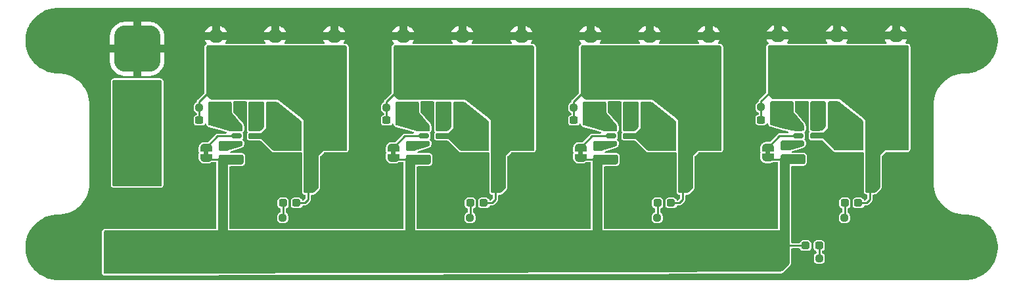
<source format=gtl>
G04 #@! TF.GenerationSoftware,KiCad,Pcbnew,(6.0.9)*
G04 #@! TF.CreationDate,2023-02-01T20:00:21-08:00*
G04 #@! TF.ProjectId,regulator_board,72656775-6c61-4746-9f72-5f626f617264,rev?*
G04 #@! TF.SameCoordinates,Original*
G04 #@! TF.FileFunction,Copper,L1,Top*
G04 #@! TF.FilePolarity,Positive*
%FSLAX46Y46*%
G04 Gerber Fmt 4.6, Leading zero omitted, Abs format (unit mm)*
G04 Created by KiCad (PCBNEW (6.0.9)) date 2023-02-01 20:00:21*
%MOMM*%
%LPD*%
G01*
G04 APERTURE LIST*
G04 Aperture macros list*
%AMRoundRect*
0 Rectangle with rounded corners*
0 $1 Rounding radius*
0 $2 $3 $4 $5 $6 $7 $8 $9 X,Y pos of 4 corners*
0 Add a 4 corners polygon primitive as box body*
4,1,4,$2,$3,$4,$5,$6,$7,$8,$9,$2,$3,0*
0 Add four circle primitives for the rounded corners*
1,1,$1+$1,$2,$3*
1,1,$1+$1,$4,$5*
1,1,$1+$1,$6,$7*
1,1,$1+$1,$8,$9*
0 Add four rect primitives between the rounded corners*
20,1,$1+$1,$2,$3,$4,$5,0*
20,1,$1+$1,$4,$5,$6,$7,0*
20,1,$1+$1,$6,$7,$8,$9,0*
20,1,$1+$1,$8,$9,$2,$3,0*%
%AMFreePoly0*
4,1,22,0.500000,-0.750000,0.000000,-0.750000,0.000000,-0.745033,-0.079941,-0.743568,-0.215256,-0.701293,-0.333266,-0.622738,-0.424486,-0.514219,-0.481581,-0.384460,-0.499164,-0.250000,-0.500000,-0.250000,-0.500000,0.250000,-0.499164,0.250000,-0.499963,0.256109,-0.478152,0.396186,-0.417904,0.524511,-0.324060,0.630769,-0.204165,0.706417,-0.067858,0.745374,0.000000,0.744959,0.000000,0.750000,
0.500000,0.750000,0.500000,-0.750000,0.500000,-0.750000,$1*%
%AMFreePoly1*
4,1,20,0.000000,0.744959,0.073905,0.744508,0.209726,0.703889,0.328688,0.626782,0.421226,0.519385,0.479903,0.390333,0.500000,0.250000,0.500000,-0.250000,0.499851,-0.262216,0.476331,-0.402017,0.414519,-0.529596,0.319384,-0.634700,0.198574,-0.708877,0.061801,-0.746166,0.000000,-0.745033,0.000000,-0.750000,-0.500000,-0.750000,-0.500000,0.750000,0.000000,0.750000,0.000000,0.744959,
0.000000,0.744959,$1*%
%AMFreePoly2*
4,1,17,-1.075000,1.162500,-1.059485,1.290712,-1.005777,1.426361,-0.917570,1.542570,-0.801361,1.630777,-0.665712,1.684485,-0.537500,1.700000,1.075000,1.700000,1.075000,-1.700000,-0.537500,-1.700000,-0.665712,-1.684485,-0.801361,-1.630777,-0.917570,-1.542570,-1.005777,-1.426361,-1.059485,-1.290712,-1.075000,-1.162500,-1.075000,1.162500,-1.075000,1.162500,$1*%
%AMFreePoly3*
4,1,17,-1.075000,1.700000,0.537500,1.700000,0.665712,1.684485,0.801361,1.630777,0.917570,1.542570,1.005777,1.426361,1.059485,1.290712,1.075000,1.162500,1.075000,-1.162500,1.059485,-1.290712,1.005777,-1.426361,0.917570,-1.542570,0.801361,-1.630777,0.665712,-1.684485,0.537500,-1.700000,-1.075000,-1.700000,-1.075000,1.700000,-1.075000,1.700000,$1*%
G04 Aperture macros list end*
G04 #@! TA.AperFunction,SMDPad,CuDef*
%ADD10RoundRect,0.237500X0.250000X0.237500X-0.250000X0.237500X-0.250000X-0.237500X0.250000X-0.237500X0*%
G04 #@! TD*
G04 #@! TA.AperFunction,SMDPad,CuDef*
%ADD11RoundRect,0.237500X-0.300000X-0.237500X0.300000X-0.237500X0.300000X0.237500X-0.300000X0.237500X0*%
G04 #@! TD*
G04 #@! TA.AperFunction,ComponentPad*
%ADD12RoundRect,1.500000X-1.500000X1.500000X-1.500000X-1.500000X1.500000X-1.500000X1.500000X1.500000X0*%
G04 #@! TD*
G04 #@! TA.AperFunction,ComponentPad*
%ADD13C,6.000000*%
G04 #@! TD*
G04 #@! TA.AperFunction,SMDPad,CuDef*
%ADD14RoundRect,0.237500X-0.250000X-0.237500X0.250000X-0.237500X0.250000X0.237500X-0.250000X0.237500X0*%
G04 #@! TD*
G04 #@! TA.AperFunction,SMDPad,CuDef*
%ADD15RoundRect,0.237500X0.300000X0.237500X-0.300000X0.237500X-0.300000X-0.237500X0.300000X-0.237500X0*%
G04 #@! TD*
G04 #@! TA.AperFunction,SMDPad,CuDef*
%ADD16FreePoly0,90.000000*%
G04 #@! TD*
G04 #@! TA.AperFunction,SMDPad,CuDef*
%ADD17FreePoly1,90.000000*%
G04 #@! TD*
G04 #@! TA.AperFunction,SMDPad,CuDef*
%ADD18RoundRect,0.150000X-0.512500X-0.150000X0.512500X-0.150000X0.512500X0.150000X-0.512500X0.150000X0*%
G04 #@! TD*
G04 #@! TA.AperFunction,ComponentPad*
%ADD19RoundRect,0.250000X0.750000X-0.600000X0.750000X0.600000X-0.750000X0.600000X-0.750000X-0.600000X0*%
G04 #@! TD*
G04 #@! TA.AperFunction,ComponentPad*
%ADD20O,2.000000X1.700000*%
G04 #@! TD*
G04 #@! TA.AperFunction,SMDPad,CuDef*
%ADD21RoundRect,0.237500X0.237500X-0.287500X0.237500X0.287500X-0.237500X0.287500X-0.237500X-0.287500X0*%
G04 #@! TD*
G04 #@! TA.AperFunction,SMDPad,CuDef*
%ADD22RoundRect,0.237500X0.287500X0.237500X-0.287500X0.237500X-0.287500X-0.237500X0.287500X-0.237500X0*%
G04 #@! TD*
G04 #@! TA.AperFunction,ComponentPad*
%ADD23C,2.780000*%
G04 #@! TD*
G04 #@! TA.AperFunction,SMDPad,CuDef*
%ADD24RoundRect,0.237500X-0.287500X-0.237500X0.287500X-0.237500X0.287500X0.237500X-0.287500X0.237500X0*%
G04 #@! TD*
G04 #@! TA.AperFunction,ComponentPad*
%ADD25C,0.800000*%
G04 #@! TD*
G04 #@! TA.AperFunction,ComponentPad*
%ADD26C,6.400000*%
G04 #@! TD*
G04 #@! TA.AperFunction,SMDPad,CuDef*
%ADD27FreePoly2,0.000000*%
G04 #@! TD*
G04 #@! TA.AperFunction,SMDPad,CuDef*
%ADD28FreePoly3,0.000000*%
G04 #@! TD*
G04 #@! TA.AperFunction,ViaPad*
%ADD29C,0.508000*%
G04 #@! TD*
G04 #@! TA.AperFunction,Conductor*
%ADD30C,0.254000*%
G04 #@! TD*
G04 #@! TA.AperFunction,Conductor*
%ADD31C,1.270000*%
G04 #@! TD*
G04 APERTURE END LIST*
G36*
X122220000Y-136013000D02*
G01*
X121620000Y-136013000D01*
X121620000Y-135513000D01*
X122220000Y-135513000D01*
X122220000Y-136013000D01*
G37*
G36*
X98090000Y-136013000D02*
G01*
X97490000Y-136013000D01*
X97490000Y-135513000D01*
X98090000Y-135513000D01*
X98090000Y-136013000D01*
G37*
G36*
X73960000Y-136013000D02*
G01*
X73360000Y-136013000D01*
X73360000Y-135513000D01*
X73960000Y-135513000D01*
X73960000Y-136013000D01*
G37*
G36*
X146350000Y-135973000D02*
G01*
X145750000Y-135973000D01*
X145750000Y-135473000D01*
X146350000Y-135473000D01*
X146350000Y-135973000D01*
G37*
D10*
X152691500Y-149396750D03*
X150866500Y-149396750D03*
D11*
X77877500Y-136652000D03*
X79602500Y-136652000D03*
D12*
X64770000Y-122340000D03*
D13*
X64770000Y-129540000D03*
D14*
X83542500Y-144145000D03*
X85367500Y-144145000D03*
D15*
X135101500Y-140335000D03*
X133376500Y-140335000D03*
X82142500Y-129794000D03*
X80417500Y-129794000D03*
D16*
X121920000Y-136413000D03*
D17*
X121920000Y-135113000D03*
D14*
X155932500Y-144145000D03*
X157757500Y-144145000D03*
D18*
X125862500Y-132654000D03*
X125862500Y-133604000D03*
X125862500Y-134554000D03*
X128137500Y-134554000D03*
X128137500Y-133604000D03*
X128137500Y-132654000D03*
D14*
X107672500Y-144145000D03*
X109497500Y-144145000D03*
D15*
X86841500Y-138684000D03*
X85116500Y-138684000D03*
D19*
X99060000Y-123190000D03*
D20*
X99060000Y-120690000D03*
D21*
X124079000Y-136638000D03*
X124079000Y-134888000D03*
X75819000Y-136638000D03*
X75819000Y-134888000D03*
D15*
X159231500Y-138644000D03*
X157506500Y-138644000D03*
D19*
X162560000Y-123150000D03*
D20*
X162560000Y-120650000D03*
D19*
X114300000Y-123190000D03*
D20*
X114300000Y-120690000D03*
D11*
X96927500Y-131572000D03*
X98652500Y-131572000D03*
D22*
X152654000Y-147745750D03*
X150904000Y-147745750D03*
D23*
X66470000Y-138550000D03*
X63070000Y-138550000D03*
X63070000Y-148470000D03*
X66470000Y-148470000D03*
D24*
X131840000Y-142240000D03*
X133590000Y-142240000D03*
D19*
X106680000Y-123190000D03*
D20*
X106680000Y-120690000D03*
D16*
X97790000Y-136413000D03*
D17*
X97790000Y-135113000D03*
D25*
X173850000Y-147955000D03*
X173147056Y-146257944D03*
X173147056Y-149652056D03*
D26*
X171450000Y-147955000D03*
D25*
X169050000Y-147955000D03*
X171450000Y-150355000D03*
X171450000Y-145555000D03*
X169752944Y-146257944D03*
X169752944Y-149652056D03*
D19*
X147320000Y-123150000D03*
D20*
X147320000Y-120650000D03*
D27*
X108835000Y-133604000D03*
D28*
X114685000Y-133604000D03*
D19*
X138430000Y-123190000D03*
D20*
X138430000Y-120690000D03*
D19*
X154940000Y-123150000D03*
D20*
X154940000Y-120650000D03*
D15*
X106272500Y-129794000D03*
X104547500Y-129794000D03*
D11*
X102007500Y-136652000D03*
X103732500Y-136652000D03*
D14*
X100433500Y-129921000D03*
X102258500Y-129921000D03*
D25*
X52210000Y-147955000D03*
X56307056Y-146257944D03*
X52912944Y-149652056D03*
X56307056Y-149652056D03*
X54610000Y-150355000D03*
X57010000Y-147955000D03*
X52912944Y-146257944D03*
D26*
X54610000Y-147955000D03*
D25*
X54610000Y-145555000D03*
D11*
X145187500Y-131532000D03*
X146912500Y-131532000D03*
D14*
X121057500Y-129921000D03*
X122882500Y-129921000D03*
D15*
X154532500Y-129754000D03*
X152807500Y-129754000D03*
D11*
X72797500Y-131572000D03*
X74522500Y-131572000D03*
X150267500Y-136612000D03*
X151992500Y-136612000D03*
D15*
X159231500Y-140295000D03*
X157506500Y-140295000D03*
D27*
X84705000Y-133604000D03*
D28*
X90555000Y-133604000D03*
D16*
X73660000Y-136413000D03*
D17*
X73660000Y-135113000D03*
D15*
X135101500Y-138684000D03*
X133376500Y-138684000D03*
D27*
X157095000Y-133564000D03*
D28*
X162945000Y-133564000D03*
D14*
X72797500Y-129921000D03*
X74622500Y-129921000D03*
X124563500Y-129921000D03*
X126388500Y-129921000D03*
D18*
X101732500Y-132654000D03*
X101732500Y-133604000D03*
X101732500Y-134554000D03*
X104007500Y-134554000D03*
X104007500Y-133604000D03*
X104007500Y-132654000D03*
D24*
X107710000Y-142240000D03*
X109460000Y-142240000D03*
D14*
X96927500Y-129921000D03*
X98752500Y-129921000D03*
D25*
X54610000Y-123685000D03*
X56307056Y-122982056D03*
X52912944Y-119587944D03*
X56307056Y-119587944D03*
D26*
X54610000Y-121285000D03*
D25*
X57010000Y-121285000D03*
X52210000Y-121285000D03*
X52912944Y-122982056D03*
X54610000Y-118885000D03*
D14*
X148693500Y-129881000D03*
X150518500Y-129881000D03*
D25*
X169752944Y-119587944D03*
X171450000Y-118885000D03*
X173147056Y-119587944D03*
X169050000Y-121285000D03*
D26*
X171450000Y-121285000D03*
D25*
X169752944Y-122982056D03*
X171450000Y-123685000D03*
X173147056Y-122982056D03*
X173850000Y-121285000D03*
D14*
X131802500Y-144145000D03*
X133627500Y-144145000D03*
X76303500Y-129921000D03*
X78128500Y-129921000D03*
D19*
X123190000Y-123190000D03*
D20*
X123190000Y-120690000D03*
D15*
X86841500Y-140335000D03*
X85116500Y-140335000D03*
D18*
X77602500Y-132654000D03*
X77602500Y-133604000D03*
X77602500Y-134554000D03*
X79877500Y-134554000D03*
X79877500Y-133604000D03*
X79877500Y-132654000D03*
D24*
X83580000Y-142240000D03*
X85330000Y-142240000D03*
D19*
X90170000Y-123190000D03*
D20*
X90170000Y-120690000D03*
D18*
X149992500Y-132614000D03*
X149992500Y-133564000D03*
X149992500Y-134514000D03*
X152267500Y-134514000D03*
X152267500Y-133564000D03*
X152267500Y-132614000D03*
D15*
X130402500Y-129794000D03*
X128677500Y-129794000D03*
D11*
X126137500Y-136652000D03*
X127862500Y-136652000D03*
D19*
X130810000Y-123190000D03*
D20*
X130810000Y-120690000D03*
D19*
X74930000Y-123190000D03*
D20*
X74930000Y-120690000D03*
D15*
X110971500Y-138684000D03*
X109246500Y-138684000D03*
D19*
X82550000Y-123190000D03*
D20*
X82550000Y-120690000D03*
D15*
X110971500Y-140335000D03*
X109246500Y-140335000D03*
D21*
X99949000Y-136638000D03*
X99949000Y-134888000D03*
X148209000Y-136598000D03*
X148209000Y-134848000D03*
D27*
X132965000Y-133604000D03*
D28*
X138815000Y-133604000D03*
D16*
X146050000Y-136373000D03*
D17*
X146050000Y-135073000D03*
D11*
X121057500Y-131572000D03*
X122782500Y-131572000D03*
D24*
X155970000Y-142240000D03*
X157720000Y-142240000D03*
D14*
X145187500Y-129881000D03*
X147012500Y-129881000D03*
D29*
X155194000Y-136612000D03*
X129032000Y-135636000D03*
X83820000Y-138684000D03*
X107950000Y-138684000D03*
X130048000Y-137668000D03*
X81788000Y-137668000D03*
X105918000Y-136652000D03*
X153162000Y-135596000D03*
X129032000Y-136652000D03*
X154178000Y-136612000D03*
X104902000Y-136652000D03*
X153162000Y-136612000D03*
X82804000Y-137668000D03*
X155194000Y-137628000D03*
X158750000Y-144145000D03*
X132080000Y-136652000D03*
X78232000Y-131064000D03*
X80772000Y-135636000D03*
X156210000Y-136612000D03*
X131064000Y-136652000D03*
X150622000Y-131024000D03*
X80772000Y-136652000D03*
X102362000Y-131064000D03*
X83820000Y-137668000D03*
X105918000Y-137668000D03*
X107950000Y-136652000D03*
X106934000Y-136652000D03*
X130048000Y-136652000D03*
X82804000Y-136652000D03*
X156210000Y-138644000D03*
X108966000Y-136652000D03*
X83820000Y-136652000D03*
X156210000Y-137628000D03*
X154178000Y-137628000D03*
X84836000Y-136652000D03*
X132080000Y-138684000D03*
X104902000Y-135636000D03*
X131064000Y-137668000D03*
X133096000Y-136652000D03*
X157226000Y-136612000D03*
X106934000Y-137668000D03*
X132080000Y-137668000D03*
X107950000Y-137668000D03*
X81788000Y-136652000D03*
X126492000Y-131064000D03*
D30*
X146050000Y-136373000D02*
X146275000Y-136598000D01*
X97790000Y-136413000D02*
X98015000Y-136638000D01*
D31*
X99949000Y-136638000D02*
X99949000Y-146685000D01*
D30*
X98015000Y-136638000D02*
X99949000Y-136638000D01*
X122145000Y-136638000D02*
X124079000Y-136638000D01*
D31*
X124079000Y-136638000D02*
X124079000Y-146685000D01*
X148209000Y-136598000D02*
X148209000Y-146645000D01*
D30*
X73885000Y-136638000D02*
X75819000Y-136638000D01*
X146275000Y-136598000D02*
X148209000Y-136598000D01*
X73660000Y-136413000D02*
X73885000Y-136638000D01*
X121920000Y-136413000D02*
X122145000Y-136638000D01*
D31*
X75819000Y-136638000D02*
X75819000Y-146685000D01*
D30*
X150904000Y-147745750D02*
X148418250Y-147745750D01*
X157757500Y-144145000D02*
X158750000Y-144145000D01*
X86360000Y-142240000D02*
X85330000Y-142240000D01*
X86841500Y-140335000D02*
X86841500Y-141758500D01*
X86841500Y-141758500D02*
X86360000Y-142240000D01*
X72797500Y-129921000D02*
X72797500Y-129132500D01*
X72797500Y-131572000D02*
X72797500Y-129921000D01*
X72797500Y-129132500D02*
X73914000Y-128016000D01*
X121057500Y-129921000D02*
X121057500Y-129132500D01*
X121057500Y-129132500D02*
X122174000Y-128016000D01*
X135101500Y-141758500D02*
X134620000Y-142240000D01*
X134620000Y-142240000D02*
X133590000Y-142240000D01*
X135101500Y-140335000D02*
X135101500Y-141758500D01*
X121057500Y-131572000D02*
X121057500Y-129921000D01*
X110971500Y-140335000D02*
X110971500Y-141758500D01*
X110971500Y-141758500D02*
X110490000Y-142240000D01*
X96927500Y-129921000D02*
X96927500Y-129132500D01*
X110490000Y-142240000D02*
X109460000Y-142240000D01*
X96927500Y-129132500D02*
X98044000Y-128016000D01*
X96927500Y-131572000D02*
X96927500Y-129921000D01*
X145187500Y-129092500D02*
X146304000Y-127976000D01*
X159231500Y-140295000D02*
X159231500Y-141758500D01*
X145187500Y-129881000D02*
X145187500Y-129092500D01*
X158750000Y-142240000D02*
X157720000Y-142240000D01*
X159231500Y-141758500D02*
X158750000Y-142240000D01*
X145187500Y-131532000D02*
X145187500Y-129881000D01*
X152654000Y-149523750D02*
X152654000Y-147656250D01*
X152654000Y-149434250D02*
X152691500Y-149396750D01*
X83580000Y-142240000D02*
X83580000Y-144107500D01*
X83580000Y-144107500D02*
X83542500Y-144145000D01*
X107710000Y-142240000D02*
X107710000Y-144107500D01*
X107710000Y-144107500D02*
X107672500Y-144145000D01*
X131840000Y-144107500D02*
X131802500Y-144145000D01*
X131840000Y-142240000D02*
X131840000Y-144107500D01*
X155970000Y-142240000D02*
X155970000Y-144107500D01*
X155970000Y-144107500D02*
X155932500Y-144145000D01*
X75169000Y-133604000D02*
X73660000Y-135113000D01*
X77602500Y-133604000D02*
X75169000Y-133604000D01*
X99299000Y-133604000D02*
X97790000Y-135113000D01*
X101732500Y-133604000D02*
X99299000Y-133604000D01*
X125862500Y-133604000D02*
X123429000Y-133604000D01*
X123429000Y-133604000D02*
X121920000Y-135113000D01*
X147559000Y-133564000D02*
X146050000Y-135073000D01*
X149992500Y-133564000D02*
X147559000Y-133564000D01*
G04 #@! TA.AperFunction,Conductor*
G36*
X82697249Y-129166103D02*
G01*
X82882924Y-129231234D01*
X82919925Y-129251740D01*
X85857414Y-131601731D01*
X85892266Y-131645538D01*
X85966564Y-131800125D01*
X85979000Y-131854707D01*
X85979000Y-135329810D01*
X85958998Y-135397931D01*
X85942095Y-135418905D01*
X85888905Y-135472095D01*
X85826593Y-135506121D01*
X85799810Y-135509000D01*
X82448063Y-135509000D01*
X82399845Y-135499409D01*
X82229350Y-135428787D01*
X82188474Y-135401474D01*
X80772000Y-133985000D01*
X79300190Y-133985000D01*
X79232069Y-133964998D01*
X79211095Y-133948095D01*
X79157905Y-133894905D01*
X79123879Y-133832593D01*
X79121000Y-133805810D01*
X79121000Y-133402190D01*
X79141002Y-133334069D01*
X79157905Y-133313095D01*
X79211095Y-133259905D01*
X79273407Y-133225879D01*
X79300190Y-133223000D01*
X80772000Y-133223000D01*
X81407000Y-132588000D01*
X81407000Y-129338190D01*
X81427002Y-129270069D01*
X81443905Y-129249095D01*
X81497095Y-129195905D01*
X81559407Y-129161879D01*
X81586190Y-129159000D01*
X82655542Y-129159000D01*
X82697249Y-129166103D01*
G37*
G04 #@! TD.AperFunction*
G04 #@! TA.AperFunction,Conductor*
G36*
X78247931Y-134259002D02*
G01*
X78268905Y-134275905D01*
X78322095Y-134329095D01*
X78356121Y-134391407D01*
X78359000Y-134418190D01*
X78359000Y-134705668D01*
X78338998Y-134773789D01*
X78334532Y-134780281D01*
X78262264Y-134878580D01*
X78205798Y-134921616D01*
X78198330Y-134924209D01*
X77388056Y-135177420D01*
X76457341Y-135468268D01*
X76438779Y-135472560D01*
X76209449Y-135507558D01*
X76190440Y-135509000D01*
X75490190Y-135509000D01*
X75422069Y-135488998D01*
X75401095Y-135472095D01*
X75347905Y-135418905D01*
X75313879Y-135356593D01*
X75311000Y-135329810D01*
X75311000Y-134418190D01*
X75331002Y-134350069D01*
X75347905Y-134329095D01*
X75401095Y-134275905D01*
X75463407Y-134241879D01*
X75490190Y-134239000D01*
X78179810Y-134239000D01*
X78247931Y-134259002D01*
G37*
G04 #@! TD.AperFunction*
G04 #@! TA.AperFunction,Conductor*
G36*
X154559000Y-135723000D02*
G01*
X158115000Y-135723000D01*
X158115000Y-140930000D01*
X156972000Y-140930000D01*
X151384000Y-137247000D01*
X151384000Y-135977000D01*
X151511000Y-134834000D01*
X151511000Y-134199000D01*
X153035000Y-134199000D01*
X154559000Y-135723000D01*
G37*
G04 #@! TD.AperFunction*
G04 #@! TA.AperFunction,Conductor*
G36*
X155087249Y-129126103D02*
G01*
X155272924Y-129191234D01*
X155309925Y-129211740D01*
X158247414Y-131561731D01*
X158282266Y-131605538D01*
X158356564Y-131760125D01*
X158369000Y-131814707D01*
X158369000Y-135289810D01*
X158348998Y-135357931D01*
X158332095Y-135378905D01*
X158278905Y-135432095D01*
X158216593Y-135466121D01*
X158189810Y-135469000D01*
X154838063Y-135469000D01*
X154789845Y-135459409D01*
X154619350Y-135388787D01*
X154578474Y-135361474D01*
X153162000Y-133945000D01*
X151690190Y-133945000D01*
X151622069Y-133924998D01*
X151601095Y-133908095D01*
X151547905Y-133854905D01*
X151513879Y-133792593D01*
X151511000Y-133765810D01*
X151511000Y-133362190D01*
X151531002Y-133294069D01*
X151547905Y-133273095D01*
X151601095Y-133219905D01*
X151663407Y-133185879D01*
X151690190Y-133183000D01*
X153162000Y-133183000D01*
X153797000Y-132548000D01*
X153797000Y-129298190D01*
X153817002Y-129230069D01*
X153833905Y-129209095D01*
X153887095Y-129155905D01*
X153949407Y-129121879D01*
X153976190Y-129119000D01*
X155045542Y-129119000D01*
X155087249Y-129126103D01*
G37*
G04 #@! TD.AperFunction*
G04 #@! TA.AperFunction,Conductor*
G36*
X139969931Y-121940002D02*
G01*
X139990905Y-121956905D01*
X140044095Y-122010095D01*
X140078121Y-122072407D01*
X140081000Y-122099190D01*
X140081000Y-135329810D01*
X140060998Y-135397931D01*
X140044095Y-135418905D01*
X139990905Y-135472095D01*
X139928593Y-135506121D01*
X139901810Y-135509000D01*
X137033000Y-135509000D01*
X136398000Y-136144000D01*
X136398000Y-140182937D01*
X136388409Y-140231155D01*
X136317788Y-140401649D01*
X136290474Y-140442526D01*
X135870526Y-140862474D01*
X135829650Y-140889787D01*
X135684289Y-140949998D01*
X135659155Y-140960409D01*
X135610937Y-140970000D01*
X134672190Y-140970000D01*
X134604069Y-140949998D01*
X134583095Y-140933095D01*
X134529905Y-140879905D01*
X134495879Y-140817593D01*
X134493000Y-140790810D01*
X134493000Y-131572000D01*
X133869052Y-131068042D01*
X131298142Y-128991537D01*
X131298139Y-128991535D01*
X131191000Y-128905000D01*
X122707063Y-128905000D01*
X122658845Y-128895409D01*
X122488350Y-128824787D01*
X122447474Y-128797474D01*
X122027526Y-128377526D01*
X122000212Y-128336649D01*
X121929591Y-128166155D01*
X121920000Y-128117937D01*
X121920000Y-122099190D01*
X121940002Y-122031069D01*
X121956905Y-122010095D01*
X122010095Y-121956905D01*
X122072407Y-121922879D01*
X122099190Y-121920000D01*
X139901810Y-121920000D01*
X139969931Y-121940002D01*
G37*
G04 #@! TD.AperFunction*
G04 #@! TA.AperFunction,Conductor*
G36*
X149240931Y-129139002D02*
G01*
X149261905Y-129155905D01*
X149315095Y-129209095D01*
X149349121Y-129271407D01*
X149352000Y-129298190D01*
X149352000Y-130516000D01*
X149434035Y-130612950D01*
X149441195Y-130621411D01*
X149441195Y-130621412D01*
X150652528Y-132052988D01*
X150674653Y-132091038D01*
X150714222Y-132199057D01*
X150741312Y-132273012D01*
X150749000Y-132316351D01*
X150749000Y-132749810D01*
X150728998Y-132817931D01*
X150712095Y-132838905D01*
X150658905Y-132892095D01*
X150596593Y-132926121D01*
X150569810Y-132929000D01*
X149360051Y-132929000D01*
X149344018Y-132927976D01*
X149110096Y-132897966D01*
X149094324Y-132894910D01*
X147663511Y-132521655D01*
X146468496Y-132209912D01*
X146407632Y-132173363D01*
X146400595Y-132165027D01*
X146330292Y-132074031D01*
X146304472Y-132007896D01*
X146304000Y-131996997D01*
X146304000Y-129298190D01*
X146324002Y-129230069D01*
X146340905Y-129209095D01*
X146394095Y-129155905D01*
X146456407Y-129121879D01*
X146483190Y-129119000D01*
X149172810Y-129119000D01*
X149240931Y-129139002D01*
G37*
G04 #@! TD.AperFunction*
G04 #@! TA.AperFunction,Conductor*
G36*
X115839931Y-121940002D02*
G01*
X115860905Y-121956905D01*
X115914095Y-122010095D01*
X115948121Y-122072407D01*
X115951000Y-122099190D01*
X115951000Y-135329810D01*
X115930998Y-135397931D01*
X115914095Y-135418905D01*
X115860905Y-135472095D01*
X115798593Y-135506121D01*
X115771810Y-135509000D01*
X112903000Y-135509000D01*
X112268000Y-136144000D01*
X112268000Y-140182937D01*
X112258409Y-140231155D01*
X112187788Y-140401649D01*
X112160474Y-140442526D01*
X111740526Y-140862474D01*
X111699650Y-140889787D01*
X111554289Y-140949998D01*
X111529155Y-140960409D01*
X111480937Y-140970000D01*
X110542190Y-140970000D01*
X110474069Y-140949998D01*
X110453095Y-140933095D01*
X110399905Y-140879905D01*
X110365879Y-140817593D01*
X110363000Y-140790810D01*
X110363000Y-131572000D01*
X109739052Y-131068042D01*
X107168142Y-128991537D01*
X107168139Y-128991535D01*
X107061000Y-128905000D01*
X98577063Y-128905000D01*
X98528845Y-128895409D01*
X98358350Y-128824787D01*
X98317474Y-128797474D01*
X97897526Y-128377526D01*
X97870212Y-128336649D01*
X97799591Y-128166155D01*
X97790000Y-128117937D01*
X97790000Y-122099190D01*
X97810002Y-122031069D01*
X97826905Y-122010095D01*
X97880095Y-121956905D01*
X97942407Y-121922879D01*
X97969190Y-121920000D01*
X115771810Y-121920000D01*
X115839931Y-121940002D01*
G37*
G04 #@! TD.AperFunction*
G04 #@! TA.AperFunction,Conductor*
G36*
X106299000Y-135763000D02*
G01*
X109855000Y-135763000D01*
X109855000Y-140970000D01*
X108712000Y-140970000D01*
X103124000Y-137287000D01*
X103124000Y-136017000D01*
X103251000Y-134874000D01*
X103251000Y-134239000D01*
X104775000Y-134239000D01*
X106299000Y-135763000D01*
G37*
G04 #@! TD.AperFunction*
G04 #@! TA.AperFunction,Conductor*
G36*
X82169000Y-135763000D02*
G01*
X85725000Y-135763000D01*
X85725000Y-140970000D01*
X84582000Y-140970000D01*
X78994000Y-137287000D01*
X78994000Y-136017000D01*
X79121000Y-134874000D01*
X79121000Y-134239000D01*
X80645000Y-134239000D01*
X82169000Y-135763000D01*
G37*
G04 #@! TD.AperFunction*
G04 #@! TA.AperFunction,Conductor*
G36*
X106827249Y-129166103D02*
G01*
X107012924Y-129231234D01*
X107049925Y-129251740D01*
X109987414Y-131601731D01*
X110022266Y-131645538D01*
X110096564Y-131800125D01*
X110109000Y-131854707D01*
X110109000Y-135329810D01*
X110088998Y-135397931D01*
X110072095Y-135418905D01*
X110018905Y-135472095D01*
X109956593Y-135506121D01*
X109929810Y-135509000D01*
X106578063Y-135509000D01*
X106529845Y-135499409D01*
X106359350Y-135428787D01*
X106318474Y-135401474D01*
X104902000Y-133985000D01*
X103430190Y-133985000D01*
X103362069Y-133964998D01*
X103341095Y-133948095D01*
X103287905Y-133894905D01*
X103253879Y-133832593D01*
X103251000Y-133805810D01*
X103251000Y-133402190D01*
X103271002Y-133334069D01*
X103287905Y-133313095D01*
X103341095Y-133259905D01*
X103403407Y-133225879D01*
X103430190Y-133223000D01*
X104902000Y-133223000D01*
X105537000Y-132588000D01*
X105537000Y-129338190D01*
X105557002Y-129270069D01*
X105573905Y-129249095D01*
X105627095Y-129195905D01*
X105689407Y-129161879D01*
X105716190Y-129159000D01*
X106785542Y-129159000D01*
X106827249Y-129166103D01*
G37*
G04 #@! TD.AperFunction*
G04 #@! TA.AperFunction,Conductor*
G36*
X126634931Y-136037002D02*
G01*
X126655905Y-136053905D01*
X126709095Y-136107095D01*
X126743121Y-136169407D01*
X126746000Y-136196190D01*
X126746000Y-136997206D01*
X126727182Y-137063448D01*
X126654725Y-137180687D01*
X126601898Y-137228118D01*
X126576496Y-137237073D01*
X126379280Y-137283629D01*
X126350331Y-137287000D01*
X123750190Y-137287000D01*
X123682069Y-137266998D01*
X123661095Y-137250095D01*
X123607905Y-137196905D01*
X123573879Y-137134593D01*
X123571000Y-137107810D01*
X123571000Y-136196190D01*
X123591002Y-136128069D01*
X123607905Y-136107095D01*
X123661095Y-136053905D01*
X123723407Y-136019879D01*
X123750190Y-136017000D01*
X126566810Y-136017000D01*
X126634931Y-136037002D01*
G37*
G04 #@! TD.AperFunction*
G04 #@! TA.AperFunction,Conductor*
G36*
X125110931Y-129179002D02*
G01*
X125131905Y-129195905D01*
X125185095Y-129249095D01*
X125219121Y-129311407D01*
X125222000Y-129338190D01*
X125222000Y-130556000D01*
X125304035Y-130652950D01*
X125311195Y-130661411D01*
X125311195Y-130661412D01*
X126522528Y-132092988D01*
X126544653Y-132131038D01*
X126584222Y-132239057D01*
X126611312Y-132313012D01*
X126619000Y-132356351D01*
X126619000Y-132789810D01*
X126598998Y-132857931D01*
X126582095Y-132878905D01*
X126528905Y-132932095D01*
X126466593Y-132966121D01*
X126439810Y-132969000D01*
X125230051Y-132969000D01*
X125214018Y-132967976D01*
X124980096Y-132937966D01*
X124964324Y-132934910D01*
X123533511Y-132561655D01*
X122338496Y-132249912D01*
X122277632Y-132213363D01*
X122270595Y-132205027D01*
X122200292Y-132114031D01*
X122174472Y-132047896D01*
X122174000Y-132036997D01*
X122174000Y-129338190D01*
X122194002Y-129270069D01*
X122210905Y-129249095D01*
X122264095Y-129195905D01*
X122326407Y-129161879D01*
X122353190Y-129159000D01*
X125042810Y-129159000D01*
X125110931Y-129179002D01*
G37*
G04 #@! TD.AperFunction*
G04 #@! TA.AperFunction,Conductor*
G36*
X67833931Y-126385002D02*
G01*
X67854905Y-126401905D01*
X67908095Y-126455095D01*
X67942121Y-126517407D01*
X67945000Y-126544190D01*
X67945000Y-139901810D01*
X67924998Y-139969931D01*
X67908095Y-139990905D01*
X67854905Y-140044095D01*
X67792593Y-140078121D01*
X67765810Y-140081000D01*
X61774190Y-140081000D01*
X61706069Y-140060998D01*
X61685095Y-140044095D01*
X61631905Y-139990905D01*
X61597879Y-139928593D01*
X61595000Y-139901810D01*
X61595000Y-126544190D01*
X61615002Y-126476069D01*
X61631905Y-126455095D01*
X61685095Y-126401905D01*
X61747407Y-126367879D01*
X61774190Y-126365000D01*
X67765810Y-126365000D01*
X67833931Y-126385002D01*
G37*
G04 #@! TD.AperFunction*
G04 #@! TA.AperFunction,Conductor*
G36*
X102504931Y-136037002D02*
G01*
X102525905Y-136053905D01*
X102579095Y-136107095D01*
X102613121Y-136169407D01*
X102616000Y-136196190D01*
X102616000Y-136997206D01*
X102597182Y-137063448D01*
X102524725Y-137180687D01*
X102471898Y-137228118D01*
X102446496Y-137237073D01*
X102249280Y-137283629D01*
X102220331Y-137287000D01*
X99620190Y-137287000D01*
X99552069Y-137266998D01*
X99531095Y-137250095D01*
X99477905Y-137196905D01*
X99443879Y-137134593D01*
X99441000Y-137107810D01*
X99441000Y-136196190D01*
X99461002Y-136128069D01*
X99477905Y-136107095D01*
X99531095Y-136053905D01*
X99593407Y-136019879D01*
X99620190Y-136017000D01*
X102436810Y-136017000D01*
X102504931Y-136037002D01*
G37*
G04 #@! TD.AperFunction*
G04 #@! TA.AperFunction,Conductor*
G36*
X150764931Y-135997002D02*
G01*
X150785905Y-136013905D01*
X150839095Y-136067095D01*
X150873121Y-136129407D01*
X150876000Y-136156190D01*
X150876000Y-136957206D01*
X150857182Y-137023448D01*
X150784725Y-137140687D01*
X150731898Y-137188118D01*
X150706496Y-137197073D01*
X150509280Y-137243629D01*
X150480331Y-137247000D01*
X147880190Y-137247000D01*
X147812069Y-137226998D01*
X147791095Y-137210095D01*
X147737905Y-137156905D01*
X147703879Y-137094593D01*
X147701000Y-137067810D01*
X147701000Y-136156190D01*
X147721002Y-136088069D01*
X147737905Y-136067095D01*
X147791095Y-136013905D01*
X147853407Y-135979879D01*
X147880190Y-135977000D01*
X150696810Y-135977000D01*
X150764931Y-135997002D01*
G37*
G04 #@! TD.AperFunction*
G04 #@! TA.AperFunction,Conductor*
G36*
X105171931Y-129179002D02*
G01*
X105192905Y-129195905D01*
X105246095Y-129249095D01*
X105280121Y-129311407D01*
X105283000Y-129338190D01*
X105283000Y-132308937D01*
X105273409Y-132357155D01*
X105202788Y-132527649D01*
X105175474Y-132568526D01*
X104882526Y-132861474D01*
X104841650Y-132888787D01*
X104696289Y-132948998D01*
X104671155Y-132959409D01*
X104622937Y-132969000D01*
X103430190Y-132969000D01*
X103362069Y-132948998D01*
X103341095Y-132932095D01*
X103287905Y-132878905D01*
X103253879Y-132816593D01*
X103251000Y-132789810D01*
X103251000Y-129338190D01*
X103271002Y-129270069D01*
X103287905Y-129249095D01*
X103341095Y-129195905D01*
X103403407Y-129161879D01*
X103430190Y-129159000D01*
X105103810Y-129159000D01*
X105171931Y-129179002D01*
G37*
G04 #@! TD.AperFunction*
G04 #@! TA.AperFunction,Conductor*
G36*
X129301931Y-129179002D02*
G01*
X129322905Y-129195905D01*
X129376095Y-129249095D01*
X129410121Y-129311407D01*
X129413000Y-129338190D01*
X129413000Y-132308937D01*
X129403409Y-132357155D01*
X129332788Y-132527649D01*
X129305474Y-132568526D01*
X129012526Y-132861474D01*
X128971650Y-132888787D01*
X128826289Y-132948998D01*
X128801155Y-132959409D01*
X128752937Y-132969000D01*
X127560190Y-132969000D01*
X127492069Y-132948998D01*
X127471095Y-132932095D01*
X127417905Y-132878905D01*
X127383879Y-132816593D01*
X127381000Y-132789810D01*
X127381000Y-129338190D01*
X127401002Y-129270069D01*
X127417905Y-129249095D01*
X127471095Y-129195905D01*
X127533407Y-129161879D01*
X127560190Y-129159000D01*
X129233810Y-129159000D01*
X129301931Y-129179002D01*
G37*
G04 #@! TD.AperFunction*
G04 #@! TA.AperFunction,Conductor*
G36*
X164099931Y-121900002D02*
G01*
X164120905Y-121916905D01*
X164174095Y-121970095D01*
X164208121Y-122032407D01*
X164211000Y-122059190D01*
X164211000Y-135289810D01*
X164190998Y-135357931D01*
X164174095Y-135378905D01*
X164120905Y-135432095D01*
X164058593Y-135466121D01*
X164031810Y-135469000D01*
X161163000Y-135469000D01*
X160528000Y-136104000D01*
X160528000Y-140142937D01*
X160518409Y-140191155D01*
X160447788Y-140361649D01*
X160420474Y-140402526D01*
X160000526Y-140822474D01*
X159959650Y-140849787D01*
X159814289Y-140909998D01*
X159789155Y-140920409D01*
X159740937Y-140930000D01*
X158802190Y-140930000D01*
X158734069Y-140909998D01*
X158713095Y-140893095D01*
X158659905Y-140839905D01*
X158625879Y-140777593D01*
X158623000Y-140750810D01*
X158623000Y-131532000D01*
X157999052Y-131028042D01*
X155428142Y-128951537D01*
X155428139Y-128951535D01*
X155321000Y-128865000D01*
X146837063Y-128865000D01*
X146788845Y-128855409D01*
X146618350Y-128784787D01*
X146577474Y-128757474D01*
X146157526Y-128337526D01*
X146130212Y-128296649D01*
X146059591Y-128126155D01*
X146050000Y-128077937D01*
X146050000Y-122059190D01*
X146070002Y-121991069D01*
X146086905Y-121970095D01*
X146140095Y-121916905D01*
X146202407Y-121882879D01*
X146229190Y-121880000D01*
X164031810Y-121880000D01*
X164099931Y-121900002D01*
G37*
G04 #@! TD.AperFunction*
G04 #@! TA.AperFunction,Conductor*
G36*
X171430612Y-117045750D02*
G01*
X171435806Y-117045759D01*
X171449635Y-117048939D01*
X171463476Y-117045807D01*
X171477661Y-117045832D01*
X171477660Y-117046136D01*
X171485926Y-117045412D01*
X171648406Y-117053151D01*
X171847177Y-117062620D01*
X171859094Y-117063758D01*
X172136697Y-117103671D01*
X172246730Y-117119492D01*
X172258503Y-117121761D01*
X172639074Y-117214086D01*
X172650579Y-117217464D01*
X172929390Y-117313961D01*
X173020662Y-117345551D01*
X173031780Y-117350001D01*
X173388026Y-117512693D01*
X173398672Y-117518182D01*
X173568248Y-117616087D01*
X173737818Y-117713988D01*
X173747905Y-117720471D01*
X174066910Y-117947634D01*
X174076335Y-117955045D01*
X174372298Y-118211498D01*
X174380976Y-118219773D01*
X174651215Y-118503191D01*
X174659068Y-118512253D01*
X174901151Y-118820087D01*
X174908104Y-118829851D01*
X175119838Y-119159315D01*
X175125823Y-119169682D01*
X175251665Y-119413783D01*
X175305272Y-119517766D01*
X175310253Y-119528673D01*
X175455800Y-119892232D01*
X175459722Y-119903563D01*
X175570052Y-120279315D01*
X175572879Y-120290967D01*
X175646995Y-120675511D01*
X175648701Y-120687380D01*
X175685925Y-121077211D01*
X175686496Y-121089188D01*
X175686496Y-121480812D01*
X175685925Y-121492789D01*
X175648701Y-121882620D01*
X175646995Y-121894489D01*
X175572879Y-122279033D01*
X175570052Y-122290685D01*
X175459722Y-122666437D01*
X175455800Y-122677768D01*
X175310253Y-123041327D01*
X175305272Y-123052234D01*
X175125823Y-123400318D01*
X175119838Y-123410685D01*
X175068805Y-123490094D01*
X174908106Y-123740146D01*
X174901151Y-123749913D01*
X174659068Y-124057747D01*
X174651215Y-124066809D01*
X174380976Y-124350227D01*
X174372298Y-124358502D01*
X174076335Y-124614955D01*
X174066910Y-124622366D01*
X173747905Y-124849529D01*
X173737818Y-124856012D01*
X173568248Y-124953913D01*
X173398672Y-125051818D01*
X173388026Y-125057307D01*
X173031780Y-125219999D01*
X173020662Y-125224449D01*
X172929390Y-125256039D01*
X172650579Y-125352536D01*
X172639074Y-125355914D01*
X172258503Y-125448239D01*
X172246747Y-125450506D01*
X171859094Y-125506242D01*
X171847168Y-125507380D01*
X171486793Y-125524548D01*
X171464969Y-125522578D01*
X171464863Y-125523501D01*
X171457732Y-125522685D01*
X171450729Y-125521062D01*
X171450367Y-125521062D01*
X171450365Y-125521061D01*
X171450000Y-125521061D01*
X171445046Y-125522191D01*
X171443513Y-125522313D01*
X171442625Y-125522354D01*
X171082158Y-125539019D01*
X171082151Y-125539020D01*
X171079267Y-125539153D01*
X171076399Y-125539553D01*
X171076400Y-125539553D01*
X170714585Y-125590024D01*
X170714582Y-125590025D01*
X170711697Y-125590427D01*
X170513755Y-125636982D01*
X170353265Y-125674729D01*
X170353259Y-125674731D01*
X170350426Y-125675397D01*
X169998536Y-125793339D01*
X169659029Y-125943246D01*
X169656476Y-125944668D01*
X169656472Y-125944670D01*
X169397375Y-126088986D01*
X169334802Y-126123839D01*
X169028622Y-126333577D01*
X169026396Y-126335425D01*
X169026386Y-126335433D01*
X168745336Y-126568815D01*
X168743100Y-126570672D01*
X168480672Y-126833100D01*
X168478818Y-126835333D01*
X168478815Y-126835336D01*
X168245433Y-127116386D01*
X168245425Y-127116396D01*
X168243577Y-127118622D01*
X168033839Y-127424802D01*
X167853246Y-127749029D01*
X167703339Y-128088536D01*
X167585397Y-128440426D01*
X167500427Y-128801697D01*
X167500025Y-128804582D01*
X167500024Y-128804585D01*
X167484044Y-128919145D01*
X167449153Y-129169267D01*
X167449020Y-129172151D01*
X167449019Y-129172158D01*
X167442375Y-129315885D01*
X167432274Y-129534361D01*
X167431061Y-129539635D01*
X167434193Y-129553476D01*
X167434185Y-129557938D01*
X167436300Y-129576865D01*
X167436300Y-139662553D01*
X167434250Y-139680615D01*
X167434241Y-139685807D01*
X167431061Y-139699635D01*
X167432236Y-139704829D01*
X167432739Y-139715716D01*
X167432739Y-139715717D01*
X167448355Y-140053478D01*
X167449153Y-140070733D01*
X167449553Y-140073599D01*
X167449553Y-140073600D01*
X167495580Y-140403553D01*
X167500427Y-140438303D01*
X167529257Y-140560879D01*
X167583336Y-140790810D01*
X167585397Y-140799574D01*
X167703339Y-141151464D01*
X167853246Y-141490971D01*
X167854668Y-141493524D01*
X167854670Y-141493528D01*
X167962433Y-141687000D01*
X168033839Y-141815198D01*
X168243577Y-142121378D01*
X168245425Y-142123604D01*
X168245433Y-142123614D01*
X168478815Y-142404664D01*
X168480672Y-142406900D01*
X168743100Y-142669328D01*
X168745333Y-142671182D01*
X168745336Y-142671185D01*
X169026386Y-142904567D01*
X169026396Y-142904575D01*
X169028622Y-142906423D01*
X169334802Y-143116161D01*
X169337355Y-143117583D01*
X169551761Y-143237006D01*
X169659029Y-143296754D01*
X169998536Y-143446661D01*
X170350426Y-143564603D01*
X170353259Y-143565269D01*
X170353265Y-143565271D01*
X170443135Y-143586408D01*
X170711697Y-143649573D01*
X170714582Y-143649975D01*
X170714585Y-143649976D01*
X170956602Y-143683736D01*
X171079267Y-143700847D01*
X171082151Y-143700980D01*
X171082158Y-143700981D01*
X171442623Y-143717646D01*
X171444265Y-143717778D01*
X171449271Y-143718938D01*
X171449633Y-143718938D01*
X171449635Y-143718939D01*
X171450000Y-143718939D01*
X171456900Y-143717365D01*
X171463923Y-143716574D01*
X171464015Y-143717391D01*
X171486214Y-143715425D01*
X171847177Y-143732620D01*
X171859094Y-143733758D01*
X172136697Y-143773671D01*
X172246730Y-143789492D01*
X172258503Y-143791761D01*
X172639074Y-143884086D01*
X172650579Y-143887464D01*
X172929390Y-143983961D01*
X173020662Y-144015551D01*
X173031780Y-144020001D01*
X173388026Y-144182693D01*
X173398672Y-144188182D01*
X173568248Y-144286086D01*
X173737818Y-144383988D01*
X173747905Y-144390471D01*
X174066910Y-144617634D01*
X174076335Y-144625045D01*
X174372298Y-144881498D01*
X174380976Y-144889773D01*
X174651215Y-145173191D01*
X174659068Y-145182253D01*
X174878513Y-145461300D01*
X174901151Y-145490087D01*
X174908104Y-145499851D01*
X175119838Y-145829315D01*
X175125823Y-145839682D01*
X175195682Y-145975190D01*
X175305272Y-146187766D01*
X175310253Y-146198673D01*
X175455800Y-146562232D01*
X175459722Y-146573563D01*
X175570052Y-146949315D01*
X175572879Y-146960967D01*
X175646995Y-147345511D01*
X175648701Y-147357380D01*
X175685925Y-147747211D01*
X175686496Y-147759188D01*
X175686496Y-148150812D01*
X175685925Y-148162789D01*
X175648701Y-148552620D01*
X175646995Y-148564489D01*
X175572879Y-148949033D01*
X175570052Y-148960685D01*
X175459722Y-149336437D01*
X175455800Y-149347768D01*
X175310253Y-149711327D01*
X175305272Y-149722234D01*
X175273483Y-149783897D01*
X175125823Y-150070318D01*
X175119838Y-150080685D01*
X174979421Y-150299178D01*
X174908106Y-150410146D01*
X174901151Y-150419913D01*
X174659068Y-150727747D01*
X174651215Y-150736809D01*
X174380976Y-151020227D01*
X174372298Y-151028502D01*
X174076335Y-151284955D01*
X174066910Y-151292366D01*
X173747905Y-151519529D01*
X173737818Y-151526012D01*
X173568248Y-151623913D01*
X173398672Y-151721818D01*
X173388026Y-151727307D01*
X173031780Y-151889999D01*
X173020662Y-151894449D01*
X172929390Y-151926039D01*
X172650579Y-152022536D01*
X172639074Y-152025914D01*
X172258503Y-152118239D01*
X172246730Y-152120508D01*
X172136697Y-152136329D01*
X171859094Y-152176242D01*
X171847177Y-152177380D01*
X171663624Y-152186124D01*
X171486506Y-152194561D01*
X171478385Y-152193836D01*
X171478384Y-152194266D01*
X171464194Y-152194241D01*
X171450365Y-152191061D01*
X171436524Y-152194193D01*
X171432064Y-152194185D01*
X171413135Y-152196300D01*
X54647447Y-152196300D01*
X54629388Y-152194250D01*
X54624194Y-152194241D01*
X54610365Y-152191061D01*
X54596524Y-152194193D01*
X54582339Y-152194168D01*
X54582340Y-152193864D01*
X54574074Y-152194588D01*
X54411594Y-152186849D01*
X54212823Y-152177380D01*
X54200906Y-152176242D01*
X53923303Y-152136329D01*
X53813270Y-152120508D01*
X53801497Y-152118239D01*
X53420926Y-152025914D01*
X53409421Y-152022536D01*
X53130610Y-151926039D01*
X53039338Y-151894449D01*
X53028220Y-151889999D01*
X52671974Y-151727307D01*
X52661328Y-151721818D01*
X52491752Y-151623913D01*
X52322182Y-151526012D01*
X52312095Y-151519529D01*
X51993090Y-151292366D01*
X51983665Y-151284955D01*
X51891048Y-151204702D01*
X60243300Y-151204702D01*
X60244512Y-151227165D01*
X60247431Y-151254128D01*
X60271893Y-151331950D01*
X60306008Y-151394212D01*
X60341676Y-151441715D01*
X60394608Y-151494493D01*
X60411368Y-151509493D01*
X60432522Y-151526464D01*
X60438025Y-151529325D01*
X60438027Y-151529326D01*
X60499401Y-151561231D01*
X60499403Y-151561232D01*
X60504907Y-151564093D01*
X60510865Y-151565823D01*
X60510866Y-151565824D01*
X60528355Y-151570904D01*
X60573085Y-151583896D01*
X60577539Y-151584523D01*
X60577543Y-151584524D01*
X60597401Y-151587320D01*
X60631905Y-151592178D01*
X60636412Y-151592165D01*
X60636414Y-151592165D01*
X147673562Y-151339150D01*
X147673563Y-151339150D01*
X147676640Y-151339141D01*
X147703319Y-151336445D01*
X147714128Y-151335353D01*
X147714132Y-151335352D01*
X147717194Y-151335043D01*
X147765211Y-151325383D01*
X147773500Y-151322852D01*
X147801250Y-151314379D01*
X147801258Y-151314376D01*
X147804196Y-151313479D01*
X147807036Y-151312298D01*
X147972047Y-151243667D01*
X147972051Y-151243665D01*
X147974898Y-151242481D01*
X148010827Y-151223226D01*
X148051534Y-151195983D01*
X148053912Y-151194030D01*
X148053920Y-151194024D01*
X148080648Y-151172072D01*
X148080649Y-151172072D01*
X148083032Y-151170114D01*
X148884047Y-150369099D01*
X148910000Y-150337476D01*
X148937314Y-150296599D01*
X148956602Y-150260515D01*
X148957784Y-150257662D01*
X148957788Y-150257653D01*
X149026042Y-150092872D01*
X149027223Y-150090021D01*
X149039099Y-150050870D01*
X149048690Y-150002652D01*
X149052700Y-149961937D01*
X149052700Y-148202450D01*
X149072702Y-148134329D01*
X149126358Y-148087836D01*
X149178700Y-148076450D01*
X150092293Y-148076450D01*
X150160414Y-148096452D01*
X150206907Y-148150108D01*
X150211168Y-148160681D01*
X150222178Y-148192033D01*
X150301000Y-148298750D01*
X150308571Y-148304342D01*
X150400140Y-148371976D01*
X150400142Y-148371977D01*
X150407717Y-148377572D01*
X150532893Y-148421531D01*
X150540535Y-148422253D01*
X150540538Y-148422254D01*
X150554787Y-148423600D01*
X150563774Y-148424450D01*
X151244226Y-148424450D01*
X151253213Y-148423600D01*
X151267462Y-148422254D01*
X151267465Y-148422253D01*
X151275107Y-148421531D01*
X151400283Y-148377572D01*
X151407858Y-148371977D01*
X151407860Y-148371976D01*
X151499429Y-148304342D01*
X151507000Y-148298750D01*
X151585822Y-148192033D01*
X151629781Y-148066857D01*
X151632700Y-148035976D01*
X151925300Y-148035976D01*
X151928219Y-148066857D01*
X151972178Y-148192033D01*
X152051000Y-148298750D01*
X152058571Y-148304342D01*
X152150140Y-148371976D01*
X152150142Y-148371977D01*
X152157717Y-148377572D01*
X152166607Y-148380694D01*
X152239049Y-148406134D01*
X152296694Y-148447577D01*
X152322782Y-148513607D01*
X152323300Y-148525016D01*
X152323300Y-148643822D01*
X152303298Y-148711943D01*
X152249642Y-148758436D01*
X152242653Y-148761252D01*
X152241606Y-148761806D01*
X152232717Y-148764928D01*
X152225142Y-148770523D01*
X152225140Y-148770524D01*
X152133571Y-148838158D01*
X152126000Y-148843750D01*
X152047178Y-148950467D01*
X152003219Y-149075643D01*
X152000300Y-149106524D01*
X152000300Y-149686976D01*
X152003219Y-149717857D01*
X152047178Y-149843033D01*
X152126000Y-149949750D01*
X152133571Y-149955342D01*
X152225140Y-150022976D01*
X152225142Y-150022977D01*
X152232717Y-150028572D01*
X152357893Y-150072531D01*
X152365535Y-150073253D01*
X152365538Y-150073254D01*
X152379787Y-150074600D01*
X152388774Y-150075450D01*
X152994226Y-150075450D01*
X153003213Y-150074600D01*
X153017462Y-150073254D01*
X153017465Y-150073253D01*
X153025107Y-150072531D01*
X153150283Y-150028572D01*
X153157858Y-150022977D01*
X153157860Y-150022976D01*
X153249429Y-149955342D01*
X153257000Y-149949750D01*
X153335822Y-149843033D01*
X153379781Y-149717857D01*
X153382700Y-149686976D01*
X153382700Y-149106524D01*
X153379781Y-149075643D01*
X153335822Y-148950467D01*
X153257000Y-148843750D01*
X153249429Y-148838158D01*
X153157860Y-148770524D01*
X153157858Y-148770523D01*
X153150283Y-148764928D01*
X153068951Y-148736366D01*
X153011306Y-148694923D01*
X152985218Y-148628893D01*
X152984700Y-148617484D01*
X152984700Y-148525016D01*
X153004702Y-148456895D01*
X153058358Y-148410402D01*
X153068951Y-148406134D01*
X153141393Y-148380694D01*
X153150283Y-148377572D01*
X153157858Y-148371977D01*
X153157860Y-148371976D01*
X153249429Y-148304342D01*
X153257000Y-148298750D01*
X153335822Y-148192033D01*
X153379781Y-148066857D01*
X153382700Y-148035976D01*
X153382700Y-147455524D01*
X153379781Y-147424643D01*
X153335822Y-147299467D01*
X153257000Y-147192750D01*
X153249429Y-147187158D01*
X153157860Y-147119524D01*
X153157858Y-147119523D01*
X153150283Y-147113928D01*
X153025107Y-147069969D01*
X153017465Y-147069247D01*
X153017462Y-147069246D01*
X153003213Y-147067900D01*
X152994226Y-147067050D01*
X152313774Y-147067050D01*
X152304787Y-147067900D01*
X152290538Y-147069246D01*
X152290535Y-147069247D01*
X152282893Y-147069969D01*
X152157717Y-147113928D01*
X152150142Y-147119523D01*
X152150140Y-147119524D01*
X152058571Y-147187158D01*
X152051000Y-147192750D01*
X151972178Y-147299467D01*
X151928219Y-147424643D01*
X151925300Y-147455524D01*
X151925300Y-148035976D01*
X151632700Y-148035976D01*
X151632700Y-147455524D01*
X151629781Y-147424643D01*
X151585822Y-147299467D01*
X151507000Y-147192750D01*
X151499429Y-147187158D01*
X151407860Y-147119524D01*
X151407858Y-147119523D01*
X151400283Y-147113928D01*
X151275107Y-147069969D01*
X151267465Y-147069247D01*
X151267462Y-147069246D01*
X151253213Y-147067900D01*
X151244226Y-147067050D01*
X150563774Y-147067050D01*
X150554787Y-147067900D01*
X150540538Y-147069246D01*
X150540535Y-147069247D01*
X150532893Y-147069969D01*
X150407717Y-147113928D01*
X150400142Y-147119523D01*
X150400140Y-147119524D01*
X150308571Y-147187158D01*
X150301000Y-147192750D01*
X150222178Y-147299467D01*
X150211174Y-147330802D01*
X150169732Y-147388444D01*
X150103703Y-147414532D01*
X150092293Y-147415050D01*
X149178700Y-147415050D01*
X149110579Y-147395048D01*
X149064086Y-147341392D01*
X149052700Y-147289050D01*
X149052700Y-145975190D01*
X149051505Y-145952885D01*
X149048626Y-145926102D01*
X149049181Y-145926042D01*
X149047700Y-145911655D01*
X149047700Y-144435226D01*
X155241300Y-144435226D01*
X155241579Y-144438176D01*
X155242760Y-144450668D01*
X155244219Y-144466107D01*
X155288178Y-144591283D01*
X155293773Y-144598858D01*
X155293774Y-144598860D01*
X155313115Y-144625045D01*
X155367000Y-144698000D01*
X155374571Y-144703592D01*
X155466140Y-144771226D01*
X155466142Y-144771227D01*
X155473717Y-144776822D01*
X155598893Y-144820781D01*
X155606535Y-144821503D01*
X155606538Y-144821504D01*
X155620787Y-144822850D01*
X155629774Y-144823700D01*
X156235226Y-144823700D01*
X156244213Y-144822850D01*
X156258462Y-144821504D01*
X156258465Y-144821503D01*
X156266107Y-144820781D01*
X156391283Y-144776822D01*
X156398858Y-144771227D01*
X156398860Y-144771226D01*
X156490429Y-144703592D01*
X156498000Y-144698000D01*
X156551885Y-144625045D01*
X156571226Y-144598860D01*
X156571227Y-144598858D01*
X156576822Y-144591283D01*
X156620781Y-144466107D01*
X156622241Y-144450668D01*
X156623421Y-144438176D01*
X156623700Y-144435226D01*
X156623700Y-143854774D01*
X156620781Y-143823893D01*
X156582699Y-143715452D01*
X156579944Y-143707607D01*
X156576822Y-143698717D01*
X156498000Y-143592000D01*
X156459651Y-143563675D01*
X156398860Y-143518774D01*
X156398858Y-143518773D01*
X156391283Y-143513178D01*
X156382394Y-143510056D01*
X156374075Y-143505652D01*
X156375040Y-143503830D01*
X156327302Y-143469506D01*
X156301217Y-143403475D01*
X156300700Y-143392072D01*
X156300700Y-143019266D01*
X156320702Y-142951145D01*
X156374358Y-142904652D01*
X156384951Y-142900384D01*
X156457393Y-142874944D01*
X156466283Y-142871822D01*
X156473858Y-142866227D01*
X156473860Y-142866226D01*
X156565429Y-142798592D01*
X156573000Y-142793000D01*
X156651822Y-142686283D01*
X156695781Y-142561107D01*
X156697005Y-142548164D01*
X156698421Y-142533176D01*
X156698700Y-142530226D01*
X156698700Y-141949774D01*
X156697850Y-141940787D01*
X156696504Y-141926538D01*
X156696503Y-141926535D01*
X156695781Y-141918893D01*
X156651822Y-141793717D01*
X156639321Y-141776791D01*
X156578592Y-141694571D01*
X156573000Y-141687000D01*
X156565429Y-141681408D01*
X156473860Y-141613774D01*
X156473858Y-141613773D01*
X156466283Y-141608178D01*
X156341107Y-141564219D01*
X156333465Y-141563497D01*
X156333462Y-141563496D01*
X156319213Y-141562150D01*
X156310226Y-141561300D01*
X155629774Y-141561300D01*
X155620787Y-141562150D01*
X155606538Y-141563496D01*
X155606535Y-141563497D01*
X155598893Y-141564219D01*
X155473717Y-141608178D01*
X155466142Y-141613773D01*
X155466140Y-141613774D01*
X155374571Y-141681408D01*
X155367000Y-141687000D01*
X155361408Y-141694571D01*
X155300680Y-141776791D01*
X155288178Y-141793717D01*
X155244219Y-141918893D01*
X155243497Y-141926535D01*
X155243496Y-141926538D01*
X155242150Y-141940787D01*
X155241300Y-141949774D01*
X155241300Y-142530226D01*
X155241579Y-142533176D01*
X155242996Y-142548164D01*
X155244219Y-142561107D01*
X155288178Y-142686283D01*
X155367000Y-142793000D01*
X155374571Y-142798592D01*
X155466140Y-142866226D01*
X155466142Y-142866227D01*
X155473717Y-142871822D01*
X155482607Y-142874944D01*
X155555049Y-142900384D01*
X155612694Y-142941827D01*
X155638782Y-143007857D01*
X155639300Y-143019266D01*
X155639300Y-143365734D01*
X155619298Y-143433855D01*
X155565642Y-143480348D01*
X155555048Y-143484616D01*
X155473717Y-143513178D01*
X155466142Y-143518773D01*
X155466140Y-143518774D01*
X155405349Y-143563675D01*
X155367000Y-143592000D01*
X155288178Y-143698717D01*
X155285056Y-143707607D01*
X155282301Y-143715452D01*
X155244219Y-143823893D01*
X155241300Y-143854774D01*
X155241300Y-144435226D01*
X149047700Y-144435226D01*
X149047700Y-137581700D01*
X149067702Y-137513579D01*
X149121358Y-137467086D01*
X149173700Y-137455700D01*
X150480331Y-137455700D01*
X150482150Y-137455594D01*
X150482165Y-137455594D01*
X150493118Y-137454958D01*
X150504470Y-137454299D01*
X150506281Y-137454088D01*
X150506294Y-137454087D01*
X150521563Y-137452309D01*
X150533419Y-137450928D01*
X150557229Y-137446746D01*
X150559018Y-137446324D01*
X150559031Y-137446321D01*
X150662962Y-137421786D01*
X150754445Y-137400190D01*
X150756067Y-137399714D01*
X150756075Y-137399712D01*
X150774255Y-137394378D01*
X150774257Y-137394377D01*
X150775884Y-137393900D01*
X150801286Y-137384945D01*
X150810851Y-137379273D01*
X150866003Y-137346567D01*
X150866008Y-137346563D01*
X150871327Y-137343409D01*
X150876255Y-137338985D01*
X150920805Y-137298985D01*
X150920806Y-137298984D01*
X150924154Y-137295978D01*
X150962256Y-137250406D01*
X150964361Y-137247000D01*
X151384000Y-137247000D01*
X156972000Y-140930000D01*
X158115000Y-140930000D01*
X158115000Y-135723000D01*
X154559000Y-135723000D01*
X153035000Y-134199000D01*
X151511000Y-134199000D01*
X151511000Y-134834000D01*
X151384000Y-135977000D01*
X151384000Y-137247000D01*
X150964361Y-137247000D01*
X151034713Y-137133167D01*
X151038736Y-137124042D01*
X151046665Y-137106054D01*
X151057939Y-137080479D01*
X151076757Y-137014237D01*
X151084700Y-136957206D01*
X151084700Y-136156190D01*
X151084591Y-136154144D01*
X151083595Y-136135565D01*
X151083505Y-136133885D01*
X151080626Y-136107102D01*
X151056291Y-136029385D01*
X151053329Y-136023961D01*
X151053327Y-136023956D01*
X151024423Y-135971025D01*
X151022265Y-135967073D01*
X150986668Y-135919522D01*
X150933478Y-135866332D01*
X150930467Y-135863627D01*
X150918107Y-135852524D01*
X150918097Y-135852516D01*
X150916863Y-135851407D01*
X150895889Y-135834504D01*
X150848081Y-135809495D01*
X150829213Y-135799625D01*
X150829211Y-135799624D01*
X150823728Y-135796756D01*
X150817790Y-135795013D01*
X150817789Y-135795012D01*
X150799959Y-135789777D01*
X150755607Y-135776754D01*
X150751148Y-135776113D01*
X150751144Y-135776112D01*
X150720714Y-135771737D01*
X150696810Y-135768300D01*
X149284556Y-135768300D01*
X149216435Y-135748298D01*
X149169942Y-135694642D01*
X149159838Y-135624368D01*
X149189332Y-135559788D01*
X149246973Y-135522036D01*
X149269569Y-135514975D01*
X149602964Y-135410789D01*
X150650089Y-135083563D01*
X150650153Y-135083542D01*
X150650580Y-135083409D01*
X150652272Y-135082851D01*
X150656397Y-135081491D01*
X150656404Y-135081489D01*
X150656785Y-135081363D01*
X150664253Y-135078770D01*
X150722306Y-135047602D01*
X150778772Y-135004566D01*
X150786144Y-134997066D01*
X150817258Y-134965409D01*
X150820412Y-134962200D01*
X150892680Y-134863901D01*
X150896476Y-134858565D01*
X150900942Y-134852073D01*
X150929244Y-134792586D01*
X150949246Y-134724465D01*
X150957700Y-134665668D01*
X150957700Y-134378190D01*
X150956897Y-134363192D01*
X150956595Y-134357565D01*
X150956505Y-134355885D01*
X150953626Y-134329102D01*
X150939664Y-134284514D01*
X150931140Y-134257289D01*
X150931139Y-134257286D01*
X150929291Y-134251385D01*
X150926329Y-134245961D01*
X150926327Y-134245956D01*
X150897423Y-134193025D01*
X150895265Y-134189073D01*
X150868304Y-134153058D01*
X150862373Y-134145135D01*
X150862371Y-134145133D01*
X150859668Y-134141522D01*
X150806478Y-134088332D01*
X150806993Y-134087817D01*
X150772684Y-134028818D01*
X150775841Y-133957892D01*
X150791237Y-133927942D01*
X150796934Y-133922235D01*
X150848646Y-133816445D01*
X150850058Y-133806768D01*
X150858040Y-133752054D01*
X150858040Y-133752048D01*
X150858700Y-133747527D01*
X150858699Y-133380474D01*
X150848467Y-133310955D01*
X150796571Y-133205256D01*
X150791845Y-133200539D01*
X150769172Y-133135562D01*
X150785735Y-133066525D01*
X150807224Y-133040414D01*
X150806478Y-133039668D01*
X150859668Y-132986478D01*
X150874593Y-132969863D01*
X150891496Y-132948889D01*
X150929244Y-132876728D01*
X150949246Y-132808607D01*
X150951528Y-132792740D01*
X150953473Y-132779208D01*
X150957700Y-132749810D01*
X150957700Y-132316351D01*
X150954492Y-132279898D01*
X150946804Y-132236559D01*
X150937278Y-132201228D01*
X150880426Y-132046027D01*
X150871573Y-132021858D01*
X150871572Y-132021855D01*
X150870619Y-132019254D01*
X150855070Y-131986131D01*
X150853680Y-131983740D01*
X150853675Y-131983731D01*
X150834342Y-131950484D01*
X150832945Y-131948081D01*
X150811847Y-131918180D01*
X149590513Y-130474784D01*
X149561781Y-130409862D01*
X149560700Y-130393396D01*
X149560700Y-129298190D01*
X149559505Y-129275885D01*
X149558821Y-129269517D01*
X149557288Y-129255260D01*
X149557288Y-129255259D01*
X149556626Y-129249102D01*
X149552947Y-129237352D01*
X149551677Y-129166370D01*
X149588986Y-129105967D01*
X149653029Y-129075323D01*
X149673189Y-129073700D01*
X151191090Y-129073700D01*
X151259211Y-129093702D01*
X151305704Y-129147358D01*
X151315808Y-129217632D01*
X151312970Y-129230675D01*
X151312979Y-129230677D01*
X151312024Y-129235069D01*
X151310754Y-129239393D01*
X151310113Y-129243852D01*
X151310112Y-129243856D01*
X151306527Y-129268791D01*
X151302300Y-129298190D01*
X151302300Y-132749810D01*
X151303495Y-132772115D01*
X151306374Y-132798898D01*
X151330709Y-132876615D01*
X151333671Y-132882039D01*
X151333673Y-132882044D01*
X151349327Y-132910711D01*
X151364735Y-132938927D01*
X151395137Y-132979538D01*
X151419947Y-133046056D01*
X151404856Y-133115431D01*
X151388004Y-133139246D01*
X151385407Y-133142137D01*
X151384356Y-133143441D01*
X151384351Y-133143447D01*
X151379642Y-133149291D01*
X151368504Y-133163111D01*
X151330756Y-133235272D01*
X151329013Y-133241210D01*
X151329012Y-133241211D01*
X151328606Y-133242595D01*
X151310754Y-133303393D01*
X151310113Y-133307852D01*
X151310112Y-133307856D01*
X151307672Y-133324826D01*
X151302300Y-133362190D01*
X151302300Y-133765810D01*
X151303495Y-133788115D01*
X151306374Y-133814898D01*
X151330709Y-133892615D01*
X151333671Y-133898039D01*
X151333673Y-133898044D01*
X151346883Y-133922235D01*
X151364735Y-133954927D01*
X151400332Y-134002478D01*
X151453522Y-134055668D01*
X151454779Y-134056797D01*
X151454782Y-134056800D01*
X151468893Y-134069476D01*
X151468903Y-134069484D01*
X151470137Y-134070593D01*
X151491111Y-134087496D01*
X151563272Y-134125244D01*
X151569210Y-134126987D01*
X151569211Y-134126988D01*
X151580719Y-134130367D01*
X151631393Y-134145246D01*
X151635852Y-134145887D01*
X151635856Y-134145888D01*
X151660792Y-134149473D01*
X151690190Y-134153700D01*
X153023364Y-134153700D01*
X153091485Y-134173702D01*
X153112459Y-134190605D01*
X154430901Y-135509047D01*
X154462525Y-135535001D01*
X154465088Y-135536714D01*
X154465094Y-135536718D01*
X154500835Y-135560600D01*
X154500843Y-135560605D01*
X154503401Y-135562314D01*
X154506128Y-135563772D01*
X154506132Y-135563774D01*
X154536745Y-135580137D01*
X154536753Y-135580141D01*
X154539483Y-135581600D01*
X154542336Y-135582782D01*
X154542345Y-135582786D01*
X154620757Y-135615265D01*
X154709978Y-135652222D01*
X154733076Y-135659229D01*
X154746159Y-135663198D01*
X154746164Y-135663199D01*
X154749130Y-135664099D01*
X154797348Y-135673690D01*
X154812324Y-135675165D01*
X154834982Y-135677397D01*
X154834991Y-135677397D01*
X154838063Y-135677700D01*
X158189810Y-135677700D01*
X158191465Y-135677611D01*
X158191477Y-135677611D01*
X158210435Y-135676595D01*
X158212115Y-135676505D01*
X158213792Y-135676325D01*
X158213801Y-135676324D01*
X158232740Y-135674288D01*
X158232741Y-135674288D01*
X158238898Y-135673626D01*
X158250648Y-135669947D01*
X158321630Y-135668677D01*
X158382033Y-135705986D01*
X158412677Y-135770029D01*
X158414300Y-135790189D01*
X158414300Y-140750810D01*
X158415495Y-140773115D01*
X158418374Y-140799898D01*
X158442709Y-140877615D01*
X158445671Y-140883039D01*
X158445673Y-140883044D01*
X158461327Y-140911711D01*
X158476735Y-140939927D01*
X158512332Y-140987478D01*
X158565522Y-141040668D01*
X158566779Y-141041797D01*
X158566782Y-141041800D01*
X158580893Y-141054476D01*
X158580903Y-141054484D01*
X158582137Y-141055593D01*
X158603111Y-141072496D01*
X158675272Y-141110244D01*
X158681210Y-141111987D01*
X158681211Y-141111988D01*
X158692719Y-141115367D01*
X158743393Y-141130246D01*
X158747852Y-141130887D01*
X158747856Y-141130888D01*
X158776415Y-141134994D01*
X158792732Y-141137340D01*
X158857313Y-141166833D01*
X158895696Y-141226559D01*
X158900800Y-141262057D01*
X158900800Y-141569330D01*
X158880798Y-141637451D01*
X158863895Y-141658425D01*
X158649925Y-141872395D01*
X158587613Y-141906421D01*
X158560830Y-141909300D01*
X158531707Y-141909300D01*
X158463586Y-141889298D01*
X158417093Y-141835642D01*
X158412832Y-141825069D01*
X158401822Y-141793717D01*
X158389321Y-141776791D01*
X158328592Y-141694571D01*
X158323000Y-141687000D01*
X158315429Y-141681408D01*
X158223860Y-141613774D01*
X158223858Y-141613773D01*
X158216283Y-141608178D01*
X158091107Y-141564219D01*
X158083465Y-141563497D01*
X158083462Y-141563496D01*
X158069213Y-141562150D01*
X158060226Y-141561300D01*
X157379774Y-141561300D01*
X157370787Y-141562150D01*
X157356538Y-141563496D01*
X157356535Y-141563497D01*
X157348893Y-141564219D01*
X157223717Y-141608178D01*
X157216142Y-141613773D01*
X157216140Y-141613774D01*
X157124571Y-141681408D01*
X157117000Y-141687000D01*
X157111408Y-141694571D01*
X157050680Y-141776791D01*
X157038178Y-141793717D01*
X156994219Y-141918893D01*
X156993497Y-141926535D01*
X156993496Y-141926538D01*
X156992150Y-141940787D01*
X156991300Y-141949774D01*
X156991300Y-142530226D01*
X156991579Y-142533176D01*
X156992996Y-142548164D01*
X156994219Y-142561107D01*
X157038178Y-142686283D01*
X157117000Y-142793000D01*
X157124571Y-142798592D01*
X157216140Y-142866226D01*
X157216142Y-142866227D01*
X157223717Y-142871822D01*
X157348893Y-142915781D01*
X157356535Y-142916503D01*
X157356538Y-142916504D01*
X157370787Y-142917850D01*
X157379774Y-142918700D01*
X158060226Y-142918700D01*
X158069213Y-142917850D01*
X158083462Y-142916504D01*
X158083465Y-142916503D01*
X158091107Y-142915781D01*
X158216283Y-142871822D01*
X158223858Y-142866227D01*
X158223860Y-142866226D01*
X158315429Y-142798592D01*
X158323000Y-142793000D01*
X158401822Y-142686283D01*
X158412826Y-142654948D01*
X158454268Y-142597306D01*
X158520297Y-142571218D01*
X158531707Y-142570700D01*
X158730051Y-142570700D01*
X158741032Y-142571179D01*
X158768291Y-142573564D01*
X158768292Y-142573564D01*
X158779267Y-142574524D01*
X158816339Y-142564591D01*
X158827053Y-142562216D01*
X158842900Y-142559422D01*
X158853997Y-142557465D01*
X158853998Y-142557465D01*
X158864851Y-142555551D01*
X158874396Y-142550040D01*
X158877889Y-142548769D01*
X158881267Y-142547194D01*
X158891916Y-142544340D01*
X158900947Y-142538016D01*
X158900950Y-142538015D01*
X158923355Y-142522327D01*
X158932624Y-142516422D01*
X158934017Y-142515618D01*
X158965849Y-142497239D01*
X158972933Y-142488796D01*
X158972936Y-142488794D01*
X158990522Y-142467836D01*
X158997948Y-142459732D01*
X159451232Y-142006448D01*
X159459336Y-141999022D01*
X159480294Y-141981436D01*
X159480296Y-141981433D01*
X159488739Y-141974349D01*
X159507922Y-141941124D01*
X159513827Y-141931855D01*
X159529515Y-141909450D01*
X159529516Y-141909447D01*
X159535840Y-141900416D01*
X159538694Y-141889767D01*
X159540269Y-141886389D01*
X159541540Y-141882896D01*
X159547051Y-141873351D01*
X159553716Y-141835553D01*
X159556091Y-141824839D01*
X159566024Y-141787767D01*
X159562679Y-141749532D01*
X159562200Y-141738551D01*
X159562200Y-141264700D01*
X159582202Y-141196579D01*
X159635858Y-141150086D01*
X159688200Y-141138700D01*
X159740937Y-141138700D01*
X159744009Y-141138397D01*
X159744018Y-141138397D01*
X159766676Y-141136165D01*
X159781652Y-141134690D01*
X159829870Y-141125099D01*
X159832836Y-141124199D01*
X159832841Y-141124198D01*
X159845924Y-141120229D01*
X159869022Y-141113222D01*
X159960411Y-141075367D01*
X160036655Y-141043786D01*
X160036664Y-141043782D01*
X160039517Y-141042600D01*
X160042247Y-141041141D01*
X160042255Y-141041137D01*
X160072868Y-141024774D01*
X160072872Y-141024772D01*
X160075599Y-141023314D01*
X160078157Y-141021605D01*
X160078165Y-141021600D01*
X160113906Y-140997718D01*
X160113912Y-140997714D01*
X160116475Y-140996001D01*
X160148099Y-140970047D01*
X160568047Y-140550099D01*
X160594000Y-140518476D01*
X160596413Y-140514866D01*
X160619591Y-140480178D01*
X160619594Y-140480174D01*
X160621314Y-140477599D01*
X160640602Y-140441515D01*
X160641784Y-140438662D01*
X160641788Y-140438653D01*
X160710042Y-140273872D01*
X160711223Y-140271021D01*
X160723099Y-140231870D01*
X160724553Y-140224563D01*
X160730870Y-140192800D01*
X160732690Y-140183652D01*
X160736700Y-140142937D01*
X160736700Y-136242636D01*
X160756702Y-136174515D01*
X160773605Y-136153541D01*
X161212541Y-135714605D01*
X161274853Y-135680579D01*
X161301636Y-135677700D01*
X164031810Y-135677700D01*
X164033465Y-135677611D01*
X164033477Y-135677611D01*
X164052435Y-135676595D01*
X164054115Y-135676505D01*
X164055792Y-135676325D01*
X164055801Y-135676324D01*
X164074740Y-135674288D01*
X164074741Y-135674288D01*
X164080898Y-135673626D01*
X164125280Y-135659729D01*
X164152711Y-135651140D01*
X164152714Y-135651139D01*
X164158615Y-135649291D01*
X164164039Y-135646329D01*
X164164044Y-135646327D01*
X164216975Y-135617423D01*
X164220927Y-135615265D01*
X164250033Y-135593476D01*
X164264865Y-135582373D01*
X164264867Y-135582371D01*
X164268478Y-135579668D01*
X164321668Y-135526478D01*
X164336593Y-135509863D01*
X164353496Y-135488889D01*
X164391244Y-135416728D01*
X164411246Y-135348607D01*
X164413528Y-135332740D01*
X164415473Y-135319208D01*
X164419700Y-135289810D01*
X164419700Y-122059190D01*
X164418897Y-122044192D01*
X164418595Y-122038565D01*
X164418505Y-122036885D01*
X164415626Y-122010102D01*
X164391291Y-121932385D01*
X164388329Y-121926961D01*
X164388327Y-121926956D01*
X164359423Y-121874025D01*
X164357265Y-121870073D01*
X164328763Y-121832000D01*
X164324373Y-121826135D01*
X164324371Y-121826133D01*
X164321668Y-121822522D01*
X164268478Y-121769332D01*
X164265467Y-121766627D01*
X164253107Y-121755524D01*
X164253097Y-121755516D01*
X164251863Y-121754407D01*
X164230889Y-121737504D01*
X164183081Y-121712495D01*
X164164213Y-121702625D01*
X164164211Y-121702624D01*
X164158728Y-121699756D01*
X164152790Y-121698013D01*
X164152789Y-121698012D01*
X164134959Y-121692777D01*
X164090607Y-121679754D01*
X164086148Y-121679113D01*
X164086144Y-121679112D01*
X164060144Y-121675374D01*
X164031810Y-121671300D01*
X163893605Y-121671300D01*
X163825484Y-121651298D01*
X163778991Y-121597642D01*
X163768887Y-121527368D01*
X163792515Y-121470088D01*
X163865142Y-121372473D01*
X163870745Y-121363438D01*
X163968959Y-121170265D01*
X163969099Y-121161201D01*
X163962367Y-121158000D01*
X161168639Y-121158000D01*
X161155108Y-121161973D01*
X161154303Y-121167570D01*
X161187263Y-121251029D01*
X161191994Y-121260561D01*
X161306016Y-121448462D01*
X161312279Y-121457051D01*
X161317200Y-121462722D01*
X161346737Y-121527283D01*
X161336681Y-121597564D01*
X161290225Y-121651251D01*
X161222032Y-121671300D01*
X156273605Y-121671300D01*
X156205484Y-121651298D01*
X156158991Y-121597642D01*
X156148887Y-121527368D01*
X156172515Y-121470088D01*
X156245142Y-121372473D01*
X156250745Y-121363438D01*
X156348959Y-121170265D01*
X156349099Y-121161201D01*
X156342367Y-121158000D01*
X153548639Y-121158000D01*
X153535108Y-121161973D01*
X153534303Y-121167570D01*
X153567263Y-121251029D01*
X153571994Y-121260561D01*
X153686016Y-121448462D01*
X153692279Y-121457051D01*
X153697200Y-121462722D01*
X153726737Y-121527283D01*
X153716681Y-121597564D01*
X153670225Y-121651251D01*
X153602032Y-121671300D01*
X148653605Y-121671300D01*
X148585484Y-121651298D01*
X148538991Y-121597642D01*
X148528887Y-121527368D01*
X148552515Y-121470088D01*
X148625142Y-121372473D01*
X148630745Y-121363438D01*
X148728959Y-121170265D01*
X148729099Y-121161201D01*
X148722367Y-121158000D01*
X145928639Y-121158000D01*
X145915108Y-121161973D01*
X145914303Y-121167570D01*
X145947263Y-121251029D01*
X145951994Y-121260561D01*
X146066016Y-121448462D01*
X146072280Y-121457052D01*
X146122278Y-121514669D01*
X146151818Y-121579229D01*
X146141764Y-121649510D01*
X146095310Y-121703199D01*
X146087500Y-121707837D01*
X146040073Y-121733735D01*
X145992522Y-121769332D01*
X145939332Y-121822522D01*
X145938203Y-121823779D01*
X145938200Y-121823782D01*
X145933402Y-121829124D01*
X145924407Y-121839137D01*
X145907504Y-121860111D01*
X145892601Y-121888600D01*
X145881596Y-121909639D01*
X145869756Y-121932272D01*
X145849754Y-122000393D01*
X145849113Y-122004852D01*
X145849112Y-122004856D01*
X145845527Y-122029791D01*
X145841300Y-122059190D01*
X145841300Y-127918830D01*
X145821298Y-127986951D01*
X145804395Y-128007925D01*
X144967768Y-128844552D01*
X144959664Y-128851978D01*
X144938706Y-128869564D01*
X144938704Y-128869567D01*
X144930261Y-128876651D01*
X144921412Y-128891978D01*
X144911078Y-128909876D01*
X144905173Y-128919145D01*
X144889485Y-128941550D01*
X144889484Y-128941553D01*
X144883160Y-128950584D01*
X144880306Y-128961233D01*
X144878731Y-128964611D01*
X144877460Y-128968104D01*
X144871949Y-128977649D01*
X144870035Y-128988502D01*
X144870035Y-128988503D01*
X144865285Y-129015443D01*
X144862909Y-129026161D01*
X144852976Y-129063233D01*
X144853936Y-129074208D01*
X144853936Y-129074209D01*
X144856321Y-129101468D01*
X144856800Y-129112449D01*
X144856800Y-129114903D01*
X144836798Y-129183024D01*
X144783142Y-129229517D01*
X144772549Y-129233785D01*
X144739990Y-129245219D01*
X144728717Y-129249178D01*
X144721142Y-129254773D01*
X144721140Y-129254774D01*
X144662360Y-129298190D01*
X144622000Y-129328000D01*
X144543178Y-129434717D01*
X144499219Y-129559893D01*
X144496300Y-129590774D01*
X144496300Y-130171226D01*
X144499219Y-130202107D01*
X144543178Y-130327283D01*
X144548773Y-130334858D01*
X144548774Y-130334860D01*
X144604171Y-130409862D01*
X144622000Y-130434000D01*
X144629571Y-130439592D01*
X144721140Y-130507226D01*
X144721142Y-130507227D01*
X144728717Y-130512822D01*
X144737607Y-130515944D01*
X144772549Y-130528215D01*
X144830194Y-130569658D01*
X144856282Y-130635688D01*
X144856800Y-130647097D01*
X144856800Y-130748344D01*
X144836798Y-130816465D01*
X144783142Y-130862958D01*
X144772549Y-130867226D01*
X144689990Y-130896219D01*
X144678717Y-130900178D01*
X144671142Y-130905773D01*
X144671140Y-130905774D01*
X144579571Y-130973408D01*
X144572000Y-130979000D01*
X144566408Y-130986571D01*
X144512029Y-131060195D01*
X144493178Y-131085717D01*
X144449219Y-131210893D01*
X144446300Y-131241774D01*
X144446300Y-131822226D01*
X144449219Y-131853107D01*
X144493178Y-131978283D01*
X144498773Y-131985858D01*
X144498774Y-131985860D01*
X144543214Y-132046027D01*
X144572000Y-132085000D01*
X144579571Y-132090592D01*
X144671140Y-132158226D01*
X144671142Y-132158227D01*
X144678717Y-132163822D01*
X144803893Y-132207781D01*
X144811535Y-132208503D01*
X144811538Y-132208504D01*
X144825787Y-132209850D01*
X144834774Y-132210700D01*
X145540226Y-132210700D01*
X145549213Y-132209850D01*
X145563462Y-132208504D01*
X145563465Y-132208503D01*
X145571107Y-132207781D01*
X145696283Y-132163822D01*
X145703858Y-132158227D01*
X145703860Y-132158226D01*
X145795429Y-132090592D01*
X145803000Y-132085000D01*
X145808592Y-132077429D01*
X145808596Y-132077425D01*
X145875333Y-131987070D01*
X145931894Y-131944159D01*
X146002675Y-131938639D01*
X146065205Y-131972263D01*
X146099974Y-132035939D01*
X146108991Y-132078715D01*
X146108994Y-132078726D01*
X146110063Y-132083796D01*
X146135883Y-132149931D01*
X146165140Y-132201626D01*
X146235443Y-132292622D01*
X146241120Y-132299651D01*
X146248157Y-132307987D01*
X146300191Y-132352282D01*
X146361055Y-132388831D01*
X146365203Y-132390575D01*
X146365207Y-132390577D01*
X146411667Y-132410110D01*
X146411671Y-132410111D01*
X146415816Y-132411854D01*
X148090037Y-132848607D01*
X148614334Y-132985380D01*
X148675200Y-133021930D01*
X148706643Y-133085584D01*
X148698681Y-133156132D01*
X148653842Y-133211177D01*
X148582529Y-133233300D01*
X147578949Y-133233300D01*
X147567968Y-133232821D01*
X147540709Y-133230436D01*
X147540708Y-133230436D01*
X147529733Y-133229476D01*
X147492661Y-133239409D01*
X147481945Y-133241784D01*
X147444149Y-133248449D01*
X147434603Y-133253960D01*
X147431114Y-133255230D01*
X147427735Y-133256806D01*
X147417083Y-133259660D01*
X147385639Y-133281678D01*
X147376383Y-133287574D01*
X147343151Y-133306761D01*
X147336066Y-133315204D01*
X147336063Y-133315207D01*
X147318478Y-133336164D01*
X147311052Y-133344268D01*
X146326916Y-134328404D01*
X146264604Y-134362430D01*
X146237821Y-134365309D01*
X145869886Y-134365309D01*
X145851640Y-134363784D01*
X145851624Y-134363912D01*
X145849207Y-134363601D01*
X145846800Y-134363196D01*
X145814883Y-134360334D01*
X145812452Y-134360304D01*
X145812447Y-134360304D01*
X145809784Y-134360272D01*
X145802541Y-134360183D01*
X145787735Y-134361147D01*
X145772978Y-134362107D01*
X145772968Y-134362108D01*
X145770557Y-134362265D01*
X145628780Y-134382569D01*
X145624477Y-134383827D01*
X145624478Y-134383827D01*
X145576561Y-134397838D01*
X145576557Y-134397840D01*
X145572260Y-134399096D01*
X145441881Y-134458376D01*
X145392272Y-134490102D01*
X145283771Y-134583592D01*
X145280832Y-134586961D01*
X145280828Y-134586965D01*
X145262577Y-134607887D01*
X145245060Y-134627967D01*
X145167160Y-134748152D01*
X145142460Y-134801610D01*
X145141175Y-134805908D01*
X145141172Y-134805915D01*
X145125427Y-134858565D01*
X145101424Y-134938828D01*
X145092720Y-134997066D01*
X145092448Y-135041540D01*
X145091952Y-135122851D01*
X145091845Y-135140287D01*
X145092184Y-135142760D01*
X145092309Y-135146615D01*
X145092309Y-135573000D01*
X145108119Y-135652480D01*
X145115013Y-135662798D01*
X145119762Y-135674263D01*
X145115653Y-135675965D01*
X145129679Y-135720715D01*
X145115247Y-135769867D01*
X145119762Y-135771737D01*
X145115013Y-135783202D01*
X145108119Y-135793520D01*
X145092309Y-135873000D01*
X145092309Y-136363896D01*
X145092307Y-136364666D01*
X145092063Y-136404666D01*
X145091845Y-136440287D01*
X145099837Y-136498629D01*
X145139194Y-136636338D01*
X145163239Y-136690092D01*
X145239665Y-136811220D01*
X145277832Y-136856065D01*
X145385183Y-136950873D01*
X145388920Y-136953328D01*
X145388923Y-136953330D01*
X145412322Y-136968700D01*
X145434399Y-136983202D01*
X145438456Y-136985107D01*
X145438460Y-136985109D01*
X145505220Y-137016453D01*
X145564044Y-137044071D01*
X145568331Y-137045382D01*
X145568332Y-137045382D01*
X145616080Y-137059980D01*
X145616083Y-137059981D01*
X145620359Y-137061288D01*
X145624780Y-137061976D01*
X145624783Y-137061977D01*
X145757455Y-137082634D01*
X145757462Y-137082635D01*
X145761877Y-137083322D01*
X145766343Y-137083377D01*
X145766348Y-137083377D01*
X145794454Y-137083720D01*
X145820758Y-137084042D01*
X145825200Y-137083461D01*
X145825203Y-137083461D01*
X145838248Y-137081755D01*
X145854585Y-137080691D01*
X146235222Y-137080691D01*
X146254605Y-137082191D01*
X146257055Y-137082572D01*
X146261877Y-137083323D01*
X146266360Y-137083378D01*
X146266363Y-137083378D01*
X146286806Y-137083627D01*
X146320758Y-137084042D01*
X146325199Y-137083461D01*
X146325204Y-137083461D01*
X146400446Y-137073622D01*
X146462772Y-137065472D01*
X146467087Y-137064267D01*
X146467093Y-137064266D01*
X146491132Y-137057554D01*
X146519491Y-137049636D01*
X146532139Y-137044071D01*
X146599940Y-137014237D01*
X146650584Y-136991953D01*
X146657080Y-136987910D01*
X146696772Y-136963203D01*
X146700575Y-136960836D01*
X146704002Y-136957955D01*
X146707637Y-136955317D01*
X146708288Y-136956214D01*
X146768673Y-136929727D01*
X146784729Y-136928700D01*
X147244300Y-136928700D01*
X147312421Y-136948702D01*
X147358914Y-137002358D01*
X147370300Y-137054700D01*
X147370300Y-145461300D01*
X147350298Y-145529421D01*
X147296642Y-145575914D01*
X147244300Y-145587300D01*
X125043700Y-145587300D01*
X124975579Y-145567298D01*
X124929086Y-145513642D01*
X124917700Y-145461300D01*
X124917700Y-144435226D01*
X131111300Y-144435226D01*
X131111579Y-144438176D01*
X131112760Y-144450668D01*
X131114219Y-144466107D01*
X131158178Y-144591283D01*
X131163773Y-144598858D01*
X131163774Y-144598860D01*
X131183115Y-144625045D01*
X131237000Y-144698000D01*
X131244571Y-144703592D01*
X131336140Y-144771226D01*
X131336142Y-144771227D01*
X131343717Y-144776822D01*
X131468893Y-144820781D01*
X131476535Y-144821503D01*
X131476538Y-144821504D01*
X131490787Y-144822850D01*
X131499774Y-144823700D01*
X132105226Y-144823700D01*
X132114213Y-144822850D01*
X132128462Y-144821504D01*
X132128465Y-144821503D01*
X132136107Y-144820781D01*
X132261283Y-144776822D01*
X132268858Y-144771227D01*
X132268860Y-144771226D01*
X132360429Y-144703592D01*
X132368000Y-144698000D01*
X132421885Y-144625045D01*
X132441226Y-144598860D01*
X132441227Y-144598858D01*
X132446822Y-144591283D01*
X132490781Y-144466107D01*
X132492241Y-144450668D01*
X132493421Y-144438176D01*
X132493700Y-144435226D01*
X132493700Y-143854774D01*
X132490781Y-143823893D01*
X132452699Y-143715452D01*
X132449944Y-143707607D01*
X132446822Y-143698717D01*
X132368000Y-143592000D01*
X132329651Y-143563675D01*
X132268860Y-143518774D01*
X132268858Y-143518773D01*
X132261283Y-143513178D01*
X132252394Y-143510056D01*
X132244075Y-143505652D01*
X132245040Y-143503830D01*
X132197302Y-143469506D01*
X132171217Y-143403475D01*
X132170700Y-143392072D01*
X132170700Y-143019266D01*
X132190702Y-142951145D01*
X132244358Y-142904652D01*
X132254951Y-142900384D01*
X132327393Y-142874944D01*
X132336283Y-142871822D01*
X132343858Y-142866227D01*
X132343860Y-142866226D01*
X132435429Y-142798592D01*
X132443000Y-142793000D01*
X132521822Y-142686283D01*
X132565781Y-142561107D01*
X132567005Y-142548164D01*
X132568421Y-142533176D01*
X132568700Y-142530226D01*
X132568700Y-141949774D01*
X132567850Y-141940787D01*
X132566504Y-141926538D01*
X132566503Y-141926535D01*
X132565781Y-141918893D01*
X132521822Y-141793717D01*
X132509321Y-141776791D01*
X132448592Y-141694571D01*
X132443000Y-141687000D01*
X132435429Y-141681408D01*
X132343860Y-141613774D01*
X132343858Y-141613773D01*
X132336283Y-141608178D01*
X132211107Y-141564219D01*
X132203465Y-141563497D01*
X132203462Y-141563496D01*
X132189213Y-141562150D01*
X132180226Y-141561300D01*
X131499774Y-141561300D01*
X131490787Y-141562150D01*
X131476538Y-141563496D01*
X131476535Y-141563497D01*
X131468893Y-141564219D01*
X131343717Y-141608178D01*
X131336142Y-141613773D01*
X131336140Y-141613774D01*
X131244571Y-141681408D01*
X131237000Y-141687000D01*
X131231408Y-141694571D01*
X131170680Y-141776791D01*
X131158178Y-141793717D01*
X131114219Y-141918893D01*
X131113497Y-141926535D01*
X131113496Y-141926538D01*
X131112150Y-141940787D01*
X131111300Y-141949774D01*
X131111300Y-142530226D01*
X131111579Y-142533176D01*
X131112996Y-142548164D01*
X131114219Y-142561107D01*
X131158178Y-142686283D01*
X131237000Y-142793000D01*
X131244571Y-142798592D01*
X131336140Y-142866226D01*
X131336142Y-142866227D01*
X131343717Y-142871822D01*
X131352607Y-142874944D01*
X131425049Y-142900384D01*
X131482694Y-142941827D01*
X131508782Y-143007857D01*
X131509300Y-143019266D01*
X131509300Y-143365734D01*
X131489298Y-143433855D01*
X131435642Y-143480348D01*
X131425048Y-143484616D01*
X131343717Y-143513178D01*
X131336142Y-143518773D01*
X131336140Y-143518774D01*
X131275349Y-143563675D01*
X131237000Y-143592000D01*
X131158178Y-143698717D01*
X131155056Y-143707607D01*
X131152301Y-143715452D01*
X131114219Y-143823893D01*
X131111300Y-143854774D01*
X131111300Y-144435226D01*
X124917700Y-144435226D01*
X124917700Y-137621700D01*
X124937702Y-137553579D01*
X124991358Y-137507086D01*
X125043700Y-137495700D01*
X126350331Y-137495700D01*
X126352150Y-137495594D01*
X126352165Y-137495594D01*
X126363118Y-137494958D01*
X126374470Y-137494299D01*
X126376281Y-137494088D01*
X126376294Y-137494087D01*
X126391563Y-137492309D01*
X126403419Y-137490928D01*
X126427229Y-137486746D01*
X126429018Y-137486324D01*
X126429031Y-137486321D01*
X126559192Y-137455594D01*
X126624445Y-137440190D01*
X126626067Y-137439714D01*
X126626075Y-137439712D01*
X126644255Y-137434378D01*
X126644257Y-137434377D01*
X126645884Y-137433900D01*
X126671286Y-137424945D01*
X126713030Y-137400190D01*
X126736003Y-137386567D01*
X126736008Y-137386563D01*
X126741327Y-137383409D01*
X126782361Y-137346567D01*
X126790805Y-137338985D01*
X126790806Y-137338984D01*
X126794154Y-137335978D01*
X126832256Y-137290406D01*
X126834361Y-137287000D01*
X127254000Y-137287000D01*
X132842000Y-140970000D01*
X133985000Y-140970000D01*
X133985000Y-135763000D01*
X130429000Y-135763000D01*
X128905000Y-134239000D01*
X127381000Y-134239000D01*
X127381000Y-134874000D01*
X127254000Y-136017000D01*
X127254000Y-137287000D01*
X126834361Y-137287000D01*
X126904713Y-137173167D01*
X126927939Y-137120479D01*
X126946757Y-137054237D01*
X126954700Y-136997206D01*
X126954700Y-136196190D01*
X126954591Y-136194144D01*
X126953595Y-136175565D01*
X126953505Y-136173885D01*
X126950626Y-136147102D01*
X126926291Y-136069385D01*
X126923329Y-136063961D01*
X126923327Y-136063956D01*
X126894423Y-136011025D01*
X126892265Y-136007073D01*
X126856668Y-135959522D01*
X126803478Y-135906332D01*
X126800467Y-135903627D01*
X126788107Y-135892524D01*
X126788097Y-135892516D01*
X126786863Y-135891407D01*
X126765889Y-135874504D01*
X126693728Y-135836756D01*
X126687790Y-135835013D01*
X126687789Y-135835012D01*
X126669959Y-135829777D01*
X126625607Y-135816754D01*
X126621148Y-135816113D01*
X126621144Y-135816112D01*
X126590714Y-135811737D01*
X126566810Y-135808300D01*
X125154556Y-135808300D01*
X125086435Y-135788298D01*
X125039942Y-135734642D01*
X125029838Y-135664368D01*
X125059332Y-135599788D01*
X125116973Y-135562036D01*
X125121569Y-135560600D01*
X125472964Y-135450789D01*
X126520089Y-135123563D01*
X126520153Y-135123542D01*
X126520580Y-135123409D01*
X126522272Y-135122851D01*
X126526397Y-135121491D01*
X126526404Y-135121489D01*
X126526785Y-135121363D01*
X126534253Y-135118770D01*
X126592306Y-135087602D01*
X126648772Y-135044566D01*
X126656144Y-135037066D01*
X126687258Y-135005409D01*
X126690412Y-135002200D01*
X126762680Y-134903901D01*
X126766476Y-134898565D01*
X126770942Y-134892073D01*
X126799244Y-134832586D01*
X126819246Y-134764465D01*
X126822134Y-134744383D01*
X126827058Y-134710131D01*
X126827700Y-134705668D01*
X126827700Y-134418190D01*
X126826505Y-134395885D01*
X126826258Y-134393581D01*
X126824288Y-134375260D01*
X126824288Y-134375259D01*
X126823626Y-134369102D01*
X126809251Y-134323192D01*
X126801140Y-134297289D01*
X126801139Y-134297286D01*
X126799291Y-134291385D01*
X126796329Y-134285961D01*
X126796327Y-134285956D01*
X126767423Y-134233025D01*
X126765265Y-134229073D01*
X126735321Y-134189073D01*
X126732373Y-134185135D01*
X126732371Y-134185133D01*
X126729668Y-134181522D01*
X126676478Y-134128332D01*
X126676993Y-134127817D01*
X126642684Y-134068818D01*
X126645841Y-133997892D01*
X126661237Y-133967942D01*
X126666934Y-133962235D01*
X126718646Y-133856445D01*
X126723845Y-133820808D01*
X126728040Y-133792054D01*
X126728040Y-133792048D01*
X126728700Y-133787527D01*
X126728699Y-133420474D01*
X126718467Y-133350955D01*
X126666571Y-133245256D01*
X126661845Y-133240539D01*
X126639172Y-133175562D01*
X126655735Y-133106525D01*
X126677224Y-133080414D01*
X126676478Y-133079668D01*
X126729668Y-133026478D01*
X126730800Y-133025218D01*
X126743476Y-133011107D01*
X126743484Y-133011097D01*
X126744593Y-133009863D01*
X126761496Y-132988889D01*
X126799244Y-132916728D01*
X126819246Y-132848607D01*
X126821528Y-132832740D01*
X126823473Y-132819208D01*
X126827700Y-132789810D01*
X126827700Y-132356351D01*
X126824492Y-132319898D01*
X126823374Y-132313592D01*
X126819553Y-132292055D01*
X126816804Y-132276559D01*
X126807278Y-132241228D01*
X126761928Y-132117425D01*
X126741573Y-132061858D01*
X126741572Y-132061855D01*
X126740619Y-132059254D01*
X126725070Y-132026131D01*
X126723680Y-132023740D01*
X126723675Y-132023731D01*
X126704342Y-131990484D01*
X126702945Y-131988081D01*
X126681847Y-131958180D01*
X125460513Y-130514784D01*
X125431781Y-130449862D01*
X125430700Y-130433396D01*
X125430700Y-129338190D01*
X125429855Y-129322408D01*
X125429595Y-129317565D01*
X125429505Y-129315885D01*
X125426626Y-129289102D01*
X125422947Y-129277352D01*
X125421677Y-129206370D01*
X125458986Y-129145967D01*
X125523029Y-129115323D01*
X125543189Y-129113700D01*
X127061090Y-129113700D01*
X127129211Y-129133702D01*
X127175704Y-129187358D01*
X127185808Y-129257632D01*
X127182970Y-129270675D01*
X127182979Y-129270677D01*
X127182024Y-129275069D01*
X127180754Y-129279393D01*
X127180113Y-129283852D01*
X127180112Y-129283856D01*
X127178291Y-129296523D01*
X127172300Y-129338190D01*
X127172300Y-132789810D01*
X127172389Y-132791465D01*
X127172389Y-132791477D01*
X127173307Y-132808607D01*
X127173495Y-132812115D01*
X127176374Y-132838898D01*
X127200709Y-132916615D01*
X127203671Y-132922039D01*
X127203673Y-132922044D01*
X127230465Y-132971107D01*
X127234735Y-132978927D01*
X127265137Y-133019538D01*
X127289947Y-133086056D01*
X127274856Y-133155431D01*
X127258004Y-133179246D01*
X127255407Y-133182137D01*
X127238504Y-133203111D01*
X127200756Y-133275272D01*
X127199013Y-133281210D01*
X127199012Y-133281211D01*
X127197951Y-133284826D01*
X127180754Y-133343393D01*
X127180113Y-133347852D01*
X127180112Y-133347856D01*
X127178051Y-133362190D01*
X127172300Y-133402190D01*
X127172300Y-133805810D01*
X127172389Y-133807465D01*
X127172389Y-133807477D01*
X127173340Y-133825229D01*
X127173495Y-133828115D01*
X127176374Y-133854898D01*
X127200709Y-133932615D01*
X127203671Y-133938039D01*
X127203673Y-133938044D01*
X127214863Y-133958536D01*
X127234735Y-133994927D01*
X127270332Y-134042478D01*
X127323522Y-134095668D01*
X127324779Y-134096797D01*
X127324782Y-134096800D01*
X127338893Y-134109476D01*
X127338903Y-134109484D01*
X127340137Y-134110593D01*
X127361111Y-134127496D01*
X127381820Y-134138329D01*
X127409977Y-134153058D01*
X127433272Y-134165244D01*
X127439210Y-134166987D01*
X127439211Y-134166988D01*
X127457041Y-134172223D01*
X127501393Y-134185246D01*
X127505852Y-134185887D01*
X127505856Y-134185888D01*
X127530792Y-134189473D01*
X127560190Y-134193700D01*
X128893364Y-134193700D01*
X128961485Y-134213702D01*
X128982459Y-134230605D01*
X130300901Y-135549047D01*
X130332525Y-135575001D01*
X130335088Y-135576714D01*
X130335094Y-135576718D01*
X130370835Y-135600600D01*
X130370843Y-135600605D01*
X130373401Y-135602314D01*
X130376128Y-135603772D01*
X130376132Y-135603774D01*
X130406745Y-135620137D01*
X130406753Y-135620141D01*
X130409483Y-135621600D01*
X130412336Y-135622782D01*
X130412345Y-135622786D01*
X130485573Y-135653118D01*
X130579978Y-135692222D01*
X130603076Y-135699229D01*
X130616159Y-135703198D01*
X130616164Y-135703199D01*
X130619130Y-135704099D01*
X130667348Y-135713690D01*
X130682324Y-135715165D01*
X130704982Y-135717397D01*
X130704991Y-135717397D01*
X130708063Y-135717700D01*
X134059810Y-135717700D01*
X134061465Y-135717611D01*
X134061477Y-135717611D01*
X134080435Y-135716595D01*
X134082115Y-135716505D01*
X134083792Y-135716325D01*
X134083801Y-135716324D01*
X134102740Y-135714288D01*
X134102741Y-135714288D01*
X134108898Y-135713626D01*
X134120648Y-135709947D01*
X134191630Y-135708677D01*
X134252033Y-135745986D01*
X134282677Y-135810029D01*
X134284300Y-135830189D01*
X134284300Y-140790810D01*
X134284389Y-140792465D01*
X134284389Y-140792477D01*
X134285383Y-140811033D01*
X134285495Y-140813115D01*
X134288374Y-140839898D01*
X134312709Y-140917615D01*
X134315671Y-140923039D01*
X134315673Y-140923044D01*
X134326863Y-140943536D01*
X134346735Y-140979927D01*
X134364382Y-141003501D01*
X134377932Y-141021600D01*
X134382332Y-141027478D01*
X134435522Y-141080668D01*
X134436779Y-141081797D01*
X134436782Y-141081800D01*
X134450893Y-141094476D01*
X134450903Y-141094484D01*
X134452137Y-141095593D01*
X134473111Y-141112496D01*
X134545272Y-141150244D01*
X134551210Y-141151987D01*
X134551211Y-141151988D01*
X134558520Y-141154134D01*
X134613393Y-141170246D01*
X134617852Y-141170887D01*
X134617856Y-141170888D01*
X134646415Y-141174994D01*
X134662732Y-141177340D01*
X134727313Y-141206833D01*
X134765696Y-141266559D01*
X134770800Y-141302057D01*
X134770800Y-141569330D01*
X134750798Y-141637451D01*
X134733895Y-141658425D01*
X134519925Y-141872395D01*
X134457613Y-141906421D01*
X134430830Y-141909300D01*
X134401707Y-141909300D01*
X134333586Y-141889298D01*
X134287093Y-141835642D01*
X134282832Y-141825069D01*
X134271822Y-141793717D01*
X134259321Y-141776791D01*
X134198592Y-141694571D01*
X134193000Y-141687000D01*
X134185429Y-141681408D01*
X134093860Y-141613774D01*
X134093858Y-141613773D01*
X134086283Y-141608178D01*
X133961107Y-141564219D01*
X133953465Y-141563497D01*
X133953462Y-141563496D01*
X133939213Y-141562150D01*
X133930226Y-141561300D01*
X133249774Y-141561300D01*
X133240787Y-141562150D01*
X133226538Y-141563496D01*
X133226535Y-141563497D01*
X133218893Y-141564219D01*
X133093717Y-141608178D01*
X133086142Y-141613773D01*
X133086140Y-141613774D01*
X132994571Y-141681408D01*
X132987000Y-141687000D01*
X132981408Y-141694571D01*
X132920680Y-141776791D01*
X132908178Y-141793717D01*
X132864219Y-141918893D01*
X132863497Y-141926535D01*
X132863496Y-141926538D01*
X132862150Y-141940787D01*
X132861300Y-141949774D01*
X132861300Y-142530226D01*
X132861579Y-142533176D01*
X132862996Y-142548164D01*
X132864219Y-142561107D01*
X132908178Y-142686283D01*
X132987000Y-142793000D01*
X132994571Y-142798592D01*
X133086140Y-142866226D01*
X133086142Y-142866227D01*
X133093717Y-142871822D01*
X133218893Y-142915781D01*
X133226535Y-142916503D01*
X133226538Y-142916504D01*
X133240787Y-142917850D01*
X133249774Y-142918700D01*
X133930226Y-142918700D01*
X133939213Y-142917850D01*
X133953462Y-142916504D01*
X133953465Y-142916503D01*
X133961107Y-142915781D01*
X134086283Y-142871822D01*
X134093858Y-142866227D01*
X134093860Y-142866226D01*
X134185429Y-142798592D01*
X134193000Y-142793000D01*
X134271822Y-142686283D01*
X134282826Y-142654948D01*
X134324268Y-142597306D01*
X134390297Y-142571218D01*
X134401707Y-142570700D01*
X134600051Y-142570700D01*
X134611032Y-142571179D01*
X134638291Y-142573564D01*
X134638292Y-142573564D01*
X134649267Y-142574524D01*
X134686339Y-142564591D01*
X134697053Y-142562216D01*
X134712900Y-142559422D01*
X134723997Y-142557465D01*
X134723998Y-142557465D01*
X134734851Y-142555551D01*
X134744396Y-142550040D01*
X134747889Y-142548769D01*
X134751267Y-142547194D01*
X134761916Y-142544340D01*
X134770947Y-142538016D01*
X134770950Y-142538015D01*
X134793355Y-142522327D01*
X134802624Y-142516422D01*
X134804017Y-142515618D01*
X134835849Y-142497239D01*
X134842933Y-142488796D01*
X134842936Y-142488794D01*
X134860522Y-142467836D01*
X134867948Y-142459732D01*
X135321232Y-142006448D01*
X135329336Y-141999022D01*
X135350294Y-141981436D01*
X135350296Y-141981433D01*
X135358739Y-141974349D01*
X135377922Y-141941124D01*
X135383827Y-141931855D01*
X135399515Y-141909450D01*
X135399516Y-141909447D01*
X135405840Y-141900416D01*
X135408694Y-141889767D01*
X135410269Y-141886389D01*
X135411540Y-141882896D01*
X135417051Y-141873351D01*
X135423716Y-141835553D01*
X135426091Y-141824839D01*
X135436024Y-141787767D01*
X135432679Y-141749532D01*
X135432200Y-141738551D01*
X135432200Y-141304700D01*
X135452202Y-141236579D01*
X135505858Y-141190086D01*
X135558200Y-141178700D01*
X135610937Y-141178700D01*
X135614009Y-141178397D01*
X135614018Y-141178397D01*
X135636676Y-141176165D01*
X135651652Y-141174690D01*
X135699870Y-141165099D01*
X135702836Y-141164199D01*
X135702841Y-141164198D01*
X135715924Y-141160229D01*
X135739022Y-141153222D01*
X135835590Y-141113222D01*
X135906655Y-141083786D01*
X135906664Y-141083782D01*
X135909517Y-141082600D01*
X135912247Y-141081141D01*
X135912255Y-141081137D01*
X135942868Y-141064774D01*
X135942872Y-141064772D01*
X135945599Y-141063314D01*
X135948157Y-141061605D01*
X135948165Y-141061600D01*
X135983906Y-141037718D01*
X135983912Y-141037714D01*
X135986475Y-141036001D01*
X136018099Y-141010047D01*
X136438047Y-140590099D01*
X136464000Y-140558476D01*
X136468137Y-140552286D01*
X136489591Y-140520178D01*
X136489594Y-140520174D01*
X136491314Y-140517599D01*
X136510602Y-140481515D01*
X136511784Y-140478662D01*
X136511788Y-140478653D01*
X136580042Y-140313872D01*
X136581223Y-140311021D01*
X136593099Y-140271870D01*
X136594836Y-140263140D01*
X136602085Y-140226693D01*
X136602690Y-140223652D01*
X136605840Y-140191668D01*
X136606397Y-140186018D01*
X136606397Y-140186009D01*
X136606700Y-140182937D01*
X136606700Y-136282636D01*
X136626702Y-136214515D01*
X136643605Y-136193541D01*
X137082541Y-135754605D01*
X137144853Y-135720579D01*
X137171636Y-135717700D01*
X139901810Y-135717700D01*
X139903465Y-135717611D01*
X139903477Y-135717611D01*
X139922435Y-135716595D01*
X139924115Y-135716505D01*
X139925792Y-135716325D01*
X139925801Y-135716324D01*
X139944740Y-135714288D01*
X139944741Y-135714288D01*
X139950898Y-135713626D01*
X140011526Y-135694642D01*
X140022711Y-135691140D01*
X140022714Y-135691139D01*
X140028615Y-135689291D01*
X140034039Y-135686329D01*
X140034044Y-135686327D01*
X140086975Y-135657423D01*
X140090927Y-135655265D01*
X140122535Y-135631603D01*
X140134865Y-135622373D01*
X140134867Y-135622371D01*
X140138478Y-135619668D01*
X140191668Y-135566478D01*
X140194914Y-135562865D01*
X140205476Y-135551107D01*
X140205484Y-135551097D01*
X140206593Y-135549863D01*
X140223496Y-135528889D01*
X140261244Y-135456728D01*
X140281246Y-135388607D01*
X140283528Y-135372740D01*
X140285473Y-135359208D01*
X140289700Y-135329810D01*
X140289700Y-122099190D01*
X140288505Y-122076885D01*
X140285626Y-122050102D01*
X140261291Y-121972385D01*
X140258329Y-121966961D01*
X140258327Y-121966956D01*
X140229423Y-121914025D01*
X140227265Y-121910073D01*
X140209618Y-121886499D01*
X140194373Y-121866135D01*
X140194371Y-121866133D01*
X140191668Y-121862522D01*
X140138478Y-121809332D01*
X140135467Y-121806627D01*
X140123107Y-121795524D01*
X140123097Y-121795516D01*
X140121863Y-121794407D01*
X140100889Y-121777504D01*
X140028728Y-121739756D01*
X140022790Y-121738013D01*
X140022789Y-121738012D01*
X140000873Y-121731577D01*
X139960607Y-121719754D01*
X139956148Y-121719113D01*
X139956144Y-121719112D01*
X139930144Y-121715374D01*
X139901810Y-121711300D01*
X139763605Y-121711300D01*
X139695484Y-121691298D01*
X139648991Y-121637642D01*
X139638887Y-121567368D01*
X139662515Y-121510088D01*
X139735142Y-121412473D01*
X139740745Y-121403438D01*
X139838959Y-121210265D01*
X139839099Y-121201201D01*
X139832367Y-121198000D01*
X137038639Y-121198000D01*
X137025108Y-121201973D01*
X137024303Y-121207570D01*
X137057263Y-121291029D01*
X137061994Y-121300561D01*
X137176016Y-121488462D01*
X137182279Y-121497051D01*
X137187200Y-121502722D01*
X137216737Y-121567283D01*
X137206681Y-121637564D01*
X137160225Y-121691251D01*
X137092032Y-121711300D01*
X132143605Y-121711300D01*
X132075484Y-121691298D01*
X132028991Y-121637642D01*
X132018887Y-121567368D01*
X132042515Y-121510088D01*
X132115142Y-121412473D01*
X132120745Y-121403438D01*
X132218959Y-121210265D01*
X132219099Y-121201201D01*
X132212367Y-121198000D01*
X129418639Y-121198000D01*
X129405108Y-121201973D01*
X129404303Y-121207570D01*
X129437263Y-121291029D01*
X129441994Y-121300561D01*
X129556016Y-121488462D01*
X129562279Y-121497051D01*
X129567200Y-121502722D01*
X129596737Y-121567283D01*
X129586681Y-121637564D01*
X129540225Y-121691251D01*
X129472032Y-121711300D01*
X124523605Y-121711300D01*
X124455484Y-121691298D01*
X124408991Y-121637642D01*
X124398887Y-121567368D01*
X124422515Y-121510088D01*
X124495142Y-121412473D01*
X124500745Y-121403438D01*
X124598959Y-121210265D01*
X124599099Y-121201201D01*
X124592367Y-121198000D01*
X121798639Y-121198000D01*
X121785108Y-121201973D01*
X121784303Y-121207570D01*
X121817263Y-121291029D01*
X121821994Y-121300561D01*
X121936016Y-121488462D01*
X121942280Y-121497052D01*
X121992278Y-121554669D01*
X122021818Y-121619229D01*
X122011764Y-121689510D01*
X121965310Y-121743199D01*
X121957500Y-121747837D01*
X121910073Y-121773735D01*
X121862522Y-121809332D01*
X121809332Y-121862522D01*
X121794407Y-121879137D01*
X121777504Y-121900111D01*
X121739756Y-121972272D01*
X121719754Y-122040393D01*
X121719113Y-122044852D01*
X121719112Y-122044856D01*
X121717291Y-122057523D01*
X121711300Y-122099190D01*
X121711300Y-127958830D01*
X121691298Y-128026951D01*
X121674395Y-128047925D01*
X120837768Y-128884552D01*
X120829664Y-128891978D01*
X120808706Y-128909564D01*
X120808704Y-128909567D01*
X120800261Y-128916651D01*
X120785885Y-128941550D01*
X120781078Y-128949876D01*
X120775173Y-128959145D01*
X120759485Y-128981550D01*
X120759484Y-128981553D01*
X120753160Y-128990584D01*
X120750306Y-129001233D01*
X120748731Y-129004611D01*
X120747460Y-129008104D01*
X120741949Y-129017649D01*
X120740035Y-129028502D01*
X120740035Y-129028503D01*
X120735285Y-129055443D01*
X120732909Y-129066161D01*
X120722976Y-129103233D01*
X120723936Y-129114208D01*
X120723936Y-129114209D01*
X120726321Y-129141468D01*
X120726800Y-129152449D01*
X120726800Y-129154903D01*
X120706798Y-129223024D01*
X120653142Y-129269517D01*
X120642549Y-129273785D01*
X120626580Y-129279393D01*
X120598717Y-129289178D01*
X120591142Y-129294773D01*
X120591140Y-129294774D01*
X120532360Y-129338190D01*
X120492000Y-129368000D01*
X120486408Y-129375571D01*
X120448319Y-129427140D01*
X120413178Y-129474717D01*
X120369219Y-129599893D01*
X120366300Y-129630774D01*
X120366300Y-130211226D01*
X120369219Y-130242107D01*
X120413178Y-130367283D01*
X120418773Y-130374858D01*
X120418774Y-130374860D01*
X120462456Y-130434000D01*
X120492000Y-130474000D01*
X120499571Y-130479592D01*
X120591140Y-130547226D01*
X120591142Y-130547227D01*
X120598717Y-130552822D01*
X120607607Y-130555944D01*
X120642549Y-130568215D01*
X120700194Y-130609658D01*
X120726282Y-130675688D01*
X120726800Y-130687097D01*
X120726800Y-130788344D01*
X120706798Y-130856465D01*
X120653142Y-130902958D01*
X120642549Y-130907226D01*
X120557607Y-130937056D01*
X120548717Y-130940178D01*
X120541142Y-130945773D01*
X120541140Y-130945774D01*
X120478455Y-130992074D01*
X120442000Y-131019000D01*
X120436408Y-131026571D01*
X120382029Y-131100195D01*
X120363178Y-131125717D01*
X120319219Y-131250893D01*
X120316300Y-131281774D01*
X120316300Y-131862226D01*
X120319219Y-131893107D01*
X120363178Y-132018283D01*
X120368773Y-132025858D01*
X120368774Y-132025860D01*
X120411566Y-132083796D01*
X120442000Y-132125000D01*
X120449571Y-132130592D01*
X120541140Y-132198226D01*
X120541142Y-132198227D01*
X120548717Y-132203822D01*
X120557607Y-132206944D01*
X120629501Y-132232192D01*
X120673893Y-132247781D01*
X120681535Y-132248503D01*
X120681538Y-132248504D01*
X120695787Y-132249850D01*
X120704774Y-132250700D01*
X121410226Y-132250700D01*
X121419213Y-132249850D01*
X121433462Y-132248504D01*
X121433465Y-132248503D01*
X121441107Y-132247781D01*
X121485499Y-132232192D01*
X121557393Y-132206944D01*
X121566283Y-132203822D01*
X121573858Y-132198227D01*
X121573860Y-132198226D01*
X121665429Y-132130592D01*
X121673000Y-132125000D01*
X121678592Y-132117429D01*
X121678596Y-132117425D01*
X121745333Y-132027070D01*
X121801894Y-131984159D01*
X121872675Y-131978639D01*
X121935205Y-132012263D01*
X121969974Y-132075939D01*
X121978991Y-132118715D01*
X121978994Y-132118726D01*
X121980063Y-132123796D01*
X122005883Y-132189931D01*
X122035140Y-132241626D01*
X122105443Y-132332622D01*
X122111120Y-132339651D01*
X122118157Y-132347987D01*
X122170191Y-132392282D01*
X122231055Y-132428831D01*
X122235203Y-132430575D01*
X122235207Y-132430577D01*
X122281667Y-132450110D01*
X122281671Y-132450111D01*
X122285816Y-132451854D01*
X123660378Y-132810435D01*
X124484334Y-133025380D01*
X124545200Y-133061930D01*
X124576643Y-133125584D01*
X124568681Y-133196132D01*
X124523842Y-133251177D01*
X124452529Y-133273300D01*
X123448949Y-133273300D01*
X123437968Y-133272821D01*
X123410709Y-133270436D01*
X123410708Y-133270436D01*
X123399733Y-133269476D01*
X123362661Y-133279409D01*
X123351945Y-133281784D01*
X123314149Y-133288449D01*
X123304603Y-133293960D01*
X123301114Y-133295230D01*
X123297735Y-133296806D01*
X123287083Y-133299660D01*
X123255639Y-133321678D01*
X123246383Y-133327574D01*
X123213151Y-133346761D01*
X123206066Y-133355204D01*
X123206063Y-133355207D01*
X123188478Y-133376164D01*
X123181052Y-133384268D01*
X122196916Y-134368404D01*
X122134604Y-134402430D01*
X122107821Y-134405309D01*
X121739886Y-134405309D01*
X121721640Y-134403784D01*
X121721624Y-134403912D01*
X121719207Y-134403601D01*
X121716800Y-134403196D01*
X121684883Y-134400334D01*
X121682452Y-134400304D01*
X121682447Y-134400304D01*
X121679784Y-134400272D01*
X121672541Y-134400183D01*
X121657735Y-134401147D01*
X121642978Y-134402107D01*
X121642968Y-134402108D01*
X121640557Y-134402265D01*
X121498780Y-134422569D01*
X121494477Y-134423827D01*
X121494478Y-134423827D01*
X121446561Y-134437838D01*
X121446557Y-134437840D01*
X121442260Y-134439096D01*
X121311881Y-134498376D01*
X121262272Y-134530102D01*
X121153771Y-134623592D01*
X121150832Y-134626961D01*
X121150828Y-134626965D01*
X121149954Y-134627967D01*
X121115060Y-134667967D01*
X121037160Y-134788152D01*
X121012460Y-134841610D01*
X121011175Y-134845908D01*
X121011172Y-134845915D01*
X120995427Y-134898565D01*
X120971424Y-134978828D01*
X120970761Y-134983262D01*
X120970760Y-134983268D01*
X120967931Y-135002200D01*
X120962720Y-135037066D01*
X120962440Y-135082851D01*
X120962069Y-135143675D01*
X120961845Y-135180287D01*
X120962184Y-135182760D01*
X120962309Y-135186615D01*
X120962309Y-135613000D01*
X120978119Y-135692480D01*
X120985013Y-135702798D01*
X120989762Y-135714263D01*
X120985653Y-135715965D01*
X120999679Y-135760715D01*
X120985247Y-135809867D01*
X120989762Y-135811737D01*
X120985013Y-135823202D01*
X120978119Y-135833520D01*
X120962309Y-135913000D01*
X120962309Y-136403896D01*
X120962307Y-136404666D01*
X120961845Y-136480287D01*
X120962454Y-136484730D01*
X120962454Y-136484736D01*
X120964948Y-136502941D01*
X120969837Y-136538629D01*
X121009194Y-136676338D01*
X121033239Y-136730092D01*
X121109665Y-136851220D01*
X121112572Y-136854636D01*
X121112573Y-136854637D01*
X121116317Y-136859036D01*
X121147832Y-136896065D01*
X121255183Y-136990873D01*
X121258920Y-136993328D01*
X121258923Y-136993330D01*
X121290751Y-137014237D01*
X121304399Y-137023202D01*
X121308456Y-137025107D01*
X121308460Y-137025109D01*
X121371487Y-137054700D01*
X121434044Y-137084071D01*
X121438331Y-137085382D01*
X121438332Y-137085382D01*
X121486080Y-137099980D01*
X121486083Y-137099981D01*
X121490359Y-137101288D01*
X121494780Y-137101976D01*
X121494783Y-137101977D01*
X121627455Y-137122634D01*
X121627462Y-137122635D01*
X121631877Y-137123322D01*
X121636343Y-137123377D01*
X121636348Y-137123377D01*
X121664454Y-137123720D01*
X121690758Y-137124042D01*
X121695200Y-137123461D01*
X121695203Y-137123461D01*
X121708248Y-137121755D01*
X121724585Y-137120691D01*
X122105222Y-137120691D01*
X122124605Y-137122191D01*
X122127055Y-137122572D01*
X122131877Y-137123323D01*
X122136360Y-137123378D01*
X122136363Y-137123378D01*
X122156806Y-137123627D01*
X122190758Y-137124042D01*
X122195199Y-137123461D01*
X122195204Y-137123461D01*
X122270446Y-137113622D01*
X122332772Y-137105472D01*
X122337087Y-137104267D01*
X122337093Y-137104266D01*
X122361132Y-137097554D01*
X122389491Y-137089636D01*
X122402139Y-137084071D01*
X122437074Y-137068699D01*
X122520584Y-137031953D01*
X122531580Y-137025109D01*
X122566772Y-137003203D01*
X122570575Y-137000836D01*
X122574002Y-136997955D01*
X122577637Y-136995317D01*
X122578288Y-136996214D01*
X122638673Y-136969727D01*
X122654729Y-136968700D01*
X123114300Y-136968700D01*
X123182421Y-136988702D01*
X123228914Y-137042358D01*
X123240300Y-137094700D01*
X123240300Y-145461300D01*
X123220298Y-145529421D01*
X123166642Y-145575914D01*
X123114300Y-145587300D01*
X100913700Y-145587300D01*
X100845579Y-145567298D01*
X100799086Y-145513642D01*
X100787700Y-145461300D01*
X100787700Y-144435226D01*
X106981300Y-144435226D01*
X106981579Y-144438176D01*
X106982760Y-144450668D01*
X106984219Y-144466107D01*
X107028178Y-144591283D01*
X107033773Y-144598858D01*
X107033774Y-144598860D01*
X107053115Y-144625045D01*
X107107000Y-144698000D01*
X107114571Y-144703592D01*
X107206140Y-144771226D01*
X107206142Y-144771227D01*
X107213717Y-144776822D01*
X107338893Y-144820781D01*
X107346535Y-144821503D01*
X107346538Y-144821504D01*
X107360787Y-144822850D01*
X107369774Y-144823700D01*
X107975226Y-144823700D01*
X107984213Y-144822850D01*
X107998462Y-144821504D01*
X107998465Y-144821503D01*
X108006107Y-144820781D01*
X108131283Y-144776822D01*
X108138858Y-144771227D01*
X108138860Y-144771226D01*
X108230429Y-144703592D01*
X108238000Y-144698000D01*
X108291885Y-144625045D01*
X108311226Y-144598860D01*
X108311227Y-144598858D01*
X108316822Y-144591283D01*
X108360781Y-144466107D01*
X108362241Y-144450668D01*
X108363421Y-144438176D01*
X108363700Y-144435226D01*
X108363700Y-143854774D01*
X108360781Y-143823893D01*
X108322699Y-143715452D01*
X108319944Y-143707607D01*
X108316822Y-143698717D01*
X108238000Y-143592000D01*
X108199651Y-143563675D01*
X108138860Y-143518774D01*
X108138858Y-143518773D01*
X108131283Y-143513178D01*
X108122394Y-143510056D01*
X108114075Y-143505652D01*
X108115040Y-143503830D01*
X108067302Y-143469506D01*
X108041217Y-143403475D01*
X108040700Y-143392072D01*
X108040700Y-143019266D01*
X108060702Y-142951145D01*
X108114358Y-142904652D01*
X108124951Y-142900384D01*
X108197393Y-142874944D01*
X108206283Y-142871822D01*
X108213858Y-142866227D01*
X108213860Y-142866226D01*
X108305429Y-142798592D01*
X108313000Y-142793000D01*
X108391822Y-142686283D01*
X108435781Y-142561107D01*
X108437005Y-142548164D01*
X108438421Y-142533176D01*
X108438700Y-142530226D01*
X108438700Y-141949774D01*
X108437850Y-141940787D01*
X108436504Y-141926538D01*
X108436503Y-141926535D01*
X108435781Y-141918893D01*
X108391822Y-141793717D01*
X108379321Y-141776791D01*
X108318592Y-141694571D01*
X108313000Y-141687000D01*
X108305429Y-141681408D01*
X108213860Y-141613774D01*
X108213858Y-141613773D01*
X108206283Y-141608178D01*
X108081107Y-141564219D01*
X108073465Y-141563497D01*
X108073462Y-141563496D01*
X108059213Y-141562150D01*
X108050226Y-141561300D01*
X107369774Y-141561300D01*
X107360787Y-141562150D01*
X107346538Y-141563496D01*
X107346535Y-141563497D01*
X107338893Y-141564219D01*
X107213717Y-141608178D01*
X107206142Y-141613773D01*
X107206140Y-141613774D01*
X107114571Y-141681408D01*
X107107000Y-141687000D01*
X107101408Y-141694571D01*
X107040680Y-141776791D01*
X107028178Y-141793717D01*
X106984219Y-141918893D01*
X106983497Y-141926535D01*
X106983496Y-141926538D01*
X106982150Y-141940787D01*
X106981300Y-141949774D01*
X106981300Y-142530226D01*
X106981579Y-142533176D01*
X106982996Y-142548164D01*
X106984219Y-142561107D01*
X107028178Y-142686283D01*
X107107000Y-142793000D01*
X107114571Y-142798592D01*
X107206140Y-142866226D01*
X107206142Y-142866227D01*
X107213717Y-142871822D01*
X107222607Y-142874944D01*
X107295049Y-142900384D01*
X107352694Y-142941827D01*
X107378782Y-143007857D01*
X107379300Y-143019266D01*
X107379300Y-143365734D01*
X107359298Y-143433855D01*
X107305642Y-143480348D01*
X107295048Y-143484616D01*
X107213717Y-143513178D01*
X107206142Y-143518773D01*
X107206140Y-143518774D01*
X107145349Y-143563675D01*
X107107000Y-143592000D01*
X107028178Y-143698717D01*
X107025056Y-143707607D01*
X107022301Y-143715452D01*
X106984219Y-143823893D01*
X106981300Y-143854774D01*
X106981300Y-144435226D01*
X100787700Y-144435226D01*
X100787700Y-137621700D01*
X100807702Y-137553579D01*
X100861358Y-137507086D01*
X100913700Y-137495700D01*
X102220331Y-137495700D01*
X102222150Y-137495594D01*
X102222165Y-137495594D01*
X102233118Y-137494958D01*
X102244470Y-137494299D01*
X102246281Y-137494088D01*
X102246294Y-137494087D01*
X102261563Y-137492309D01*
X102273419Y-137490928D01*
X102297229Y-137486746D01*
X102299018Y-137486324D01*
X102299031Y-137486321D01*
X102429192Y-137455594D01*
X102494445Y-137440190D01*
X102496067Y-137439714D01*
X102496075Y-137439712D01*
X102514255Y-137434378D01*
X102514257Y-137434377D01*
X102515884Y-137433900D01*
X102541286Y-137424945D01*
X102583030Y-137400190D01*
X102606003Y-137386567D01*
X102606008Y-137386563D01*
X102611327Y-137383409D01*
X102652361Y-137346567D01*
X102660805Y-137338985D01*
X102660806Y-137338984D01*
X102664154Y-137335978D01*
X102702256Y-137290406D01*
X102704361Y-137287000D01*
X103124000Y-137287000D01*
X108712000Y-140970000D01*
X109855000Y-140970000D01*
X109855000Y-135763000D01*
X106299000Y-135763000D01*
X104775000Y-134239000D01*
X103251000Y-134239000D01*
X103251000Y-134874000D01*
X103124000Y-136017000D01*
X103124000Y-137287000D01*
X102704361Y-137287000D01*
X102774713Y-137173167D01*
X102797939Y-137120479D01*
X102816757Y-137054237D01*
X102824700Y-136997206D01*
X102824700Y-136196190D01*
X102824591Y-136194144D01*
X102823595Y-136175565D01*
X102823505Y-136173885D01*
X102820626Y-136147102D01*
X102796291Y-136069385D01*
X102793329Y-136063961D01*
X102793327Y-136063956D01*
X102764423Y-136011025D01*
X102762265Y-136007073D01*
X102726668Y-135959522D01*
X102673478Y-135906332D01*
X102670467Y-135903627D01*
X102658107Y-135892524D01*
X102658097Y-135892516D01*
X102656863Y-135891407D01*
X102635889Y-135874504D01*
X102563728Y-135836756D01*
X102557790Y-135835013D01*
X102557789Y-135835012D01*
X102539959Y-135829777D01*
X102495607Y-135816754D01*
X102491148Y-135816113D01*
X102491144Y-135816112D01*
X102460714Y-135811737D01*
X102436810Y-135808300D01*
X101024556Y-135808300D01*
X100956435Y-135788298D01*
X100909942Y-135734642D01*
X100899838Y-135664368D01*
X100929332Y-135599788D01*
X100986973Y-135562036D01*
X100991569Y-135560600D01*
X101342964Y-135450789D01*
X102390089Y-135123563D01*
X102390153Y-135123542D01*
X102390580Y-135123409D01*
X102392272Y-135122851D01*
X102396397Y-135121491D01*
X102396404Y-135121489D01*
X102396785Y-135121363D01*
X102404253Y-135118770D01*
X102462306Y-135087602D01*
X102518772Y-135044566D01*
X102526144Y-135037066D01*
X102557258Y-135005409D01*
X102560412Y-135002200D01*
X102632680Y-134903901D01*
X102636476Y-134898565D01*
X102640942Y-134892073D01*
X102669244Y-134832586D01*
X102689246Y-134764465D01*
X102692134Y-134744383D01*
X102697058Y-134710131D01*
X102697700Y-134705668D01*
X102697700Y-134418190D01*
X102696505Y-134395885D01*
X102696258Y-134393581D01*
X102694288Y-134375260D01*
X102694288Y-134375259D01*
X102693626Y-134369102D01*
X102679251Y-134323192D01*
X102671140Y-134297289D01*
X102671139Y-134297286D01*
X102669291Y-134291385D01*
X102666329Y-134285961D01*
X102666327Y-134285956D01*
X102637423Y-134233025D01*
X102635265Y-134229073D01*
X102605321Y-134189073D01*
X102602373Y-134185135D01*
X102602371Y-134185133D01*
X102599668Y-134181522D01*
X102546478Y-134128332D01*
X102546993Y-134127817D01*
X102512684Y-134068818D01*
X102515841Y-133997892D01*
X102531237Y-133967942D01*
X102536934Y-133962235D01*
X102588646Y-133856445D01*
X102593845Y-133820808D01*
X102598040Y-133792054D01*
X102598040Y-133792048D01*
X102598700Y-133787527D01*
X102598699Y-133420474D01*
X102588467Y-133350955D01*
X102536571Y-133245256D01*
X102531845Y-133240539D01*
X102509172Y-133175562D01*
X102525735Y-133106525D01*
X102547224Y-133080414D01*
X102546478Y-133079668D01*
X102599668Y-133026478D01*
X102600800Y-133025218D01*
X102613476Y-133011107D01*
X102613484Y-133011097D01*
X102614593Y-133009863D01*
X102631496Y-132988889D01*
X102669244Y-132916728D01*
X102689246Y-132848607D01*
X102691528Y-132832740D01*
X102693473Y-132819208D01*
X102697700Y-132789810D01*
X102697700Y-132356351D01*
X102694492Y-132319898D01*
X102693374Y-132313592D01*
X102689553Y-132292055D01*
X102686804Y-132276559D01*
X102677278Y-132241228D01*
X102631928Y-132117425D01*
X102611573Y-132061858D01*
X102611572Y-132061855D01*
X102610619Y-132059254D01*
X102595070Y-132026131D01*
X102593680Y-132023740D01*
X102593675Y-132023731D01*
X102574342Y-131990484D01*
X102572945Y-131988081D01*
X102551847Y-131958180D01*
X101330513Y-130514784D01*
X101301781Y-130449862D01*
X101300700Y-130433396D01*
X101300700Y-129338190D01*
X101299855Y-129322408D01*
X101299595Y-129317565D01*
X101299505Y-129315885D01*
X101296626Y-129289102D01*
X101292947Y-129277352D01*
X101291677Y-129206370D01*
X101328986Y-129145967D01*
X101393029Y-129115323D01*
X101413189Y-129113700D01*
X102931090Y-129113700D01*
X102999211Y-129133702D01*
X103045704Y-129187358D01*
X103055808Y-129257632D01*
X103052970Y-129270675D01*
X103052979Y-129270677D01*
X103052024Y-129275069D01*
X103050754Y-129279393D01*
X103050113Y-129283852D01*
X103050112Y-129283856D01*
X103048291Y-129296523D01*
X103042300Y-129338190D01*
X103042300Y-132789810D01*
X103042389Y-132791465D01*
X103042389Y-132791477D01*
X103043307Y-132808607D01*
X103043495Y-132812115D01*
X103046374Y-132838898D01*
X103070709Y-132916615D01*
X103073671Y-132922039D01*
X103073673Y-132922044D01*
X103100465Y-132971107D01*
X103104735Y-132978927D01*
X103135137Y-133019538D01*
X103159947Y-133086056D01*
X103144856Y-133155431D01*
X103128004Y-133179246D01*
X103125407Y-133182137D01*
X103108504Y-133203111D01*
X103070756Y-133275272D01*
X103069013Y-133281210D01*
X103069012Y-133281211D01*
X103067951Y-133284826D01*
X103050754Y-133343393D01*
X103050113Y-133347852D01*
X103050112Y-133347856D01*
X103048051Y-133362190D01*
X103042300Y-133402190D01*
X103042300Y-133805810D01*
X103042389Y-133807465D01*
X103042389Y-133807477D01*
X103043340Y-133825229D01*
X103043495Y-133828115D01*
X103046374Y-133854898D01*
X103070709Y-133932615D01*
X103073671Y-133938039D01*
X103073673Y-133938044D01*
X103084863Y-133958536D01*
X103104735Y-133994927D01*
X103140332Y-134042478D01*
X103193522Y-134095668D01*
X103194779Y-134096797D01*
X103194782Y-134096800D01*
X103208893Y-134109476D01*
X103208903Y-134109484D01*
X103210137Y-134110593D01*
X103231111Y-134127496D01*
X103251820Y-134138329D01*
X103279977Y-134153058D01*
X103303272Y-134165244D01*
X103309210Y-134166987D01*
X103309211Y-134166988D01*
X103327041Y-134172223D01*
X103371393Y-134185246D01*
X103375852Y-134185887D01*
X103375856Y-134185888D01*
X103400792Y-134189473D01*
X103430190Y-134193700D01*
X104763364Y-134193700D01*
X104831485Y-134213702D01*
X104852459Y-134230605D01*
X106170901Y-135549047D01*
X106202525Y-135575001D01*
X106205088Y-135576714D01*
X106205094Y-135576718D01*
X106240835Y-135600600D01*
X106240843Y-135600605D01*
X106243401Y-135602314D01*
X106246128Y-135603772D01*
X106246132Y-135603774D01*
X106276745Y-135620137D01*
X106276753Y-135620141D01*
X106279483Y-135621600D01*
X106282336Y-135622782D01*
X106282345Y-135622786D01*
X106355573Y-135653118D01*
X106449978Y-135692222D01*
X106473076Y-135699229D01*
X106486159Y-135703198D01*
X106486164Y-135703199D01*
X106489130Y-135704099D01*
X106537348Y-135713690D01*
X106552324Y-135715165D01*
X106574982Y-135717397D01*
X106574991Y-135717397D01*
X106578063Y-135717700D01*
X109929810Y-135717700D01*
X109931465Y-135717611D01*
X109931477Y-135717611D01*
X109950435Y-135716595D01*
X109952115Y-135716505D01*
X109953792Y-135716325D01*
X109953801Y-135716324D01*
X109972740Y-135714288D01*
X109972741Y-135714288D01*
X109978898Y-135713626D01*
X109990648Y-135709947D01*
X110061630Y-135708677D01*
X110122033Y-135745986D01*
X110152677Y-135810029D01*
X110154300Y-135830189D01*
X110154300Y-140790810D01*
X110154389Y-140792465D01*
X110154389Y-140792477D01*
X110155383Y-140811033D01*
X110155495Y-140813115D01*
X110158374Y-140839898D01*
X110182709Y-140917615D01*
X110185671Y-140923039D01*
X110185673Y-140923044D01*
X110196863Y-140943536D01*
X110216735Y-140979927D01*
X110234382Y-141003501D01*
X110247932Y-141021600D01*
X110252332Y-141027478D01*
X110305522Y-141080668D01*
X110306779Y-141081797D01*
X110306782Y-141081800D01*
X110320893Y-141094476D01*
X110320903Y-141094484D01*
X110322137Y-141095593D01*
X110343111Y-141112496D01*
X110415272Y-141150244D01*
X110421210Y-141151987D01*
X110421211Y-141151988D01*
X110428520Y-141154134D01*
X110483393Y-141170246D01*
X110487852Y-141170887D01*
X110487856Y-141170888D01*
X110516415Y-141174994D01*
X110532732Y-141177340D01*
X110597313Y-141206833D01*
X110635696Y-141266559D01*
X110640800Y-141302057D01*
X110640800Y-141569330D01*
X110620798Y-141637451D01*
X110603895Y-141658425D01*
X110389925Y-141872395D01*
X110327613Y-141906421D01*
X110300830Y-141909300D01*
X110271707Y-141909300D01*
X110203586Y-141889298D01*
X110157093Y-141835642D01*
X110152832Y-141825069D01*
X110141822Y-141793717D01*
X110129321Y-141776791D01*
X110068592Y-141694571D01*
X110063000Y-141687000D01*
X110055429Y-141681408D01*
X109963860Y-141613774D01*
X109963858Y-141613773D01*
X109956283Y-141608178D01*
X109831107Y-141564219D01*
X109823465Y-141563497D01*
X109823462Y-141563496D01*
X109809213Y-141562150D01*
X109800226Y-141561300D01*
X109119774Y-141561300D01*
X109110787Y-141562150D01*
X109096538Y-141563496D01*
X109096535Y-141563497D01*
X109088893Y-141564219D01*
X108963717Y-141608178D01*
X108956142Y-141613773D01*
X108956140Y-141613774D01*
X108864571Y-141681408D01*
X108857000Y-141687000D01*
X108851408Y-141694571D01*
X108790680Y-141776791D01*
X108778178Y-141793717D01*
X108734219Y-141918893D01*
X108733497Y-141926535D01*
X108733496Y-141926538D01*
X108732150Y-141940787D01*
X108731300Y-141949774D01*
X108731300Y-142530226D01*
X108731579Y-142533176D01*
X108732996Y-142548164D01*
X108734219Y-142561107D01*
X108778178Y-142686283D01*
X108857000Y-142793000D01*
X108864571Y-142798592D01*
X108956140Y-142866226D01*
X108956142Y-142866227D01*
X108963717Y-142871822D01*
X109088893Y-142915781D01*
X109096535Y-142916503D01*
X109096538Y-142916504D01*
X109110787Y-142917850D01*
X109119774Y-142918700D01*
X109800226Y-142918700D01*
X109809213Y-142917850D01*
X109823462Y-142916504D01*
X109823465Y-142916503D01*
X109831107Y-142915781D01*
X109956283Y-142871822D01*
X109963858Y-142866227D01*
X109963860Y-142866226D01*
X110055429Y-142798592D01*
X110063000Y-142793000D01*
X110141822Y-142686283D01*
X110152826Y-142654948D01*
X110194268Y-142597306D01*
X110260297Y-142571218D01*
X110271707Y-142570700D01*
X110470051Y-142570700D01*
X110481032Y-142571179D01*
X110508291Y-142573564D01*
X110508292Y-142573564D01*
X110519267Y-142574524D01*
X110556339Y-142564591D01*
X110567053Y-142562216D01*
X110582900Y-142559422D01*
X110593997Y-142557465D01*
X110593998Y-142557465D01*
X110604851Y-142555551D01*
X110614396Y-142550040D01*
X110617889Y-142548769D01*
X110621267Y-142547194D01*
X110631916Y-142544340D01*
X110640947Y-142538016D01*
X110640950Y-142538015D01*
X110663355Y-142522327D01*
X110672624Y-142516422D01*
X110674017Y-142515618D01*
X110705849Y-142497239D01*
X110712933Y-142488796D01*
X110712936Y-142488794D01*
X110730522Y-142467836D01*
X110737948Y-142459732D01*
X111191232Y-142006448D01*
X111199336Y-141999022D01*
X111220294Y-141981436D01*
X111220296Y-141981433D01*
X111228739Y-141974349D01*
X111247922Y-141941124D01*
X111253827Y-141931855D01*
X111269515Y-141909450D01*
X111269516Y-141909447D01*
X111275840Y-141900416D01*
X111278694Y-141889767D01*
X111280269Y-141886389D01*
X111281540Y-141882896D01*
X111287051Y-141873351D01*
X111293716Y-141835553D01*
X111296091Y-141824839D01*
X111306024Y-141787767D01*
X111302679Y-141749532D01*
X111302200Y-141738551D01*
X111302200Y-141304700D01*
X111322202Y-141236579D01*
X111375858Y-141190086D01*
X111428200Y-141178700D01*
X111480937Y-141178700D01*
X111484009Y-141178397D01*
X111484018Y-141178397D01*
X111506676Y-141176165D01*
X111521652Y-141174690D01*
X111569870Y-141165099D01*
X111572836Y-141164199D01*
X111572841Y-141164198D01*
X111585924Y-141160229D01*
X111609022Y-141153222D01*
X111705590Y-141113222D01*
X111776655Y-141083786D01*
X111776664Y-141083782D01*
X111779517Y-141082600D01*
X111782247Y-141081141D01*
X111782255Y-141081137D01*
X111812868Y-141064774D01*
X111812872Y-141064772D01*
X111815599Y-141063314D01*
X111818157Y-141061605D01*
X111818165Y-141061600D01*
X111853906Y-141037718D01*
X111853912Y-141037714D01*
X111856475Y-141036001D01*
X111888099Y-141010047D01*
X112308047Y-140590099D01*
X112334000Y-140558476D01*
X112338137Y-140552286D01*
X112359591Y-140520178D01*
X112359594Y-140520174D01*
X112361314Y-140517599D01*
X112380602Y-140481515D01*
X112381784Y-140478662D01*
X112381788Y-140478653D01*
X112450042Y-140313872D01*
X112451223Y-140311021D01*
X112463099Y-140271870D01*
X112464836Y-140263140D01*
X112472085Y-140226693D01*
X112472690Y-140223652D01*
X112475840Y-140191668D01*
X112476397Y-140186018D01*
X112476397Y-140186009D01*
X112476700Y-140182937D01*
X112476700Y-136282636D01*
X112496702Y-136214515D01*
X112513605Y-136193541D01*
X112952541Y-135754605D01*
X113014853Y-135720579D01*
X113041636Y-135717700D01*
X115771810Y-135717700D01*
X115773465Y-135717611D01*
X115773477Y-135717611D01*
X115792435Y-135716595D01*
X115794115Y-135716505D01*
X115795792Y-135716325D01*
X115795801Y-135716324D01*
X115814740Y-135714288D01*
X115814741Y-135714288D01*
X115820898Y-135713626D01*
X115881526Y-135694642D01*
X115892711Y-135691140D01*
X115892714Y-135691139D01*
X115898615Y-135689291D01*
X115904039Y-135686329D01*
X115904044Y-135686327D01*
X115956975Y-135657423D01*
X115960927Y-135655265D01*
X115992535Y-135631603D01*
X116004865Y-135622373D01*
X116004867Y-135622371D01*
X116008478Y-135619668D01*
X116061668Y-135566478D01*
X116064914Y-135562865D01*
X116075476Y-135551107D01*
X116075484Y-135551097D01*
X116076593Y-135549863D01*
X116093496Y-135528889D01*
X116131244Y-135456728D01*
X116151246Y-135388607D01*
X116153528Y-135372740D01*
X116155473Y-135359208D01*
X116159700Y-135329810D01*
X116159700Y-122099190D01*
X116158505Y-122076885D01*
X116155626Y-122050102D01*
X116131291Y-121972385D01*
X116128329Y-121966961D01*
X116128327Y-121966956D01*
X116099423Y-121914025D01*
X116097265Y-121910073D01*
X116079618Y-121886499D01*
X116064373Y-121866135D01*
X116064371Y-121866133D01*
X116061668Y-121862522D01*
X116008478Y-121809332D01*
X116005467Y-121806627D01*
X115993107Y-121795524D01*
X115993097Y-121795516D01*
X115991863Y-121794407D01*
X115970889Y-121777504D01*
X115898728Y-121739756D01*
X115892790Y-121738013D01*
X115892789Y-121738012D01*
X115870873Y-121731577D01*
X115830607Y-121719754D01*
X115826148Y-121719113D01*
X115826144Y-121719112D01*
X115800144Y-121715374D01*
X115771810Y-121711300D01*
X115633605Y-121711300D01*
X115565484Y-121691298D01*
X115518991Y-121637642D01*
X115508887Y-121567368D01*
X115532515Y-121510088D01*
X115605142Y-121412473D01*
X115610745Y-121403438D01*
X115708959Y-121210265D01*
X115709099Y-121201201D01*
X115702367Y-121198000D01*
X112908639Y-121198000D01*
X112895108Y-121201973D01*
X112894303Y-121207570D01*
X112927263Y-121291029D01*
X112931994Y-121300561D01*
X113046016Y-121488462D01*
X113052279Y-121497051D01*
X113057200Y-121502722D01*
X113086737Y-121567283D01*
X113076681Y-121637564D01*
X113030225Y-121691251D01*
X112962032Y-121711300D01*
X108013605Y-121711300D01*
X107945484Y-121691298D01*
X107898991Y-121637642D01*
X107888887Y-121567368D01*
X107912515Y-121510088D01*
X107985142Y-121412473D01*
X107990745Y-121403438D01*
X108088959Y-121210265D01*
X108089099Y-121201201D01*
X108082367Y-121198000D01*
X105288639Y-121198000D01*
X105275108Y-121201973D01*
X105274303Y-121207570D01*
X105307263Y-121291029D01*
X105311994Y-121300561D01*
X105426016Y-121488462D01*
X105432279Y-121497051D01*
X105437200Y-121502722D01*
X105466737Y-121567283D01*
X105456681Y-121637564D01*
X105410225Y-121691251D01*
X105342032Y-121711300D01*
X100393605Y-121711300D01*
X100325484Y-121691298D01*
X100278991Y-121637642D01*
X100268887Y-121567368D01*
X100292515Y-121510088D01*
X100365142Y-121412473D01*
X100370745Y-121403438D01*
X100468959Y-121210265D01*
X100469099Y-121201201D01*
X100462367Y-121198000D01*
X97668639Y-121198000D01*
X97655108Y-121201973D01*
X97654303Y-121207570D01*
X97687263Y-121291029D01*
X97691994Y-121300561D01*
X97806016Y-121488462D01*
X97812280Y-121497052D01*
X97862278Y-121554669D01*
X97891818Y-121619229D01*
X97881764Y-121689510D01*
X97835310Y-121743199D01*
X97827500Y-121747837D01*
X97780073Y-121773735D01*
X97732522Y-121809332D01*
X97679332Y-121862522D01*
X97664407Y-121879137D01*
X97647504Y-121900111D01*
X97609756Y-121972272D01*
X97589754Y-122040393D01*
X97589113Y-122044852D01*
X97589112Y-122044856D01*
X97587291Y-122057523D01*
X97581300Y-122099190D01*
X97581300Y-127958830D01*
X97561298Y-128026951D01*
X97544395Y-128047925D01*
X96707768Y-128884552D01*
X96699664Y-128891978D01*
X96678706Y-128909564D01*
X96678704Y-128909567D01*
X96670261Y-128916651D01*
X96655885Y-128941550D01*
X96651078Y-128949876D01*
X96645173Y-128959145D01*
X96629485Y-128981550D01*
X96629484Y-128981553D01*
X96623160Y-128990584D01*
X96620306Y-129001233D01*
X96618731Y-129004611D01*
X96617460Y-129008104D01*
X96611949Y-129017649D01*
X96610035Y-129028502D01*
X96610035Y-129028503D01*
X96605285Y-129055443D01*
X96602909Y-129066161D01*
X96592976Y-129103233D01*
X96593936Y-129114208D01*
X96593936Y-129114209D01*
X96596321Y-129141468D01*
X96596800Y-129152449D01*
X96596800Y-129154903D01*
X96576798Y-129223024D01*
X96523142Y-129269517D01*
X96512549Y-129273785D01*
X96496580Y-129279393D01*
X96468717Y-129289178D01*
X96461142Y-129294773D01*
X96461140Y-129294774D01*
X96402360Y-129338190D01*
X96362000Y-129368000D01*
X96356408Y-129375571D01*
X96318319Y-129427140D01*
X96283178Y-129474717D01*
X96239219Y-129599893D01*
X96236300Y-129630774D01*
X96236300Y-130211226D01*
X96239219Y-130242107D01*
X96283178Y-130367283D01*
X96288773Y-130374858D01*
X96288774Y-130374860D01*
X96332456Y-130434000D01*
X96362000Y-130474000D01*
X96369571Y-130479592D01*
X96461140Y-130547226D01*
X96461142Y-130547227D01*
X96468717Y-130552822D01*
X96477607Y-130555944D01*
X96512549Y-130568215D01*
X96570194Y-130609658D01*
X96596282Y-130675688D01*
X96596800Y-130687097D01*
X96596800Y-130788344D01*
X96576798Y-130856465D01*
X96523142Y-130902958D01*
X96512549Y-130907226D01*
X96427607Y-130937056D01*
X96418717Y-130940178D01*
X96411142Y-130945773D01*
X96411140Y-130945774D01*
X96348455Y-130992074D01*
X96312000Y-131019000D01*
X96306408Y-131026571D01*
X96252029Y-131100195D01*
X96233178Y-131125717D01*
X96189219Y-131250893D01*
X96186300Y-131281774D01*
X96186300Y-131862226D01*
X96189219Y-131893107D01*
X96233178Y-132018283D01*
X96238773Y-132025858D01*
X96238774Y-132025860D01*
X96281566Y-132083796D01*
X96312000Y-132125000D01*
X96319571Y-132130592D01*
X96411140Y-132198226D01*
X96411142Y-132198227D01*
X96418717Y-132203822D01*
X96427607Y-132206944D01*
X96499501Y-132232192D01*
X96543893Y-132247781D01*
X96551535Y-132248503D01*
X96551538Y-132248504D01*
X96565787Y-132249850D01*
X96574774Y-132250700D01*
X97280226Y-132250700D01*
X97289213Y-132249850D01*
X97303462Y-132248504D01*
X97303465Y-132248503D01*
X97311107Y-132247781D01*
X97355499Y-132232192D01*
X97427393Y-132206944D01*
X97436283Y-132203822D01*
X97443858Y-132198227D01*
X97443860Y-132198226D01*
X97535429Y-132130592D01*
X97543000Y-132125000D01*
X97548592Y-132117429D01*
X97548596Y-132117425D01*
X97615333Y-132027070D01*
X97671894Y-131984159D01*
X97742675Y-131978639D01*
X97805205Y-132012263D01*
X97839974Y-132075939D01*
X97848991Y-132118715D01*
X97848994Y-132118726D01*
X97850063Y-132123796D01*
X97875883Y-132189931D01*
X97905140Y-132241626D01*
X97975443Y-132332622D01*
X97981120Y-132339651D01*
X97988157Y-132347987D01*
X98040191Y-132392282D01*
X98101055Y-132428831D01*
X98105203Y-132430575D01*
X98105207Y-132430577D01*
X98151667Y-132450110D01*
X98151671Y-132450111D01*
X98155816Y-132451854D01*
X99530378Y-132810435D01*
X100354334Y-133025380D01*
X100415200Y-133061930D01*
X100446643Y-133125584D01*
X100438681Y-133196132D01*
X100393842Y-133251177D01*
X100322529Y-133273300D01*
X99318949Y-133273300D01*
X99307968Y-133272821D01*
X99280709Y-133270436D01*
X99280708Y-133270436D01*
X99269733Y-133269476D01*
X99232661Y-133279409D01*
X99221945Y-133281784D01*
X99184149Y-133288449D01*
X99174603Y-133293960D01*
X99171114Y-133295230D01*
X99167735Y-133296806D01*
X99157083Y-133299660D01*
X99125639Y-133321678D01*
X99116383Y-133327574D01*
X99083151Y-133346761D01*
X99076066Y-133355204D01*
X99076063Y-133355207D01*
X99058478Y-133376164D01*
X99051052Y-133384268D01*
X98066916Y-134368404D01*
X98004604Y-134402430D01*
X97977821Y-134405309D01*
X97609886Y-134405309D01*
X97591640Y-134403784D01*
X97591624Y-134403912D01*
X97589207Y-134403601D01*
X97586800Y-134403196D01*
X97554883Y-134400334D01*
X97552452Y-134400304D01*
X97552447Y-134400304D01*
X97549784Y-134400272D01*
X97542541Y-134400183D01*
X97527735Y-134401147D01*
X97512978Y-134402107D01*
X97512968Y-134402108D01*
X97510557Y-134402265D01*
X97368780Y-134422569D01*
X97364477Y-134423827D01*
X97364478Y-134423827D01*
X97316561Y-134437838D01*
X97316557Y-134437840D01*
X97312260Y-134439096D01*
X97181881Y-134498376D01*
X97132272Y-134530102D01*
X97023771Y-134623592D01*
X97020832Y-134626961D01*
X97020828Y-134626965D01*
X97019954Y-134627967D01*
X96985060Y-134667967D01*
X96907160Y-134788152D01*
X96882460Y-134841610D01*
X96881175Y-134845908D01*
X96881172Y-134845915D01*
X96865427Y-134898565D01*
X96841424Y-134978828D01*
X96840761Y-134983262D01*
X96840760Y-134983268D01*
X96837931Y-135002200D01*
X96832720Y-135037066D01*
X96832440Y-135082851D01*
X96832069Y-135143675D01*
X96831845Y-135180287D01*
X96832184Y-135182760D01*
X96832309Y-135186615D01*
X96832309Y-135613000D01*
X96848119Y-135692480D01*
X96855013Y-135702798D01*
X96859762Y-135714263D01*
X96855653Y-135715965D01*
X96869679Y-135760715D01*
X96855247Y-135809867D01*
X96859762Y-135811737D01*
X96855013Y-135823202D01*
X96848119Y-135833520D01*
X96832309Y-135913000D01*
X96832309Y-136403896D01*
X96832307Y-136404666D01*
X96831845Y-136480287D01*
X96832454Y-136484730D01*
X96832454Y-136484736D01*
X96834948Y-136502941D01*
X96839837Y-136538629D01*
X96879194Y-136676338D01*
X96903239Y-136730092D01*
X96979665Y-136851220D01*
X96982572Y-136854636D01*
X96982573Y-136854637D01*
X96986317Y-136859036D01*
X97017832Y-136896065D01*
X97125183Y-136990873D01*
X97128920Y-136993328D01*
X97128923Y-136993330D01*
X97160751Y-137014237D01*
X97174399Y-137023202D01*
X97178456Y-137025107D01*
X97178460Y-137025109D01*
X97241487Y-137054700D01*
X97304044Y-137084071D01*
X97308331Y-137085382D01*
X97308332Y-137085382D01*
X97356080Y-137099980D01*
X97356083Y-137099981D01*
X97360359Y-137101288D01*
X97364780Y-137101976D01*
X97364783Y-137101977D01*
X97497455Y-137122634D01*
X97497462Y-137122635D01*
X97501877Y-137123322D01*
X97506343Y-137123377D01*
X97506348Y-137123377D01*
X97534454Y-137123720D01*
X97560758Y-137124042D01*
X97565200Y-137123461D01*
X97565203Y-137123461D01*
X97578248Y-137121755D01*
X97594585Y-137120691D01*
X97975222Y-137120691D01*
X97994605Y-137122191D01*
X97997055Y-137122572D01*
X98001877Y-137123323D01*
X98006360Y-137123378D01*
X98006363Y-137123378D01*
X98026806Y-137123627D01*
X98060758Y-137124042D01*
X98065199Y-137123461D01*
X98065204Y-137123461D01*
X98140446Y-137113622D01*
X98202772Y-137105472D01*
X98207087Y-137104267D01*
X98207093Y-137104266D01*
X98231132Y-137097554D01*
X98259491Y-137089636D01*
X98272139Y-137084071D01*
X98307074Y-137068699D01*
X98390584Y-137031953D01*
X98401580Y-137025109D01*
X98436772Y-137003203D01*
X98440575Y-137000836D01*
X98444002Y-136997955D01*
X98447637Y-136995317D01*
X98448288Y-136996214D01*
X98508673Y-136969727D01*
X98524729Y-136968700D01*
X98984300Y-136968700D01*
X99052421Y-136988702D01*
X99098914Y-137042358D01*
X99110300Y-137094700D01*
X99110300Y-145461300D01*
X99090298Y-145529421D01*
X99036642Y-145575914D01*
X98984300Y-145587300D01*
X76783700Y-145587300D01*
X76715579Y-145567298D01*
X76669086Y-145513642D01*
X76657700Y-145461300D01*
X76657700Y-144435226D01*
X82851300Y-144435226D01*
X82851579Y-144438176D01*
X82852760Y-144450668D01*
X82854219Y-144466107D01*
X82898178Y-144591283D01*
X82903773Y-144598858D01*
X82903774Y-144598860D01*
X82923115Y-144625045D01*
X82977000Y-144698000D01*
X82984571Y-144703592D01*
X83076140Y-144771226D01*
X83076142Y-144771227D01*
X83083717Y-144776822D01*
X83208893Y-144820781D01*
X83216535Y-144821503D01*
X83216538Y-144821504D01*
X83230787Y-144822850D01*
X83239774Y-144823700D01*
X83845226Y-144823700D01*
X83854213Y-144822850D01*
X83868462Y-144821504D01*
X83868465Y-144821503D01*
X83876107Y-144820781D01*
X84001283Y-144776822D01*
X84008858Y-144771227D01*
X84008860Y-144771226D01*
X84100429Y-144703592D01*
X84108000Y-144698000D01*
X84161885Y-144625045D01*
X84181226Y-144598860D01*
X84181227Y-144598858D01*
X84186822Y-144591283D01*
X84230781Y-144466107D01*
X84232241Y-144450668D01*
X84233421Y-144438176D01*
X84233700Y-144435226D01*
X84233700Y-143854774D01*
X84230781Y-143823893D01*
X84192699Y-143715452D01*
X84189944Y-143707607D01*
X84186822Y-143698717D01*
X84108000Y-143592000D01*
X84069651Y-143563675D01*
X84008860Y-143518774D01*
X84008858Y-143518773D01*
X84001283Y-143513178D01*
X83992394Y-143510056D01*
X83984075Y-143505652D01*
X83985040Y-143503830D01*
X83937302Y-143469506D01*
X83911217Y-143403475D01*
X83910700Y-143392072D01*
X83910700Y-143019266D01*
X83930702Y-142951145D01*
X83984358Y-142904652D01*
X83994951Y-142900384D01*
X84067393Y-142874944D01*
X84076283Y-142871822D01*
X84083858Y-142866227D01*
X84083860Y-142866226D01*
X84175429Y-142798592D01*
X84183000Y-142793000D01*
X84261822Y-142686283D01*
X84305781Y-142561107D01*
X84307005Y-142548164D01*
X84308421Y-142533176D01*
X84308700Y-142530226D01*
X84308700Y-141949774D01*
X84307850Y-141940787D01*
X84306504Y-141926538D01*
X84306503Y-141926535D01*
X84305781Y-141918893D01*
X84261822Y-141793717D01*
X84249321Y-141776791D01*
X84188592Y-141694571D01*
X84183000Y-141687000D01*
X84175429Y-141681408D01*
X84083860Y-141613774D01*
X84083858Y-141613773D01*
X84076283Y-141608178D01*
X83951107Y-141564219D01*
X83943465Y-141563497D01*
X83943462Y-141563496D01*
X83929213Y-141562150D01*
X83920226Y-141561300D01*
X83239774Y-141561300D01*
X83230787Y-141562150D01*
X83216538Y-141563496D01*
X83216535Y-141563497D01*
X83208893Y-141564219D01*
X83083717Y-141608178D01*
X83076142Y-141613773D01*
X83076140Y-141613774D01*
X82984571Y-141681408D01*
X82977000Y-141687000D01*
X82971408Y-141694571D01*
X82910680Y-141776791D01*
X82898178Y-141793717D01*
X82854219Y-141918893D01*
X82853497Y-141926535D01*
X82853496Y-141926538D01*
X82852150Y-141940787D01*
X82851300Y-141949774D01*
X82851300Y-142530226D01*
X82851579Y-142533176D01*
X82852996Y-142548164D01*
X82854219Y-142561107D01*
X82898178Y-142686283D01*
X82977000Y-142793000D01*
X82984571Y-142798592D01*
X83076140Y-142866226D01*
X83076142Y-142866227D01*
X83083717Y-142871822D01*
X83092607Y-142874944D01*
X83165049Y-142900384D01*
X83222694Y-142941827D01*
X83248782Y-143007857D01*
X83249300Y-143019266D01*
X83249300Y-143365734D01*
X83229298Y-143433855D01*
X83175642Y-143480348D01*
X83165048Y-143484616D01*
X83083717Y-143513178D01*
X83076142Y-143518773D01*
X83076140Y-143518774D01*
X83015349Y-143563675D01*
X82977000Y-143592000D01*
X82898178Y-143698717D01*
X82895056Y-143707607D01*
X82892301Y-143715452D01*
X82854219Y-143823893D01*
X82851300Y-143854774D01*
X82851300Y-144435226D01*
X76657700Y-144435226D01*
X76657700Y-137621700D01*
X76677702Y-137553579D01*
X76731358Y-137507086D01*
X76783700Y-137495700D01*
X78090331Y-137495700D01*
X78092150Y-137495594D01*
X78092165Y-137495594D01*
X78103118Y-137494958D01*
X78114470Y-137494299D01*
X78116281Y-137494088D01*
X78116294Y-137494087D01*
X78131563Y-137492309D01*
X78143419Y-137490928D01*
X78167229Y-137486746D01*
X78169018Y-137486324D01*
X78169031Y-137486321D01*
X78299192Y-137455594D01*
X78364445Y-137440190D01*
X78366067Y-137439714D01*
X78366075Y-137439712D01*
X78384255Y-137434378D01*
X78384257Y-137434377D01*
X78385884Y-137433900D01*
X78411286Y-137424945D01*
X78453030Y-137400190D01*
X78476003Y-137386567D01*
X78476008Y-137386563D01*
X78481327Y-137383409D01*
X78522361Y-137346567D01*
X78530805Y-137338985D01*
X78530806Y-137338984D01*
X78534154Y-137335978D01*
X78572256Y-137290406D01*
X78574361Y-137287000D01*
X78994000Y-137287000D01*
X84582000Y-140970000D01*
X85725000Y-140970000D01*
X85725000Y-135763000D01*
X82169000Y-135763000D01*
X80645000Y-134239000D01*
X79121000Y-134239000D01*
X79121000Y-134874000D01*
X78994000Y-136017000D01*
X78994000Y-137287000D01*
X78574361Y-137287000D01*
X78644713Y-137173167D01*
X78667939Y-137120479D01*
X78686757Y-137054237D01*
X78694700Y-136997206D01*
X78694700Y-136196190D01*
X78694591Y-136194144D01*
X78693595Y-136175565D01*
X78693505Y-136173885D01*
X78690626Y-136147102D01*
X78666291Y-136069385D01*
X78663329Y-136063961D01*
X78663327Y-136063956D01*
X78634423Y-136011025D01*
X78632265Y-136007073D01*
X78596668Y-135959522D01*
X78543478Y-135906332D01*
X78540467Y-135903627D01*
X78528107Y-135892524D01*
X78528097Y-135892516D01*
X78526863Y-135891407D01*
X78505889Y-135874504D01*
X78433728Y-135836756D01*
X78427790Y-135835013D01*
X78427789Y-135835012D01*
X78409959Y-135829777D01*
X78365607Y-135816754D01*
X78361148Y-135816113D01*
X78361144Y-135816112D01*
X78330714Y-135811737D01*
X78306810Y-135808300D01*
X76894556Y-135808300D01*
X76826435Y-135788298D01*
X76779942Y-135734642D01*
X76769838Y-135664368D01*
X76799332Y-135599788D01*
X76856973Y-135562036D01*
X76861569Y-135560600D01*
X77212964Y-135450789D01*
X78260089Y-135123563D01*
X78260153Y-135123542D01*
X78260580Y-135123409D01*
X78262272Y-135122851D01*
X78266397Y-135121491D01*
X78266404Y-135121489D01*
X78266785Y-135121363D01*
X78274253Y-135118770D01*
X78332306Y-135087602D01*
X78388772Y-135044566D01*
X78396144Y-135037066D01*
X78427258Y-135005409D01*
X78430412Y-135002200D01*
X78502680Y-134903901D01*
X78506476Y-134898565D01*
X78510942Y-134892073D01*
X78539244Y-134832586D01*
X78559246Y-134764465D01*
X78562134Y-134744383D01*
X78567058Y-134710131D01*
X78567700Y-134705668D01*
X78567700Y-134418190D01*
X78566505Y-134395885D01*
X78566258Y-134393581D01*
X78564288Y-134375260D01*
X78564288Y-134375259D01*
X78563626Y-134369102D01*
X78549251Y-134323192D01*
X78541140Y-134297289D01*
X78541139Y-134297286D01*
X78539291Y-134291385D01*
X78536329Y-134285961D01*
X78536327Y-134285956D01*
X78507423Y-134233025D01*
X78505265Y-134229073D01*
X78475321Y-134189073D01*
X78472373Y-134185135D01*
X78472371Y-134185133D01*
X78469668Y-134181522D01*
X78416478Y-134128332D01*
X78416993Y-134127817D01*
X78382684Y-134068818D01*
X78385841Y-133997892D01*
X78401237Y-133967942D01*
X78406934Y-133962235D01*
X78458646Y-133856445D01*
X78463845Y-133820808D01*
X78468040Y-133792054D01*
X78468040Y-133792048D01*
X78468700Y-133787527D01*
X78468699Y-133420474D01*
X78458467Y-133350955D01*
X78406571Y-133245256D01*
X78401845Y-133240539D01*
X78379172Y-133175562D01*
X78395735Y-133106525D01*
X78417224Y-133080414D01*
X78416478Y-133079668D01*
X78469668Y-133026478D01*
X78470800Y-133025218D01*
X78483476Y-133011107D01*
X78483484Y-133011097D01*
X78484593Y-133009863D01*
X78501496Y-132988889D01*
X78539244Y-132916728D01*
X78559246Y-132848607D01*
X78561528Y-132832740D01*
X78563473Y-132819208D01*
X78567700Y-132789810D01*
X78567700Y-132356351D01*
X78564492Y-132319898D01*
X78563374Y-132313592D01*
X78559553Y-132292055D01*
X78556804Y-132276559D01*
X78547278Y-132241228D01*
X78501928Y-132117425D01*
X78481573Y-132061858D01*
X78481572Y-132061855D01*
X78480619Y-132059254D01*
X78465070Y-132026131D01*
X78463680Y-132023740D01*
X78463675Y-132023731D01*
X78444342Y-131990484D01*
X78442945Y-131988081D01*
X78421847Y-131958180D01*
X77200513Y-130514784D01*
X77171781Y-130449862D01*
X77170700Y-130433396D01*
X77170700Y-129338190D01*
X77169855Y-129322408D01*
X77169595Y-129317565D01*
X77169505Y-129315885D01*
X77166626Y-129289102D01*
X77162947Y-129277352D01*
X77161677Y-129206370D01*
X77198986Y-129145967D01*
X77263029Y-129115323D01*
X77283189Y-129113700D01*
X78801090Y-129113700D01*
X78869211Y-129133702D01*
X78915704Y-129187358D01*
X78925808Y-129257632D01*
X78922970Y-129270675D01*
X78922979Y-129270677D01*
X78922024Y-129275069D01*
X78920754Y-129279393D01*
X78920113Y-129283852D01*
X78920112Y-129283856D01*
X78918291Y-129296523D01*
X78912300Y-129338190D01*
X78912300Y-132789810D01*
X78912389Y-132791465D01*
X78912389Y-132791477D01*
X78913307Y-132808607D01*
X78913495Y-132812115D01*
X78916374Y-132838898D01*
X78940709Y-132916615D01*
X78943671Y-132922039D01*
X78943673Y-132922044D01*
X78970465Y-132971107D01*
X78974735Y-132978927D01*
X79005137Y-133019538D01*
X79029947Y-133086056D01*
X79014856Y-133155431D01*
X78998004Y-133179246D01*
X78995407Y-133182137D01*
X78978504Y-133203111D01*
X78940756Y-133275272D01*
X78939013Y-133281210D01*
X78939012Y-133281211D01*
X78937951Y-133284826D01*
X78920754Y-133343393D01*
X78920113Y-133347852D01*
X78920112Y-133347856D01*
X78918051Y-133362190D01*
X78912300Y-133402190D01*
X78912300Y-133805810D01*
X78912389Y-133807465D01*
X78912389Y-133807477D01*
X78913340Y-133825229D01*
X78913495Y-133828115D01*
X78916374Y-133854898D01*
X78940709Y-133932615D01*
X78943671Y-133938039D01*
X78943673Y-133938044D01*
X78954863Y-133958536D01*
X78974735Y-133994927D01*
X79010332Y-134042478D01*
X79063522Y-134095668D01*
X79064779Y-134096797D01*
X79064782Y-134096800D01*
X79078893Y-134109476D01*
X79078903Y-134109484D01*
X79080137Y-134110593D01*
X79101111Y-134127496D01*
X79121820Y-134138329D01*
X79149977Y-134153058D01*
X79173272Y-134165244D01*
X79179210Y-134166987D01*
X79179211Y-134166988D01*
X79197041Y-134172223D01*
X79241393Y-134185246D01*
X79245852Y-134185887D01*
X79245856Y-134185888D01*
X79270792Y-134189473D01*
X79300190Y-134193700D01*
X80633364Y-134193700D01*
X80701485Y-134213702D01*
X80722459Y-134230605D01*
X82040901Y-135549047D01*
X82072525Y-135575001D01*
X82075088Y-135576714D01*
X82075094Y-135576718D01*
X82110835Y-135600600D01*
X82110843Y-135600605D01*
X82113401Y-135602314D01*
X82116128Y-135603772D01*
X82116132Y-135603774D01*
X82146745Y-135620137D01*
X82146753Y-135620141D01*
X82149483Y-135621600D01*
X82152336Y-135622782D01*
X82152345Y-135622786D01*
X82225573Y-135653118D01*
X82319978Y-135692222D01*
X82343076Y-135699229D01*
X82356159Y-135703198D01*
X82356164Y-135703199D01*
X82359130Y-135704099D01*
X82407348Y-135713690D01*
X82422324Y-135715165D01*
X82444982Y-135717397D01*
X82444991Y-135717397D01*
X82448063Y-135717700D01*
X85799810Y-135717700D01*
X85801465Y-135717611D01*
X85801477Y-135717611D01*
X85820435Y-135716595D01*
X85822115Y-135716505D01*
X85823792Y-135716325D01*
X85823801Y-135716324D01*
X85842740Y-135714288D01*
X85842741Y-135714288D01*
X85848898Y-135713626D01*
X85860648Y-135709947D01*
X85931630Y-135708677D01*
X85992033Y-135745986D01*
X86022677Y-135810029D01*
X86024300Y-135830189D01*
X86024300Y-140790810D01*
X86024389Y-140792465D01*
X86024389Y-140792477D01*
X86025383Y-140811033D01*
X86025495Y-140813115D01*
X86028374Y-140839898D01*
X86052709Y-140917615D01*
X86055671Y-140923039D01*
X86055673Y-140923044D01*
X86066863Y-140943536D01*
X86086735Y-140979927D01*
X86104382Y-141003501D01*
X86117932Y-141021600D01*
X86122332Y-141027478D01*
X86175522Y-141080668D01*
X86176779Y-141081797D01*
X86176782Y-141081800D01*
X86190893Y-141094476D01*
X86190903Y-141094484D01*
X86192137Y-141095593D01*
X86213111Y-141112496D01*
X86285272Y-141150244D01*
X86291210Y-141151987D01*
X86291211Y-141151988D01*
X86298520Y-141154134D01*
X86353393Y-141170246D01*
X86357852Y-141170887D01*
X86357856Y-141170888D01*
X86386415Y-141174994D01*
X86402732Y-141177340D01*
X86467313Y-141206833D01*
X86505696Y-141266559D01*
X86510800Y-141302057D01*
X86510800Y-141569330D01*
X86490798Y-141637451D01*
X86473895Y-141658425D01*
X86259925Y-141872395D01*
X86197613Y-141906421D01*
X86170830Y-141909300D01*
X86141707Y-141909300D01*
X86073586Y-141889298D01*
X86027093Y-141835642D01*
X86022832Y-141825069D01*
X86011822Y-141793717D01*
X85999321Y-141776791D01*
X85938592Y-141694571D01*
X85933000Y-141687000D01*
X85925429Y-141681408D01*
X85833860Y-141613774D01*
X85833858Y-141613773D01*
X85826283Y-141608178D01*
X85701107Y-141564219D01*
X85693465Y-141563497D01*
X85693462Y-141563496D01*
X85679213Y-141562150D01*
X85670226Y-141561300D01*
X84989774Y-141561300D01*
X84980787Y-141562150D01*
X84966538Y-141563496D01*
X84966535Y-141563497D01*
X84958893Y-141564219D01*
X84833717Y-141608178D01*
X84826142Y-141613773D01*
X84826140Y-141613774D01*
X84734571Y-141681408D01*
X84727000Y-141687000D01*
X84721408Y-141694571D01*
X84660680Y-141776791D01*
X84648178Y-141793717D01*
X84604219Y-141918893D01*
X84603497Y-141926535D01*
X84603496Y-141926538D01*
X84602150Y-141940787D01*
X84601300Y-141949774D01*
X84601300Y-142530226D01*
X84601579Y-142533176D01*
X84602996Y-142548164D01*
X84604219Y-142561107D01*
X84648178Y-142686283D01*
X84727000Y-142793000D01*
X84734571Y-142798592D01*
X84826140Y-142866226D01*
X84826142Y-142866227D01*
X84833717Y-142871822D01*
X84958893Y-142915781D01*
X84966535Y-142916503D01*
X84966538Y-142916504D01*
X84980787Y-142917850D01*
X84989774Y-142918700D01*
X85670226Y-142918700D01*
X85679213Y-142917850D01*
X85693462Y-142916504D01*
X85693465Y-142916503D01*
X85701107Y-142915781D01*
X85826283Y-142871822D01*
X85833858Y-142866227D01*
X85833860Y-142866226D01*
X85925429Y-142798592D01*
X85933000Y-142793000D01*
X86011822Y-142686283D01*
X86022826Y-142654948D01*
X86064268Y-142597306D01*
X86130297Y-142571218D01*
X86141707Y-142570700D01*
X86340051Y-142570700D01*
X86351032Y-142571179D01*
X86378291Y-142573564D01*
X86378292Y-142573564D01*
X86389267Y-142574524D01*
X86426339Y-142564591D01*
X86437053Y-142562216D01*
X86452900Y-142559422D01*
X86463997Y-142557465D01*
X86463998Y-142557465D01*
X86474851Y-142555551D01*
X86484396Y-142550040D01*
X86487889Y-142548769D01*
X86491267Y-142547194D01*
X86501916Y-142544340D01*
X86510947Y-142538016D01*
X86510950Y-142538015D01*
X86533355Y-142522327D01*
X86542624Y-142516422D01*
X86544017Y-142515618D01*
X86575849Y-142497239D01*
X86582933Y-142488796D01*
X86582936Y-142488794D01*
X86600522Y-142467836D01*
X86607948Y-142459732D01*
X87061232Y-142006448D01*
X87069336Y-141999022D01*
X87090294Y-141981436D01*
X87090296Y-141981433D01*
X87098739Y-141974349D01*
X87117922Y-141941124D01*
X87123827Y-141931855D01*
X87139515Y-141909450D01*
X87139516Y-141909447D01*
X87145840Y-141900416D01*
X87148694Y-141889767D01*
X87150269Y-141886389D01*
X87151540Y-141882896D01*
X87157051Y-141873351D01*
X87163716Y-141835553D01*
X87166091Y-141824839D01*
X87176024Y-141787767D01*
X87172679Y-141749532D01*
X87172200Y-141738551D01*
X87172200Y-141304700D01*
X87192202Y-141236579D01*
X87245858Y-141190086D01*
X87298200Y-141178700D01*
X87350937Y-141178700D01*
X87354009Y-141178397D01*
X87354018Y-141178397D01*
X87376676Y-141176165D01*
X87391652Y-141174690D01*
X87439870Y-141165099D01*
X87442836Y-141164199D01*
X87442841Y-141164198D01*
X87455924Y-141160229D01*
X87479022Y-141153222D01*
X87575590Y-141113222D01*
X87646655Y-141083786D01*
X87646664Y-141083782D01*
X87649517Y-141082600D01*
X87652247Y-141081141D01*
X87652255Y-141081137D01*
X87682868Y-141064774D01*
X87682872Y-141064772D01*
X87685599Y-141063314D01*
X87688157Y-141061605D01*
X87688165Y-141061600D01*
X87723906Y-141037718D01*
X87723912Y-141037714D01*
X87726475Y-141036001D01*
X87758099Y-141010047D01*
X88178047Y-140590099D01*
X88204000Y-140558476D01*
X88208137Y-140552286D01*
X88229591Y-140520178D01*
X88229594Y-140520174D01*
X88231314Y-140517599D01*
X88250602Y-140481515D01*
X88251784Y-140478662D01*
X88251788Y-140478653D01*
X88320042Y-140313872D01*
X88321223Y-140311021D01*
X88333099Y-140271870D01*
X88334836Y-140263140D01*
X88342085Y-140226693D01*
X88342690Y-140223652D01*
X88345840Y-140191668D01*
X88346397Y-140186018D01*
X88346397Y-140186009D01*
X88346700Y-140182937D01*
X88346700Y-136282636D01*
X88366702Y-136214515D01*
X88383605Y-136193541D01*
X88822541Y-135754605D01*
X88884853Y-135720579D01*
X88911636Y-135717700D01*
X91641810Y-135717700D01*
X91643465Y-135717611D01*
X91643477Y-135717611D01*
X91662435Y-135716595D01*
X91664115Y-135716505D01*
X91665792Y-135716325D01*
X91665801Y-135716324D01*
X91684740Y-135714288D01*
X91684741Y-135714288D01*
X91690898Y-135713626D01*
X91751526Y-135694642D01*
X91762711Y-135691140D01*
X91762714Y-135691139D01*
X91768615Y-135689291D01*
X91774039Y-135686329D01*
X91774044Y-135686327D01*
X91826975Y-135657423D01*
X91830927Y-135655265D01*
X91862535Y-135631603D01*
X91874865Y-135622373D01*
X91874867Y-135622371D01*
X91878478Y-135619668D01*
X91931668Y-135566478D01*
X91934914Y-135562865D01*
X91945476Y-135551107D01*
X91945484Y-135551097D01*
X91946593Y-135549863D01*
X91963496Y-135528889D01*
X92001244Y-135456728D01*
X92021246Y-135388607D01*
X92023528Y-135372740D01*
X92025473Y-135359208D01*
X92029700Y-135329810D01*
X92029700Y-122099190D01*
X92028505Y-122076885D01*
X92025626Y-122050102D01*
X92001291Y-121972385D01*
X91998329Y-121966961D01*
X91998327Y-121966956D01*
X91969423Y-121914025D01*
X91967265Y-121910073D01*
X91949618Y-121886499D01*
X91934373Y-121866135D01*
X91934371Y-121866133D01*
X91931668Y-121862522D01*
X91878478Y-121809332D01*
X91875467Y-121806627D01*
X91863107Y-121795524D01*
X91863097Y-121795516D01*
X91861863Y-121794407D01*
X91840889Y-121777504D01*
X91768728Y-121739756D01*
X91762790Y-121738013D01*
X91762789Y-121738012D01*
X91740873Y-121731577D01*
X91700607Y-121719754D01*
X91696148Y-121719113D01*
X91696144Y-121719112D01*
X91670144Y-121715374D01*
X91641810Y-121711300D01*
X91503605Y-121711300D01*
X91435484Y-121691298D01*
X91388991Y-121637642D01*
X91378887Y-121567368D01*
X91402515Y-121510088D01*
X91475142Y-121412473D01*
X91480745Y-121403438D01*
X91578959Y-121210265D01*
X91579099Y-121201201D01*
X91572367Y-121198000D01*
X88778639Y-121198000D01*
X88765108Y-121201973D01*
X88764303Y-121207570D01*
X88797263Y-121291029D01*
X88801994Y-121300561D01*
X88916016Y-121488462D01*
X88922279Y-121497051D01*
X88927200Y-121502722D01*
X88956737Y-121567283D01*
X88946681Y-121637564D01*
X88900225Y-121691251D01*
X88832032Y-121711300D01*
X83883605Y-121711300D01*
X83815484Y-121691298D01*
X83768991Y-121637642D01*
X83758887Y-121567368D01*
X83782515Y-121510088D01*
X83855142Y-121412473D01*
X83860745Y-121403438D01*
X83958959Y-121210265D01*
X83959099Y-121201201D01*
X83952367Y-121198000D01*
X81158639Y-121198000D01*
X81145108Y-121201973D01*
X81144303Y-121207570D01*
X81177263Y-121291029D01*
X81181994Y-121300561D01*
X81296016Y-121488462D01*
X81302279Y-121497051D01*
X81307200Y-121502722D01*
X81336737Y-121567283D01*
X81326681Y-121637564D01*
X81280225Y-121691251D01*
X81212032Y-121711300D01*
X76263605Y-121711300D01*
X76195484Y-121691298D01*
X76148991Y-121637642D01*
X76138887Y-121567368D01*
X76162515Y-121510088D01*
X76235142Y-121412473D01*
X76240745Y-121403438D01*
X76338959Y-121210265D01*
X76339099Y-121201201D01*
X76332367Y-121198000D01*
X73538639Y-121198000D01*
X73525108Y-121201973D01*
X73524303Y-121207570D01*
X73557263Y-121291029D01*
X73561994Y-121300561D01*
X73676016Y-121488462D01*
X73682280Y-121497052D01*
X73732278Y-121554669D01*
X73761818Y-121619229D01*
X73751764Y-121689510D01*
X73705310Y-121743199D01*
X73697500Y-121747837D01*
X73650073Y-121773735D01*
X73602522Y-121809332D01*
X73549332Y-121862522D01*
X73534407Y-121879137D01*
X73517504Y-121900111D01*
X73479756Y-121972272D01*
X73459754Y-122040393D01*
X73459113Y-122044852D01*
X73459112Y-122044856D01*
X73457291Y-122057523D01*
X73451300Y-122099190D01*
X73451300Y-127958830D01*
X73431298Y-128026951D01*
X73414395Y-128047925D01*
X72577768Y-128884552D01*
X72569664Y-128891978D01*
X72548706Y-128909564D01*
X72548704Y-128909567D01*
X72540261Y-128916651D01*
X72525885Y-128941550D01*
X72521078Y-128949876D01*
X72515173Y-128959145D01*
X72499485Y-128981550D01*
X72499484Y-128981553D01*
X72493160Y-128990584D01*
X72490306Y-129001233D01*
X72488731Y-129004611D01*
X72487460Y-129008104D01*
X72481949Y-129017649D01*
X72480035Y-129028502D01*
X72480035Y-129028503D01*
X72475285Y-129055443D01*
X72472909Y-129066161D01*
X72462976Y-129103233D01*
X72463936Y-129114208D01*
X72463936Y-129114209D01*
X72466321Y-129141468D01*
X72466800Y-129152449D01*
X72466800Y-129154903D01*
X72446798Y-129223024D01*
X72393142Y-129269517D01*
X72382549Y-129273785D01*
X72366580Y-129279393D01*
X72338717Y-129289178D01*
X72331142Y-129294773D01*
X72331140Y-129294774D01*
X72272360Y-129338190D01*
X72232000Y-129368000D01*
X72226408Y-129375571D01*
X72188319Y-129427140D01*
X72153178Y-129474717D01*
X72109219Y-129599893D01*
X72106300Y-129630774D01*
X72106300Y-130211226D01*
X72109219Y-130242107D01*
X72153178Y-130367283D01*
X72158773Y-130374858D01*
X72158774Y-130374860D01*
X72202456Y-130434000D01*
X72232000Y-130474000D01*
X72239571Y-130479592D01*
X72331140Y-130547226D01*
X72331142Y-130547227D01*
X72338717Y-130552822D01*
X72347607Y-130555944D01*
X72382549Y-130568215D01*
X72440194Y-130609658D01*
X72466282Y-130675688D01*
X72466800Y-130687097D01*
X72466800Y-130788344D01*
X72446798Y-130856465D01*
X72393142Y-130902958D01*
X72382549Y-130907226D01*
X72297607Y-130937056D01*
X72288717Y-130940178D01*
X72281142Y-130945773D01*
X72281140Y-130945774D01*
X72218455Y-130992074D01*
X72182000Y-131019000D01*
X72176408Y-131026571D01*
X72122029Y-131100195D01*
X72103178Y-131125717D01*
X72059219Y-131250893D01*
X72056300Y-131281774D01*
X72056300Y-131862226D01*
X72059219Y-131893107D01*
X72103178Y-132018283D01*
X72108773Y-132025858D01*
X72108774Y-132025860D01*
X72151566Y-132083796D01*
X72182000Y-132125000D01*
X72189571Y-132130592D01*
X72281140Y-132198226D01*
X72281142Y-132198227D01*
X72288717Y-132203822D01*
X72297607Y-132206944D01*
X72369501Y-132232192D01*
X72413893Y-132247781D01*
X72421535Y-132248503D01*
X72421538Y-132248504D01*
X72435787Y-132249850D01*
X72444774Y-132250700D01*
X73150226Y-132250700D01*
X73159213Y-132249850D01*
X73173462Y-132248504D01*
X73173465Y-132248503D01*
X73181107Y-132247781D01*
X73225499Y-132232192D01*
X73297393Y-132206944D01*
X73306283Y-132203822D01*
X73313858Y-132198227D01*
X73313860Y-132198226D01*
X73405429Y-132130592D01*
X73413000Y-132125000D01*
X73418592Y-132117429D01*
X73418596Y-132117425D01*
X73485333Y-132027070D01*
X73541894Y-131984159D01*
X73612675Y-131978639D01*
X73675205Y-132012263D01*
X73709974Y-132075939D01*
X73718991Y-132118715D01*
X73718994Y-132118726D01*
X73720063Y-132123796D01*
X73745883Y-132189931D01*
X73775140Y-132241626D01*
X73845443Y-132332622D01*
X73851120Y-132339651D01*
X73858157Y-132347987D01*
X73910191Y-132392282D01*
X73971055Y-132428831D01*
X73975203Y-132430575D01*
X73975207Y-132430577D01*
X74021667Y-132450110D01*
X74021671Y-132450111D01*
X74025816Y-132451854D01*
X75400378Y-132810435D01*
X76224334Y-133025380D01*
X76285200Y-133061930D01*
X76316643Y-133125584D01*
X76308681Y-133196132D01*
X76263842Y-133251177D01*
X76192529Y-133273300D01*
X75188949Y-133273300D01*
X75177968Y-133272821D01*
X75150709Y-133270436D01*
X75150708Y-133270436D01*
X75139733Y-133269476D01*
X75102661Y-133279409D01*
X75091945Y-133281784D01*
X75054149Y-133288449D01*
X75044603Y-133293960D01*
X75041114Y-133295230D01*
X75037735Y-133296806D01*
X75027083Y-133299660D01*
X74995639Y-133321678D01*
X74986383Y-133327574D01*
X74953151Y-133346761D01*
X74946066Y-133355204D01*
X74946063Y-133355207D01*
X74928478Y-133376164D01*
X74921052Y-133384268D01*
X73936916Y-134368404D01*
X73874604Y-134402430D01*
X73847821Y-134405309D01*
X73479886Y-134405309D01*
X73461640Y-134403784D01*
X73461624Y-134403912D01*
X73459207Y-134403601D01*
X73456800Y-134403196D01*
X73424883Y-134400334D01*
X73422452Y-134400304D01*
X73422447Y-134400304D01*
X73419784Y-134400272D01*
X73412541Y-134400183D01*
X73397735Y-134401147D01*
X73382978Y-134402107D01*
X73382968Y-134402108D01*
X73380557Y-134402265D01*
X73238780Y-134422569D01*
X73234477Y-134423827D01*
X73234478Y-134423827D01*
X73186561Y-134437838D01*
X73186557Y-134437840D01*
X73182260Y-134439096D01*
X73051881Y-134498376D01*
X73002272Y-134530102D01*
X72893771Y-134623592D01*
X72890832Y-134626961D01*
X72890828Y-134626965D01*
X72889954Y-134627967D01*
X72855060Y-134667967D01*
X72777160Y-134788152D01*
X72752460Y-134841610D01*
X72751175Y-134845908D01*
X72751172Y-134845915D01*
X72735427Y-134898565D01*
X72711424Y-134978828D01*
X72710761Y-134983262D01*
X72710760Y-134983268D01*
X72707931Y-135002200D01*
X72702720Y-135037066D01*
X72702440Y-135082851D01*
X72702069Y-135143675D01*
X72701845Y-135180287D01*
X72702184Y-135182760D01*
X72702309Y-135186615D01*
X72702309Y-135613000D01*
X72718119Y-135692480D01*
X72725013Y-135702798D01*
X72729762Y-135714263D01*
X72725653Y-135715965D01*
X72739679Y-135760715D01*
X72725247Y-135809867D01*
X72729762Y-135811737D01*
X72725013Y-135823202D01*
X72718119Y-135833520D01*
X72702309Y-135913000D01*
X72702309Y-136403896D01*
X72702307Y-136404666D01*
X72701845Y-136480287D01*
X72702454Y-136484730D01*
X72702454Y-136484736D01*
X72704948Y-136502941D01*
X72709837Y-136538629D01*
X72749194Y-136676338D01*
X72773239Y-136730092D01*
X72849665Y-136851220D01*
X72852572Y-136854636D01*
X72852573Y-136854637D01*
X72856317Y-136859036D01*
X72887832Y-136896065D01*
X72995183Y-136990873D01*
X72998920Y-136993328D01*
X72998923Y-136993330D01*
X73030751Y-137014237D01*
X73044399Y-137023202D01*
X73048456Y-137025107D01*
X73048460Y-137025109D01*
X73111487Y-137054700D01*
X73174044Y-137084071D01*
X73178331Y-137085382D01*
X73178332Y-137085382D01*
X73226080Y-137099980D01*
X73226083Y-137099981D01*
X73230359Y-137101288D01*
X73234780Y-137101976D01*
X73234783Y-137101977D01*
X73367455Y-137122634D01*
X73367462Y-137122635D01*
X73371877Y-137123322D01*
X73376343Y-137123377D01*
X73376348Y-137123377D01*
X73404454Y-137123720D01*
X73430758Y-137124042D01*
X73435200Y-137123461D01*
X73435203Y-137123461D01*
X73448248Y-137121755D01*
X73464585Y-137120691D01*
X73845222Y-137120691D01*
X73864605Y-137122191D01*
X73867055Y-137122572D01*
X73871877Y-137123323D01*
X73876360Y-137123378D01*
X73876363Y-137123378D01*
X73896806Y-137123627D01*
X73930758Y-137124042D01*
X73935199Y-137123461D01*
X73935204Y-137123461D01*
X74010446Y-137113622D01*
X74072772Y-137105472D01*
X74077087Y-137104267D01*
X74077093Y-137104266D01*
X74101132Y-137097554D01*
X74129491Y-137089636D01*
X74142139Y-137084071D01*
X74177074Y-137068699D01*
X74260584Y-137031953D01*
X74271580Y-137025109D01*
X74306772Y-137003203D01*
X74310575Y-137000836D01*
X74314002Y-136997955D01*
X74317637Y-136995317D01*
X74318288Y-136996214D01*
X74378673Y-136969727D01*
X74394729Y-136968700D01*
X74854300Y-136968700D01*
X74922421Y-136988702D01*
X74968914Y-137042358D01*
X74980300Y-137094700D01*
X74980300Y-145461300D01*
X74960298Y-145529421D01*
X74906642Y-145575914D01*
X74854300Y-145587300D01*
X60631190Y-145587300D01*
X60629535Y-145587389D01*
X60629523Y-145587389D01*
X60610967Y-145588383D01*
X60608885Y-145588495D01*
X60607208Y-145588675D01*
X60607199Y-145588676D01*
X60588260Y-145590712D01*
X60588259Y-145590712D01*
X60582102Y-145591374D01*
X60537996Y-145605185D01*
X60510289Y-145613860D01*
X60510286Y-145613861D01*
X60504385Y-145615709D01*
X60498961Y-145618671D01*
X60498956Y-145618673D01*
X60448175Y-145646403D01*
X60442073Y-145649735D01*
X60394522Y-145685332D01*
X60341332Y-145738522D01*
X60326407Y-145755137D01*
X60309504Y-145776111D01*
X60271756Y-145848272D01*
X60251754Y-145916393D01*
X60251113Y-145920852D01*
X60251112Y-145920856D01*
X60250358Y-145926102D01*
X60243300Y-145975190D01*
X60243300Y-151204702D01*
X51891048Y-151204702D01*
X51687702Y-151028502D01*
X51679024Y-151020227D01*
X51408785Y-150736809D01*
X51400932Y-150727747D01*
X51158849Y-150419913D01*
X51151894Y-150410146D01*
X51080579Y-150299178D01*
X50940162Y-150080685D01*
X50934177Y-150070318D01*
X50786517Y-149783897D01*
X50754728Y-149722234D01*
X50749747Y-149711327D01*
X50604200Y-149347768D01*
X50600278Y-149336437D01*
X50489948Y-148960685D01*
X50487121Y-148949033D01*
X50413005Y-148564489D01*
X50411299Y-148552620D01*
X50374075Y-148162789D01*
X50373504Y-148150812D01*
X50373504Y-147759188D01*
X50374075Y-147747211D01*
X50411299Y-147357380D01*
X50413005Y-147345511D01*
X50487121Y-146960967D01*
X50489948Y-146949315D01*
X50600278Y-146573563D01*
X50604200Y-146562232D01*
X50749747Y-146198673D01*
X50754728Y-146187766D01*
X50864318Y-145975190D01*
X50934177Y-145839682D01*
X50940162Y-145829315D01*
X51151896Y-145499851D01*
X51158849Y-145490087D01*
X51181488Y-145461300D01*
X51400932Y-145182253D01*
X51408785Y-145173191D01*
X51679024Y-144889773D01*
X51687702Y-144881498D01*
X51983665Y-144625045D01*
X51993090Y-144617634D01*
X52312095Y-144390471D01*
X52322182Y-144383988D01*
X52491752Y-144286086D01*
X52661328Y-144188182D01*
X52671974Y-144182693D01*
X53028220Y-144020001D01*
X53039338Y-144015551D01*
X53130610Y-143983961D01*
X53409421Y-143887464D01*
X53420926Y-143884086D01*
X53801497Y-143791761D01*
X53813253Y-143789494D01*
X54200906Y-143733758D01*
X54212832Y-143732620D01*
X54573211Y-143715452D01*
X54595032Y-143717422D01*
X54595138Y-143716498D01*
X54602265Y-143717313D01*
X54609270Y-143718937D01*
X54609628Y-143718937D01*
X54609635Y-143718939D01*
X54609642Y-143718938D01*
X54609999Y-143718938D01*
X54615233Y-143717744D01*
X54620555Y-143717498D01*
X54620880Y-143717619D01*
X54621054Y-143717621D01*
X54621591Y-143717450D01*
X54683129Y-143714605D01*
X54977841Y-143700980D01*
X54977848Y-143700979D01*
X54980732Y-143700846D01*
X55103397Y-143683735D01*
X55345414Y-143649975D01*
X55345417Y-143649974D01*
X55348302Y-143649572D01*
X55593084Y-143592000D01*
X55706734Y-143565270D01*
X55706740Y-143565268D01*
X55709573Y-143564602D01*
X55960954Y-143480348D01*
X56058695Y-143447589D01*
X56058700Y-143447587D01*
X56061463Y-143446661D01*
X56400970Y-143296754D01*
X56508239Y-143237006D01*
X56722644Y-143117583D01*
X56725197Y-143116161D01*
X57031377Y-142906422D01*
X57316900Y-142669328D01*
X57579328Y-142406900D01*
X57816422Y-142121377D01*
X58026161Y-141815197D01*
X58065786Y-141744057D01*
X58205330Y-141493527D01*
X58205332Y-141493523D01*
X58206754Y-141490970D01*
X58356661Y-141151463D01*
X58361041Y-141138397D01*
X58433219Y-140923044D01*
X58474602Y-140799573D01*
X58475268Y-140796740D01*
X58475270Y-140796734D01*
X58532763Y-140552286D01*
X58559572Y-140438302D01*
X58580870Y-140285626D01*
X58603540Y-140123107D01*
X58610846Y-140070732D01*
X58612535Y-140034213D01*
X58618656Y-139901810D01*
X61386300Y-139901810D01*
X61387495Y-139924115D01*
X61390374Y-139950898D01*
X61414709Y-140028615D01*
X61417671Y-140034039D01*
X61417673Y-140034044D01*
X61428286Y-140053479D01*
X61448735Y-140090927D01*
X61484332Y-140138478D01*
X61537522Y-140191668D01*
X61538779Y-140192797D01*
X61538782Y-140192800D01*
X61552893Y-140205476D01*
X61552903Y-140205484D01*
X61554137Y-140206593D01*
X61575111Y-140223496D01*
X61596778Y-140234830D01*
X61641696Y-140258327D01*
X61647272Y-140261244D01*
X61653210Y-140262987D01*
X61653211Y-140262988D01*
X61653729Y-140263140D01*
X61715393Y-140281246D01*
X61719852Y-140281887D01*
X61719856Y-140281888D01*
X61744791Y-140285473D01*
X61774190Y-140289700D01*
X67765810Y-140289700D01*
X67767465Y-140289611D01*
X67767477Y-140289611D01*
X67786435Y-140288595D01*
X67788115Y-140288505D01*
X67789792Y-140288325D01*
X67789801Y-140288324D01*
X67808740Y-140286288D01*
X67808741Y-140286288D01*
X67814898Y-140285626D01*
X67861541Y-140271021D01*
X67886711Y-140263140D01*
X67886714Y-140263139D01*
X67892615Y-140261291D01*
X67898039Y-140258329D01*
X67898044Y-140258327D01*
X67950975Y-140229423D01*
X67954927Y-140227265D01*
X68002478Y-140191668D01*
X68055668Y-140138478D01*
X68070593Y-140121863D01*
X68087496Y-140100889D01*
X68125244Y-140028728D01*
X68145246Y-139960607D01*
X68147528Y-139944740D01*
X68149473Y-139931209D01*
X68153700Y-139901810D01*
X68153700Y-126544190D01*
X68153555Y-126541471D01*
X68152595Y-126523565D01*
X68152505Y-126521885D01*
X68149626Y-126495102D01*
X68125291Y-126417385D01*
X68122329Y-126411961D01*
X68122327Y-126411956D01*
X68093423Y-126359025D01*
X68091265Y-126355073D01*
X68055668Y-126307522D01*
X68002478Y-126254332D01*
X67999467Y-126251627D01*
X67987107Y-126240524D01*
X67987097Y-126240516D01*
X67985863Y-126239407D01*
X67964889Y-126222504D01*
X67923995Y-126201112D01*
X67898213Y-126187625D01*
X67898211Y-126187624D01*
X67892728Y-126184756D01*
X67886790Y-126183013D01*
X67886789Y-126183012D01*
X67868959Y-126177777D01*
X67824607Y-126164754D01*
X67820148Y-126164113D01*
X67820144Y-126164112D01*
X67789540Y-126159712D01*
X67765810Y-126156300D01*
X61774190Y-126156300D01*
X61772535Y-126156389D01*
X61772523Y-126156389D01*
X61753967Y-126157383D01*
X61751885Y-126157495D01*
X61750208Y-126157675D01*
X61750199Y-126157676D01*
X61731260Y-126159712D01*
X61731259Y-126159712D01*
X61725102Y-126160374D01*
X61680996Y-126174185D01*
X61653289Y-126182860D01*
X61653286Y-126182861D01*
X61647385Y-126184709D01*
X61641961Y-126187671D01*
X61641956Y-126187673D01*
X61604342Y-126208213D01*
X61585073Y-126218735D01*
X61537522Y-126254332D01*
X61484332Y-126307522D01*
X61469407Y-126324137D01*
X61452504Y-126345111D01*
X61414756Y-126417272D01*
X61394754Y-126485393D01*
X61394113Y-126489852D01*
X61394112Y-126489856D01*
X61390527Y-126514791D01*
X61386300Y-126544190D01*
X61386300Y-139901810D01*
X58618656Y-139901810D01*
X58627637Y-139707539D01*
X58627786Y-139705695D01*
X58628937Y-139700728D01*
X58628938Y-139699999D01*
X58626853Y-139690860D01*
X58623699Y-139662845D01*
X58623700Y-129577739D01*
X58626955Y-129549286D01*
X58627326Y-129547686D01*
X58627327Y-129547681D01*
X58628938Y-129540729D01*
X58628939Y-129540000D01*
X58627800Y-129535008D01*
X58627695Y-129533677D01*
X58610981Y-129172158D01*
X58610980Y-129172151D01*
X58610847Y-129169267D01*
X58575956Y-128919145D01*
X58559976Y-128804585D01*
X58559975Y-128804582D01*
X58559573Y-128801697D01*
X58474603Y-128440426D01*
X58356661Y-128088536D01*
X58206754Y-127749029D01*
X58026161Y-127424802D01*
X57816423Y-127118622D01*
X57814575Y-127116396D01*
X57814567Y-127116386D01*
X57581185Y-126835336D01*
X57581182Y-126835333D01*
X57579328Y-126833100D01*
X57316900Y-126570672D01*
X57314664Y-126568815D01*
X57033614Y-126335433D01*
X57033604Y-126335425D01*
X57031378Y-126333577D01*
X56725198Y-126123839D01*
X56662625Y-126088986D01*
X56403528Y-125944670D01*
X56403524Y-125944668D01*
X56400971Y-125943246D01*
X56061464Y-125793339D01*
X55709574Y-125675397D01*
X55706741Y-125674731D01*
X55706735Y-125674729D01*
X55546245Y-125636982D01*
X55348303Y-125590427D01*
X55345418Y-125590025D01*
X55345415Y-125590024D01*
X54983600Y-125539553D01*
X54983601Y-125539553D01*
X54980733Y-125539153D01*
X54977849Y-125539020D01*
X54977842Y-125539019D01*
X54617377Y-125522354D01*
X54615735Y-125522222D01*
X54610729Y-125521062D01*
X54610367Y-125521062D01*
X54610365Y-125521061D01*
X54610000Y-125521061D01*
X54603100Y-125522635D01*
X54596077Y-125523426D01*
X54595985Y-125522609D01*
X54573786Y-125524575D01*
X54212823Y-125507380D01*
X54200906Y-125506242D01*
X53923303Y-125466329D01*
X53813270Y-125450508D01*
X53801497Y-125448239D01*
X53420926Y-125355914D01*
X53409421Y-125352536D01*
X53130610Y-125256039D01*
X53039338Y-125224449D01*
X53028220Y-125219999D01*
X52671974Y-125057307D01*
X52661328Y-125051818D01*
X52491752Y-124953914D01*
X52322182Y-124856012D01*
X52312095Y-124849529D01*
X51993090Y-124622366D01*
X51983665Y-124614955D01*
X51687702Y-124358502D01*
X51679024Y-124350227D01*
X51408785Y-124066809D01*
X51400932Y-124057747D01*
X51316919Y-123950915D01*
X61262001Y-123950915D01*
X61262061Y-123953672D01*
X61264601Y-124011855D01*
X61265317Y-124018972D01*
X61307999Y-124288453D01*
X61309978Y-124297023D01*
X61389504Y-124557143D01*
X61392655Y-124565353D01*
X61507613Y-124811882D01*
X61511876Y-124819572D01*
X61660024Y-125047700D01*
X61665314Y-125054719D01*
X61843783Y-125260024D01*
X61849976Y-125266217D01*
X62055281Y-125444686D01*
X62062300Y-125449976D01*
X62290428Y-125598124D01*
X62298118Y-125602387D01*
X62544647Y-125717345D01*
X62552857Y-125720496D01*
X62812977Y-125800022D01*
X62821547Y-125802001D01*
X63091044Y-125844685D01*
X63098128Y-125845399D01*
X63156331Y-125847940D01*
X63159083Y-125848000D01*
X64243885Y-125848000D01*
X64259124Y-125843525D01*
X64260329Y-125842135D01*
X64262000Y-125834452D01*
X64262000Y-125829884D01*
X65278000Y-125829884D01*
X65282475Y-125845123D01*
X65283865Y-125846328D01*
X65291548Y-125847999D01*
X66380915Y-125847999D01*
X66383672Y-125847939D01*
X66441855Y-125845399D01*
X66448972Y-125844683D01*
X66718453Y-125802001D01*
X66727023Y-125800022D01*
X66987143Y-125720496D01*
X66995353Y-125717345D01*
X67241882Y-125602387D01*
X67249572Y-125598124D01*
X67477700Y-125449976D01*
X67484719Y-125444686D01*
X67690024Y-125266217D01*
X67696217Y-125260024D01*
X67874686Y-125054719D01*
X67879976Y-125047700D01*
X68028124Y-124819572D01*
X68032387Y-124811882D01*
X68147345Y-124565353D01*
X68150496Y-124557143D01*
X68230022Y-124297023D01*
X68232001Y-124288453D01*
X68274685Y-124018956D01*
X68275399Y-124011872D01*
X68277940Y-123953669D01*
X68278000Y-123950917D01*
X68278000Y-122866115D01*
X68273525Y-122850876D01*
X68272135Y-122849671D01*
X68264452Y-122848000D01*
X65296115Y-122848000D01*
X65280876Y-122852475D01*
X65279671Y-122853865D01*
X65278000Y-122861548D01*
X65278000Y-125829884D01*
X64262000Y-125829884D01*
X64262000Y-122866115D01*
X64257525Y-122850876D01*
X64256135Y-122849671D01*
X64248452Y-122848000D01*
X61280116Y-122848000D01*
X61264877Y-122852475D01*
X61263672Y-122853865D01*
X61262001Y-122861548D01*
X61262001Y-123950915D01*
X51316919Y-123950915D01*
X51158849Y-123749913D01*
X51151894Y-123740146D01*
X50991195Y-123490094D01*
X50940162Y-123410685D01*
X50934177Y-123400318D01*
X50754728Y-123052234D01*
X50749747Y-123041327D01*
X50604200Y-122677768D01*
X50600278Y-122666437D01*
X50489948Y-122290685D01*
X50487121Y-122279033D01*
X50413005Y-121894489D01*
X50411299Y-121882620D01*
X50404736Y-121813885D01*
X61262000Y-121813885D01*
X61266475Y-121829124D01*
X61267865Y-121830329D01*
X61275548Y-121832000D01*
X64243885Y-121832000D01*
X64259124Y-121827525D01*
X64260329Y-121826135D01*
X64262000Y-121818452D01*
X64262000Y-121813885D01*
X65278000Y-121813885D01*
X65282475Y-121829124D01*
X65283865Y-121830329D01*
X65291548Y-121832000D01*
X68259884Y-121832000D01*
X68275123Y-121827525D01*
X68276328Y-121826135D01*
X68277999Y-121818452D01*
X68277999Y-120729086D01*
X68277939Y-120726328D01*
X68275399Y-120668145D01*
X68274683Y-120661028D01*
X68232001Y-120391547D01*
X68230022Y-120382977D01*
X68167599Y-120178799D01*
X73520901Y-120178799D01*
X73527633Y-120182000D01*
X74403885Y-120182000D01*
X74419124Y-120177525D01*
X74420329Y-120176135D01*
X74422000Y-120168452D01*
X74422000Y-120163885D01*
X75438000Y-120163885D01*
X75442475Y-120179124D01*
X75443865Y-120180329D01*
X75451548Y-120182000D01*
X76321361Y-120182000D01*
X76332263Y-120178799D01*
X81140901Y-120178799D01*
X81147633Y-120182000D01*
X82023885Y-120182000D01*
X82039124Y-120177525D01*
X82040329Y-120176135D01*
X82042000Y-120168452D01*
X82042000Y-120163885D01*
X83058000Y-120163885D01*
X83062475Y-120179124D01*
X83063865Y-120180329D01*
X83071548Y-120182000D01*
X83941361Y-120182000D01*
X83952263Y-120178799D01*
X88760901Y-120178799D01*
X88767633Y-120182000D01*
X89643885Y-120182000D01*
X89659124Y-120177525D01*
X89660329Y-120176135D01*
X89662000Y-120168452D01*
X89662000Y-120163885D01*
X90678000Y-120163885D01*
X90682475Y-120179124D01*
X90683865Y-120180329D01*
X90691548Y-120182000D01*
X91561361Y-120182000D01*
X91572263Y-120178799D01*
X97650901Y-120178799D01*
X97657633Y-120182000D01*
X98533885Y-120182000D01*
X98549124Y-120177525D01*
X98550329Y-120176135D01*
X98552000Y-120168452D01*
X98552000Y-120163885D01*
X99568000Y-120163885D01*
X99572475Y-120179124D01*
X99573865Y-120180329D01*
X99581548Y-120182000D01*
X100451361Y-120182000D01*
X100462263Y-120178799D01*
X105270901Y-120178799D01*
X105277633Y-120182000D01*
X106153885Y-120182000D01*
X106169124Y-120177525D01*
X106170329Y-120176135D01*
X106172000Y-120168452D01*
X106172000Y-120163885D01*
X107188000Y-120163885D01*
X107192475Y-120179124D01*
X107193865Y-120180329D01*
X107201548Y-120182000D01*
X108071361Y-120182000D01*
X108082263Y-120178799D01*
X112890901Y-120178799D01*
X112897633Y-120182000D01*
X113773885Y-120182000D01*
X113789124Y-120177525D01*
X113790329Y-120176135D01*
X113792000Y-120168452D01*
X113792000Y-120163885D01*
X114808000Y-120163885D01*
X114812475Y-120179124D01*
X114813865Y-120180329D01*
X114821548Y-120182000D01*
X115691361Y-120182000D01*
X115702263Y-120178799D01*
X121780901Y-120178799D01*
X121787633Y-120182000D01*
X122663885Y-120182000D01*
X122679124Y-120177525D01*
X122680329Y-120176135D01*
X122682000Y-120168452D01*
X122682000Y-120163885D01*
X123698000Y-120163885D01*
X123702475Y-120179124D01*
X123703865Y-120180329D01*
X123711548Y-120182000D01*
X124581361Y-120182000D01*
X124592263Y-120178799D01*
X129400901Y-120178799D01*
X129407633Y-120182000D01*
X130283885Y-120182000D01*
X130299124Y-120177525D01*
X130300329Y-120176135D01*
X130302000Y-120168452D01*
X130302000Y-120163885D01*
X131318000Y-120163885D01*
X131322475Y-120179124D01*
X131323865Y-120180329D01*
X131331548Y-120182000D01*
X132201361Y-120182000D01*
X132212263Y-120178799D01*
X137020901Y-120178799D01*
X137027633Y-120182000D01*
X137903885Y-120182000D01*
X137919124Y-120177525D01*
X137920329Y-120176135D01*
X137922000Y-120168452D01*
X137922000Y-120163885D01*
X138938000Y-120163885D01*
X138942475Y-120179124D01*
X138943865Y-120180329D01*
X138951548Y-120182000D01*
X139821361Y-120182000D01*
X139834892Y-120178027D01*
X139835697Y-120172430D01*
X139822415Y-120138799D01*
X145910901Y-120138799D01*
X145917633Y-120142000D01*
X146793885Y-120142000D01*
X146809124Y-120137525D01*
X146810329Y-120136135D01*
X146812000Y-120128452D01*
X146812000Y-120123885D01*
X147828000Y-120123885D01*
X147832475Y-120139124D01*
X147833865Y-120140329D01*
X147841548Y-120142000D01*
X148711361Y-120142000D01*
X148722263Y-120138799D01*
X153530901Y-120138799D01*
X153537633Y-120142000D01*
X154413885Y-120142000D01*
X154429124Y-120137525D01*
X154430329Y-120136135D01*
X154432000Y-120128452D01*
X154432000Y-120123885D01*
X155448000Y-120123885D01*
X155452475Y-120139124D01*
X155453865Y-120140329D01*
X155461548Y-120142000D01*
X156331361Y-120142000D01*
X156342263Y-120138799D01*
X161150901Y-120138799D01*
X161157633Y-120142000D01*
X162033885Y-120142000D01*
X162049124Y-120137525D01*
X162050329Y-120136135D01*
X162052000Y-120128452D01*
X162052000Y-120123885D01*
X163068000Y-120123885D01*
X163072475Y-120139124D01*
X163073865Y-120140329D01*
X163081548Y-120142000D01*
X163951361Y-120142000D01*
X163964892Y-120138027D01*
X163965697Y-120132430D01*
X163932737Y-120048971D01*
X163928006Y-120039439D01*
X163813984Y-119851538D01*
X163807720Y-119842948D01*
X163663673Y-119676948D01*
X163656042Y-119669528D01*
X163486089Y-119530174D01*
X163477322Y-119524150D01*
X163286318Y-119415424D01*
X163276654Y-119410959D01*
X163085028Y-119341402D01*
X163070955Y-119340520D01*
X163068000Y-119346046D01*
X163068000Y-120123885D01*
X162052000Y-120123885D01*
X162052000Y-119358006D01*
X162048027Y-119344475D01*
X162039218Y-119343209D01*
X161962459Y-119363131D01*
X161952429Y-119366664D01*
X161752030Y-119456937D01*
X161742744Y-119462106D01*
X161560425Y-119584850D01*
X161552130Y-119591519D01*
X161393100Y-119743228D01*
X161386059Y-119751186D01*
X161254859Y-119927525D01*
X161249255Y-119936562D01*
X161151041Y-120129735D01*
X161150901Y-120138799D01*
X156342263Y-120138799D01*
X156344892Y-120138027D01*
X156345697Y-120132430D01*
X156312737Y-120048971D01*
X156308006Y-120039439D01*
X156193984Y-119851538D01*
X156187720Y-119842948D01*
X156043673Y-119676948D01*
X156036042Y-119669528D01*
X155866089Y-119530174D01*
X155857322Y-119524150D01*
X155666318Y-119415424D01*
X155656654Y-119410959D01*
X155465028Y-119341402D01*
X155450955Y-119340520D01*
X155448000Y-119346046D01*
X155448000Y-120123885D01*
X154432000Y-120123885D01*
X154432000Y-119358006D01*
X154428027Y-119344475D01*
X154419218Y-119343209D01*
X154342459Y-119363131D01*
X154332429Y-119366664D01*
X154132030Y-119456937D01*
X154122744Y-119462106D01*
X153940425Y-119584850D01*
X153932130Y-119591519D01*
X153773100Y-119743228D01*
X153766059Y-119751186D01*
X153634859Y-119927525D01*
X153629255Y-119936562D01*
X153531041Y-120129735D01*
X153530901Y-120138799D01*
X148722263Y-120138799D01*
X148724892Y-120138027D01*
X148725697Y-120132430D01*
X148692737Y-120048971D01*
X148688006Y-120039439D01*
X148573984Y-119851538D01*
X148567720Y-119842948D01*
X148423673Y-119676948D01*
X148416042Y-119669528D01*
X148246089Y-119530174D01*
X148237322Y-119524150D01*
X148046318Y-119415424D01*
X148036654Y-119410959D01*
X147845028Y-119341402D01*
X147830955Y-119340520D01*
X147828000Y-119346046D01*
X147828000Y-120123885D01*
X146812000Y-120123885D01*
X146812000Y-119358006D01*
X146808027Y-119344475D01*
X146799218Y-119343209D01*
X146722459Y-119363131D01*
X146712429Y-119366664D01*
X146512030Y-119456937D01*
X146502744Y-119462106D01*
X146320425Y-119584850D01*
X146312130Y-119591519D01*
X146153100Y-119743228D01*
X146146059Y-119751186D01*
X146014859Y-119927525D01*
X146009255Y-119936562D01*
X145911041Y-120129735D01*
X145910901Y-120138799D01*
X139822415Y-120138799D01*
X139802737Y-120088971D01*
X139798006Y-120079439D01*
X139683984Y-119891538D01*
X139677720Y-119882948D01*
X139533673Y-119716948D01*
X139526042Y-119709528D01*
X139356089Y-119570174D01*
X139347322Y-119564150D01*
X139156318Y-119455424D01*
X139146654Y-119450959D01*
X138955028Y-119381402D01*
X138940955Y-119380520D01*
X138938000Y-119386046D01*
X138938000Y-120163885D01*
X137922000Y-120163885D01*
X137922000Y-119398006D01*
X137918027Y-119384475D01*
X137909218Y-119383209D01*
X137832459Y-119403131D01*
X137822429Y-119406664D01*
X137622030Y-119496937D01*
X137612744Y-119502106D01*
X137430425Y-119624850D01*
X137422130Y-119631519D01*
X137263100Y-119783228D01*
X137256059Y-119791186D01*
X137124859Y-119967525D01*
X137119255Y-119976562D01*
X137021041Y-120169735D01*
X137020901Y-120178799D01*
X132212263Y-120178799D01*
X132214892Y-120178027D01*
X132215697Y-120172430D01*
X132182737Y-120088971D01*
X132178006Y-120079439D01*
X132063984Y-119891538D01*
X132057720Y-119882948D01*
X131913673Y-119716948D01*
X131906042Y-119709528D01*
X131736089Y-119570174D01*
X131727322Y-119564150D01*
X131536318Y-119455424D01*
X131526654Y-119450959D01*
X131335028Y-119381402D01*
X131320955Y-119380520D01*
X131318000Y-119386046D01*
X131318000Y-120163885D01*
X130302000Y-120163885D01*
X130302000Y-119398006D01*
X130298027Y-119384475D01*
X130289218Y-119383209D01*
X130212459Y-119403131D01*
X130202429Y-119406664D01*
X130002030Y-119496937D01*
X129992744Y-119502106D01*
X129810425Y-119624850D01*
X129802130Y-119631519D01*
X129643100Y-119783228D01*
X129636059Y-119791186D01*
X129504859Y-119967525D01*
X129499255Y-119976562D01*
X129401041Y-120169735D01*
X129400901Y-120178799D01*
X124592263Y-120178799D01*
X124594892Y-120178027D01*
X124595697Y-120172430D01*
X124562737Y-120088971D01*
X124558006Y-120079439D01*
X124443984Y-119891538D01*
X124437720Y-119882948D01*
X124293673Y-119716948D01*
X124286042Y-119709528D01*
X124116089Y-119570174D01*
X124107322Y-119564150D01*
X123916318Y-119455424D01*
X123906654Y-119450959D01*
X123715028Y-119381402D01*
X123700955Y-119380520D01*
X123698000Y-119386046D01*
X123698000Y-120163885D01*
X122682000Y-120163885D01*
X122682000Y-119398006D01*
X122678027Y-119384475D01*
X122669218Y-119383209D01*
X122592459Y-119403131D01*
X122582429Y-119406664D01*
X122382030Y-119496937D01*
X122372744Y-119502106D01*
X122190425Y-119624850D01*
X122182130Y-119631519D01*
X122023100Y-119783228D01*
X122016059Y-119791186D01*
X121884859Y-119967525D01*
X121879255Y-119976562D01*
X121781041Y-120169735D01*
X121780901Y-120178799D01*
X115702263Y-120178799D01*
X115704892Y-120178027D01*
X115705697Y-120172430D01*
X115672737Y-120088971D01*
X115668006Y-120079439D01*
X115553984Y-119891538D01*
X115547720Y-119882948D01*
X115403673Y-119716948D01*
X115396042Y-119709528D01*
X115226089Y-119570174D01*
X115217322Y-119564150D01*
X115026318Y-119455424D01*
X115016654Y-119450959D01*
X114825028Y-119381402D01*
X114810955Y-119380520D01*
X114808000Y-119386046D01*
X114808000Y-120163885D01*
X113792000Y-120163885D01*
X113792000Y-119398006D01*
X113788027Y-119384475D01*
X113779218Y-119383209D01*
X113702459Y-119403131D01*
X113692429Y-119406664D01*
X113492030Y-119496937D01*
X113482744Y-119502106D01*
X113300425Y-119624850D01*
X113292130Y-119631519D01*
X113133100Y-119783228D01*
X113126059Y-119791186D01*
X112994859Y-119967525D01*
X112989255Y-119976562D01*
X112891041Y-120169735D01*
X112890901Y-120178799D01*
X108082263Y-120178799D01*
X108084892Y-120178027D01*
X108085697Y-120172430D01*
X108052737Y-120088971D01*
X108048006Y-120079439D01*
X107933984Y-119891538D01*
X107927720Y-119882948D01*
X107783673Y-119716948D01*
X107776042Y-119709528D01*
X107606089Y-119570174D01*
X107597322Y-119564150D01*
X107406318Y-119455424D01*
X107396654Y-119450959D01*
X107205028Y-119381402D01*
X107190955Y-119380520D01*
X107188000Y-119386046D01*
X107188000Y-120163885D01*
X106172000Y-120163885D01*
X106172000Y-119398006D01*
X106168027Y-119384475D01*
X106159218Y-119383209D01*
X106082459Y-119403131D01*
X106072429Y-119406664D01*
X105872030Y-119496937D01*
X105862744Y-119502106D01*
X105680425Y-119624850D01*
X105672130Y-119631519D01*
X105513100Y-119783228D01*
X105506059Y-119791186D01*
X105374859Y-119967525D01*
X105369255Y-119976562D01*
X105271041Y-120169735D01*
X105270901Y-120178799D01*
X100462263Y-120178799D01*
X100464892Y-120178027D01*
X100465697Y-120172430D01*
X100432737Y-120088971D01*
X100428006Y-120079439D01*
X100313984Y-119891538D01*
X100307720Y-119882948D01*
X100163673Y-119716948D01*
X100156042Y-119709528D01*
X99986089Y-119570174D01*
X99977322Y-119564150D01*
X99786318Y-119455424D01*
X99776654Y-119450959D01*
X99585028Y-119381402D01*
X99570955Y-119380520D01*
X99568000Y-119386046D01*
X99568000Y-120163885D01*
X98552000Y-120163885D01*
X98552000Y-119398006D01*
X98548027Y-119384475D01*
X98539218Y-119383209D01*
X98462459Y-119403131D01*
X98452429Y-119406664D01*
X98252030Y-119496937D01*
X98242744Y-119502106D01*
X98060425Y-119624850D01*
X98052130Y-119631519D01*
X97893100Y-119783228D01*
X97886059Y-119791186D01*
X97754859Y-119967525D01*
X97749255Y-119976562D01*
X97651041Y-120169735D01*
X97650901Y-120178799D01*
X91572263Y-120178799D01*
X91574892Y-120178027D01*
X91575697Y-120172430D01*
X91542737Y-120088971D01*
X91538006Y-120079439D01*
X91423984Y-119891538D01*
X91417720Y-119882948D01*
X91273673Y-119716948D01*
X91266042Y-119709528D01*
X91096089Y-119570174D01*
X91087322Y-119564150D01*
X90896318Y-119455424D01*
X90886654Y-119450959D01*
X90695028Y-119381402D01*
X90680955Y-119380520D01*
X90678000Y-119386046D01*
X90678000Y-120163885D01*
X89662000Y-120163885D01*
X89662000Y-119398006D01*
X89658027Y-119384475D01*
X89649218Y-119383209D01*
X89572459Y-119403131D01*
X89562429Y-119406664D01*
X89362030Y-119496937D01*
X89352744Y-119502106D01*
X89170425Y-119624850D01*
X89162130Y-119631519D01*
X89003100Y-119783228D01*
X88996059Y-119791186D01*
X88864859Y-119967525D01*
X88859255Y-119976562D01*
X88761041Y-120169735D01*
X88760901Y-120178799D01*
X83952263Y-120178799D01*
X83954892Y-120178027D01*
X83955697Y-120172430D01*
X83922737Y-120088971D01*
X83918006Y-120079439D01*
X83803984Y-119891538D01*
X83797720Y-119882948D01*
X83653673Y-119716948D01*
X83646042Y-119709528D01*
X83476089Y-119570174D01*
X83467322Y-119564150D01*
X83276318Y-119455424D01*
X83266654Y-119450959D01*
X83075028Y-119381402D01*
X83060955Y-119380520D01*
X83058000Y-119386046D01*
X83058000Y-120163885D01*
X82042000Y-120163885D01*
X82042000Y-119398006D01*
X82038027Y-119384475D01*
X82029218Y-119383209D01*
X81952459Y-119403131D01*
X81942429Y-119406664D01*
X81742030Y-119496937D01*
X81732744Y-119502106D01*
X81550425Y-119624850D01*
X81542130Y-119631519D01*
X81383100Y-119783228D01*
X81376059Y-119791186D01*
X81244859Y-119967525D01*
X81239255Y-119976562D01*
X81141041Y-120169735D01*
X81140901Y-120178799D01*
X76332263Y-120178799D01*
X76334892Y-120178027D01*
X76335697Y-120172430D01*
X76302737Y-120088971D01*
X76298006Y-120079439D01*
X76183984Y-119891538D01*
X76177720Y-119882948D01*
X76033673Y-119716948D01*
X76026042Y-119709528D01*
X75856089Y-119570174D01*
X75847322Y-119564150D01*
X75656318Y-119455424D01*
X75646654Y-119450959D01*
X75455028Y-119381402D01*
X75440955Y-119380520D01*
X75438000Y-119386046D01*
X75438000Y-120163885D01*
X74422000Y-120163885D01*
X74422000Y-119398006D01*
X74418027Y-119384475D01*
X74409218Y-119383209D01*
X74332459Y-119403131D01*
X74322429Y-119406664D01*
X74122030Y-119496937D01*
X74112744Y-119502106D01*
X73930425Y-119624850D01*
X73922130Y-119631519D01*
X73763100Y-119783228D01*
X73756059Y-119791186D01*
X73624859Y-119967525D01*
X73619255Y-119976562D01*
X73521041Y-120169735D01*
X73520901Y-120178799D01*
X68167599Y-120178799D01*
X68150496Y-120122857D01*
X68147345Y-120114647D01*
X68032387Y-119868118D01*
X68028124Y-119860428D01*
X67879976Y-119632300D01*
X67874686Y-119625281D01*
X67696217Y-119419976D01*
X67690024Y-119413783D01*
X67484719Y-119235314D01*
X67477700Y-119230024D01*
X67249572Y-119081876D01*
X67241882Y-119077613D01*
X66995353Y-118962655D01*
X66987143Y-118959504D01*
X66727023Y-118879978D01*
X66718453Y-118877999D01*
X66448956Y-118835315D01*
X66441872Y-118834601D01*
X66383669Y-118832060D01*
X66380917Y-118832000D01*
X65296115Y-118832000D01*
X65280876Y-118836475D01*
X65279671Y-118837865D01*
X65278000Y-118845548D01*
X65278000Y-121813885D01*
X64262000Y-121813885D01*
X64262000Y-118850116D01*
X64257525Y-118834877D01*
X64256135Y-118833672D01*
X64248452Y-118832001D01*
X63159086Y-118832001D01*
X63156328Y-118832061D01*
X63098145Y-118834601D01*
X63091028Y-118835317D01*
X62821547Y-118877999D01*
X62812977Y-118879978D01*
X62552857Y-118959504D01*
X62544647Y-118962655D01*
X62298118Y-119077613D01*
X62290428Y-119081876D01*
X62062300Y-119230024D01*
X62055281Y-119235314D01*
X61849976Y-119413783D01*
X61843783Y-119419976D01*
X61665314Y-119625281D01*
X61660024Y-119632300D01*
X61511876Y-119860428D01*
X61507613Y-119868118D01*
X61392655Y-120114647D01*
X61389504Y-120122857D01*
X61309978Y-120382977D01*
X61307999Y-120391547D01*
X61265315Y-120661044D01*
X61264601Y-120668128D01*
X61262060Y-120726331D01*
X61262000Y-120729083D01*
X61262000Y-121813885D01*
X50404736Y-121813885D01*
X50374075Y-121492789D01*
X50373504Y-121480812D01*
X50373504Y-121089188D01*
X50374075Y-121077211D01*
X50411299Y-120687380D01*
X50413005Y-120675511D01*
X50487121Y-120290967D01*
X50489948Y-120279315D01*
X50600278Y-119903563D01*
X50604200Y-119892232D01*
X50749747Y-119528673D01*
X50754728Y-119517766D01*
X50808335Y-119413783D01*
X50934177Y-119169682D01*
X50940162Y-119159315D01*
X51151896Y-118829851D01*
X51158849Y-118820087D01*
X51400932Y-118512253D01*
X51408785Y-118503191D01*
X51679024Y-118219773D01*
X51687702Y-118211498D01*
X51983665Y-117955045D01*
X51993090Y-117947634D01*
X52312095Y-117720471D01*
X52322182Y-117713988D01*
X52491752Y-117616087D01*
X52661328Y-117518182D01*
X52671974Y-117512693D01*
X53028220Y-117350001D01*
X53039338Y-117345551D01*
X53130610Y-117313961D01*
X53409421Y-117217464D01*
X53420926Y-117214086D01*
X53801497Y-117121761D01*
X53813270Y-117119492D01*
X53923303Y-117103671D01*
X54200906Y-117063758D01*
X54212823Y-117062620D01*
X54396376Y-117053876D01*
X54573494Y-117045439D01*
X54581615Y-117046164D01*
X54581616Y-117045734D01*
X54595806Y-117045759D01*
X54609635Y-117048939D01*
X54623476Y-117045807D01*
X54627936Y-117045815D01*
X54646865Y-117043700D01*
X171412553Y-117043700D01*
X171430612Y-117045750D01*
G37*
G04 #@! TD.AperFunction*
G04 #@! TA.AperFunction,Conductor*
G36*
X130957249Y-129166103D02*
G01*
X131142924Y-129231234D01*
X131179925Y-129251740D01*
X134117414Y-131601731D01*
X134152266Y-131645538D01*
X134226564Y-131800125D01*
X134239000Y-131854707D01*
X134239000Y-135329810D01*
X134218998Y-135397931D01*
X134202095Y-135418905D01*
X134148905Y-135472095D01*
X134086593Y-135506121D01*
X134059810Y-135509000D01*
X130708063Y-135509000D01*
X130659845Y-135499409D01*
X130489350Y-135428787D01*
X130448474Y-135401474D01*
X129032000Y-133985000D01*
X127560190Y-133985000D01*
X127492069Y-133964998D01*
X127471095Y-133948095D01*
X127417905Y-133894905D01*
X127383879Y-133832593D01*
X127381000Y-133805810D01*
X127381000Y-133402190D01*
X127401002Y-133334069D01*
X127417905Y-133313095D01*
X127471095Y-133259905D01*
X127533407Y-133225879D01*
X127560190Y-133223000D01*
X129032000Y-133223000D01*
X129667000Y-132588000D01*
X129667000Y-129338190D01*
X129687002Y-129270069D01*
X129703905Y-129249095D01*
X129757095Y-129195905D01*
X129819407Y-129161879D01*
X129846190Y-129159000D01*
X130915542Y-129159000D01*
X130957249Y-129166103D01*
G37*
G04 #@! TD.AperFunction*
G04 #@! TA.AperFunction,Conductor*
G36*
X91709931Y-121940002D02*
G01*
X91730905Y-121956905D01*
X91784095Y-122010095D01*
X91818121Y-122072407D01*
X91821000Y-122099190D01*
X91821000Y-135329810D01*
X91800998Y-135397931D01*
X91784095Y-135418905D01*
X91730905Y-135472095D01*
X91668593Y-135506121D01*
X91641810Y-135509000D01*
X88773000Y-135509000D01*
X88138000Y-136144000D01*
X88138000Y-140182937D01*
X88128409Y-140231155D01*
X88057788Y-140401649D01*
X88030474Y-140442526D01*
X87610526Y-140862474D01*
X87569650Y-140889787D01*
X87424289Y-140949998D01*
X87399155Y-140960409D01*
X87350937Y-140970000D01*
X86412190Y-140970000D01*
X86344069Y-140949998D01*
X86323095Y-140933095D01*
X86269905Y-140879905D01*
X86235879Y-140817593D01*
X86233000Y-140790810D01*
X86233000Y-131572000D01*
X85609052Y-131068042D01*
X83038142Y-128991537D01*
X83038139Y-128991535D01*
X82931000Y-128905000D01*
X74447063Y-128905000D01*
X74398845Y-128895409D01*
X74228350Y-128824787D01*
X74187474Y-128797474D01*
X73767526Y-128377526D01*
X73740212Y-128336649D01*
X73669591Y-128166155D01*
X73660000Y-128117937D01*
X73660000Y-122099190D01*
X73680002Y-122031069D01*
X73696905Y-122010095D01*
X73750095Y-121956905D01*
X73812407Y-121922879D01*
X73839190Y-121920000D01*
X91641810Y-121920000D01*
X91709931Y-121940002D01*
G37*
G04 #@! TD.AperFunction*
G04 #@! TA.AperFunction,Conductor*
G36*
X81041931Y-129179002D02*
G01*
X81062905Y-129195905D01*
X81116095Y-129249095D01*
X81150121Y-129311407D01*
X81153000Y-129338190D01*
X81153000Y-132308937D01*
X81143409Y-132357155D01*
X81072788Y-132527649D01*
X81045474Y-132568526D01*
X80752526Y-132861474D01*
X80711650Y-132888787D01*
X80566289Y-132948998D01*
X80541155Y-132959409D01*
X80492937Y-132969000D01*
X79300190Y-132969000D01*
X79232069Y-132948998D01*
X79211095Y-132932095D01*
X79157905Y-132878905D01*
X79123879Y-132816593D01*
X79121000Y-132789810D01*
X79121000Y-129338190D01*
X79141002Y-129270069D01*
X79157905Y-129249095D01*
X79211095Y-129195905D01*
X79273407Y-129161879D01*
X79300190Y-129159000D01*
X80973810Y-129159000D01*
X81041931Y-129179002D01*
G37*
G04 #@! TD.AperFunction*
G04 #@! TA.AperFunction,Conductor*
G36*
X148732931Y-145816002D02*
G01*
X148753905Y-145832905D01*
X148807095Y-145886095D01*
X148841121Y-145948407D01*
X148844000Y-145975190D01*
X148844000Y-149961937D01*
X148834409Y-150010155D01*
X148763788Y-150180649D01*
X148736474Y-150221526D01*
X147935459Y-151022541D01*
X147894752Y-151049784D01*
X147724050Y-151120782D01*
X147676033Y-151130442D01*
X104139999Y-151257000D01*
X60631298Y-151383479D01*
X60563120Y-151363676D01*
X60541966Y-151346705D01*
X60489034Y-151293927D01*
X60454919Y-151231665D01*
X60452000Y-151204702D01*
X60452000Y-145975190D01*
X60472002Y-145907069D01*
X60488905Y-145886095D01*
X60542095Y-145832905D01*
X60604407Y-145798879D01*
X60631190Y-145796000D01*
X148664810Y-145796000D01*
X148732931Y-145816002D01*
G37*
G04 #@! TD.AperFunction*
G04 #@! TA.AperFunction,Conductor*
G36*
X150637931Y-134219002D02*
G01*
X150658905Y-134235905D01*
X150712095Y-134289095D01*
X150746121Y-134351407D01*
X150749000Y-134378190D01*
X150749000Y-134665668D01*
X150728998Y-134733789D01*
X150724532Y-134740281D01*
X150652264Y-134838580D01*
X150595798Y-134881616D01*
X150588330Y-134884209D01*
X149778056Y-135137420D01*
X148847341Y-135428268D01*
X148828779Y-135432560D01*
X148599449Y-135467558D01*
X148580440Y-135469000D01*
X147880190Y-135469000D01*
X147812069Y-135448998D01*
X147791095Y-135432095D01*
X147737905Y-135378905D01*
X147703879Y-135316593D01*
X147701000Y-135289810D01*
X147701000Y-134378190D01*
X147721002Y-134310069D01*
X147737905Y-134289095D01*
X147791095Y-134235905D01*
X147853407Y-134201879D01*
X147880190Y-134199000D01*
X150569810Y-134199000D01*
X150637931Y-134219002D01*
G37*
G04 #@! TD.AperFunction*
G04 #@! TA.AperFunction,Conductor*
G36*
X78374931Y-136037002D02*
G01*
X78395905Y-136053905D01*
X78449095Y-136107095D01*
X78483121Y-136169407D01*
X78486000Y-136196190D01*
X78486000Y-136997206D01*
X78467182Y-137063448D01*
X78394725Y-137180687D01*
X78341898Y-137228118D01*
X78316496Y-137237073D01*
X78119280Y-137283629D01*
X78090331Y-137287000D01*
X75490190Y-137287000D01*
X75422069Y-137266998D01*
X75401095Y-137250095D01*
X75347905Y-137196905D01*
X75313879Y-137134593D01*
X75311000Y-137107810D01*
X75311000Y-136196190D01*
X75331002Y-136128069D01*
X75347905Y-136107095D01*
X75401095Y-136053905D01*
X75463407Y-136019879D01*
X75490190Y-136017000D01*
X78306810Y-136017000D01*
X78374931Y-136037002D01*
G37*
G04 #@! TD.AperFunction*
G04 #@! TA.AperFunction,Conductor*
G36*
X126507931Y-134259002D02*
G01*
X126528905Y-134275905D01*
X126582095Y-134329095D01*
X126616121Y-134391407D01*
X126619000Y-134418190D01*
X126619000Y-134705668D01*
X126598998Y-134773789D01*
X126594532Y-134780281D01*
X126522264Y-134878580D01*
X126465798Y-134921616D01*
X126458330Y-134924209D01*
X125648056Y-135177420D01*
X124717341Y-135468268D01*
X124698779Y-135472560D01*
X124469449Y-135507558D01*
X124450440Y-135509000D01*
X123750190Y-135509000D01*
X123682069Y-135488998D01*
X123661095Y-135472095D01*
X123607905Y-135418905D01*
X123573879Y-135356593D01*
X123571000Y-135329810D01*
X123571000Y-134418190D01*
X123591002Y-134350069D01*
X123607905Y-134329095D01*
X123661095Y-134275905D01*
X123723407Y-134241879D01*
X123750190Y-134239000D01*
X126439810Y-134239000D01*
X126507931Y-134259002D01*
G37*
G04 #@! TD.AperFunction*
G04 #@! TA.AperFunction,Conductor*
G36*
X130429000Y-135763000D02*
G01*
X133985000Y-135763000D01*
X133985000Y-140970000D01*
X132842000Y-140970000D01*
X127254000Y-137287000D01*
X127254000Y-136017000D01*
X127381000Y-134874000D01*
X127381000Y-134239000D01*
X128905000Y-134239000D01*
X130429000Y-135763000D01*
G37*
G04 #@! TD.AperFunction*
G04 #@! TA.AperFunction,Conductor*
G36*
X102377931Y-134259002D02*
G01*
X102398905Y-134275905D01*
X102452095Y-134329095D01*
X102486121Y-134391407D01*
X102489000Y-134418190D01*
X102489000Y-134705668D01*
X102468998Y-134773789D01*
X102464532Y-134780281D01*
X102392264Y-134878580D01*
X102335798Y-134921616D01*
X102328330Y-134924209D01*
X101518056Y-135177420D01*
X100587341Y-135468268D01*
X100568779Y-135472560D01*
X100339449Y-135507558D01*
X100320440Y-135509000D01*
X99620190Y-135509000D01*
X99552069Y-135488998D01*
X99531095Y-135472095D01*
X99477905Y-135418905D01*
X99443879Y-135356593D01*
X99441000Y-135329810D01*
X99441000Y-134418190D01*
X99461002Y-134350069D01*
X99477905Y-134329095D01*
X99531095Y-134275905D01*
X99593407Y-134241879D01*
X99620190Y-134239000D01*
X102309810Y-134239000D01*
X102377931Y-134259002D01*
G37*
G04 #@! TD.AperFunction*
G04 #@! TA.AperFunction,Conductor*
G36*
X100980931Y-129179002D02*
G01*
X101001905Y-129195905D01*
X101055095Y-129249095D01*
X101089121Y-129311407D01*
X101092000Y-129338190D01*
X101092000Y-130556000D01*
X101174035Y-130652950D01*
X101181195Y-130661411D01*
X101181195Y-130661412D01*
X102392528Y-132092988D01*
X102414653Y-132131038D01*
X102454222Y-132239057D01*
X102481312Y-132313012D01*
X102489000Y-132356351D01*
X102489000Y-132789810D01*
X102468998Y-132857931D01*
X102452095Y-132878905D01*
X102398905Y-132932095D01*
X102336593Y-132966121D01*
X102309810Y-132969000D01*
X101100051Y-132969000D01*
X101084018Y-132967976D01*
X100850096Y-132937966D01*
X100834324Y-132934910D01*
X99403511Y-132561655D01*
X98208496Y-132249912D01*
X98147632Y-132213363D01*
X98140595Y-132205027D01*
X98070292Y-132114031D01*
X98044472Y-132047896D01*
X98044000Y-132036997D01*
X98044000Y-129338190D01*
X98064002Y-129270069D01*
X98080905Y-129249095D01*
X98134095Y-129195905D01*
X98196407Y-129161879D01*
X98223190Y-129159000D01*
X100912810Y-129159000D01*
X100980931Y-129179002D01*
G37*
G04 #@! TD.AperFunction*
G04 #@! TA.AperFunction,Conductor*
G36*
X153431931Y-129139002D02*
G01*
X153452905Y-129155905D01*
X153506095Y-129209095D01*
X153540121Y-129271407D01*
X153543000Y-129298190D01*
X153543000Y-132268937D01*
X153533409Y-132317155D01*
X153462788Y-132487649D01*
X153435474Y-132528526D01*
X153142526Y-132821474D01*
X153101650Y-132848787D01*
X152956289Y-132908998D01*
X152931155Y-132919409D01*
X152882937Y-132929000D01*
X151690190Y-132929000D01*
X151622069Y-132908998D01*
X151601095Y-132892095D01*
X151547905Y-132838905D01*
X151513879Y-132776593D01*
X151511000Y-132749810D01*
X151511000Y-129298190D01*
X151531002Y-129230069D01*
X151547905Y-129209095D01*
X151601095Y-129155905D01*
X151663407Y-129121879D01*
X151690190Y-129119000D01*
X153363810Y-129119000D01*
X153431931Y-129139002D01*
G37*
G04 #@! TD.AperFunction*
G04 #@! TA.AperFunction,Conductor*
G36*
X76850931Y-129179002D02*
G01*
X76871905Y-129195905D01*
X76925095Y-129249095D01*
X76959121Y-129311407D01*
X76962000Y-129338190D01*
X76962000Y-130556000D01*
X77044035Y-130652950D01*
X77051195Y-130661411D01*
X77051195Y-130661412D01*
X78262528Y-132092988D01*
X78284653Y-132131038D01*
X78324222Y-132239057D01*
X78351312Y-132313012D01*
X78359000Y-132356351D01*
X78359000Y-132789810D01*
X78338998Y-132857931D01*
X78322095Y-132878905D01*
X78268905Y-132932095D01*
X78206593Y-132966121D01*
X78179810Y-132969000D01*
X76970051Y-132969000D01*
X76954018Y-132967976D01*
X76720096Y-132937966D01*
X76704324Y-132934910D01*
X75273511Y-132561655D01*
X74078496Y-132249912D01*
X74017632Y-132213363D01*
X74010595Y-132205027D01*
X73940292Y-132114031D01*
X73914472Y-132047896D01*
X73914000Y-132036997D01*
X73914000Y-129338190D01*
X73934002Y-129270069D01*
X73950905Y-129249095D01*
X74004095Y-129195905D01*
X74066407Y-129161879D01*
X74093190Y-129159000D01*
X76782810Y-129159000D01*
X76850931Y-129179002D01*
G37*
G04 #@! TD.AperFunction*
M02*

</source>
